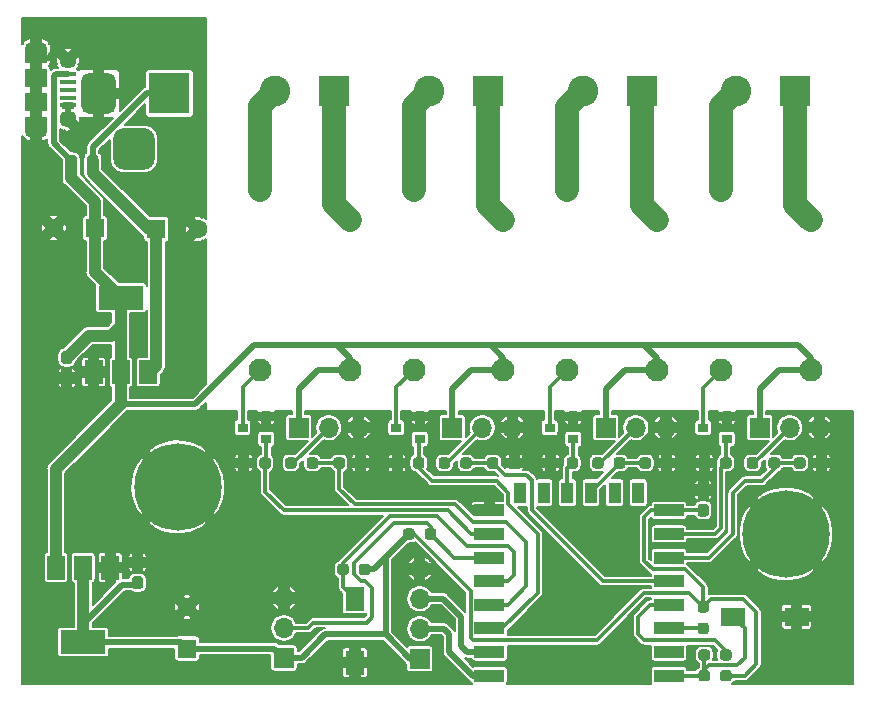
<source format=gbr>
%TF.GenerationSoftware,KiCad,Pcbnew,(5.1.9)-1*%
%TF.CreationDate,2021-07-06T13:13:09+03:00*%
%TF.ProjectId,plumber,706c756d-6265-4722-9e6b-696361645f70,rev?*%
%TF.SameCoordinates,Original*%
%TF.FileFunction,Copper,L1,Top*%
%TF.FilePolarity,Positive*%
%FSLAX46Y46*%
G04 Gerber Fmt 4.6, Leading zero omitted, Abs format (unit mm)*
G04 Created by KiCad (PCBNEW (5.1.9)-1) date 2021-07-06 13:13:09*
%MOMM*%
%LPD*%
G01*
G04 APERTURE LIST*
%TA.AperFunction,SMDPad,CuDef*%
%ADD10R,1.500000X2.000000*%
%TD*%
%TA.AperFunction,SMDPad,CuDef*%
%ADD11R,3.800000X2.000000*%
%TD*%
%TA.AperFunction,SMDPad,CuDef*%
%ADD12R,1.900000X1.200000*%
%TD*%
%TA.AperFunction,ComponentPad*%
%ADD13O,1.900000X1.200000*%
%TD*%
%TA.AperFunction,SMDPad,CuDef*%
%ADD14R,1.900000X1.500000*%
%TD*%
%TA.AperFunction,ComponentPad*%
%ADD15C,1.450000*%
%TD*%
%TA.AperFunction,SMDPad,CuDef*%
%ADD16R,1.350000X0.400000*%
%TD*%
%TA.AperFunction,ComponentPad*%
%ADD17R,3.500000X3.500000*%
%TD*%
%TA.AperFunction,ComponentPad*%
%ADD18C,1.600000*%
%TD*%
%TA.AperFunction,ComponentPad*%
%ADD19R,1.600000X1.600000*%
%TD*%
%TA.AperFunction,SMDPad,CuDef*%
%ADD20R,0.900000X0.800000*%
%TD*%
%TA.AperFunction,ComponentPad*%
%ADD21C,1.950000*%
%TD*%
%TA.AperFunction,ComponentPad*%
%ADD22C,2.600000*%
%TD*%
%TA.AperFunction,ComponentPad*%
%ADD23R,2.600000X2.600000*%
%TD*%
%TA.AperFunction,ComponentPad*%
%ADD24O,1.700000X1.700000*%
%TD*%
%TA.AperFunction,ComponentPad*%
%ADD25R,1.700000X1.700000*%
%TD*%
%TA.AperFunction,SMDPad,CuDef*%
%ADD26R,1.600000X2.000000*%
%TD*%
%TA.AperFunction,SMDPad,CuDef*%
%ADD27R,2.000000X1.600000*%
%TD*%
%TA.AperFunction,SMDPad,CuDef*%
%ADD28R,2.500000X1.000000*%
%TD*%
%TA.AperFunction,SMDPad,CuDef*%
%ADD29R,1.000000X1.800000*%
%TD*%
%TA.AperFunction,ComponentPad*%
%ADD30C,7.400000*%
%TD*%
%TA.AperFunction,ViaPad*%
%ADD31C,0.800000*%
%TD*%
%TA.AperFunction,Conductor*%
%ADD32C,1.000000*%
%TD*%
%TA.AperFunction,Conductor*%
%ADD33C,0.500000*%
%TD*%
%TA.AperFunction,Conductor*%
%ADD34C,0.300000*%
%TD*%
%TA.AperFunction,Conductor*%
%ADD35C,2.000000*%
%TD*%
%TA.AperFunction,Conductor*%
%ADD36C,0.200000*%
%TD*%
%TA.AperFunction,Conductor*%
%ADD37C,0.100000*%
%TD*%
G04 APERTURE END LIST*
D10*
%TO.P,U2,1*%
%TO.N,GND*%
X125400000Y-90300000D03*
%TO.P,U2,3*%
%TO.N,VCC*%
X130000000Y-90300000D03*
%TO.P,U2,2*%
%TO.N,+5V*%
X127700000Y-90300000D03*
D11*
X127700000Y-84000000D03*
%TD*%
%TO.P,R18,2*%
%TO.N,+5V*%
%TA.AperFunction,SMDPad,CuDef*%
G36*
G01*
X123975000Y-72162500D02*
X123975000Y-72637500D01*
G75*
G02*
X123737500Y-72875000I-237500J0D01*
G01*
X123237500Y-72875000D01*
G75*
G02*
X123000000Y-72637500I0J237500D01*
G01*
X123000000Y-72162500D01*
G75*
G02*
X123237500Y-71925000I237500J0D01*
G01*
X123737500Y-71925000D01*
G75*
G02*
X123975000Y-72162500I0J-237500D01*
G01*
G37*
%TD.AperFunction*%
%TO.P,R18,1*%
%TO.N,VCC*%
%TA.AperFunction,SMDPad,CuDef*%
G36*
G01*
X125800000Y-72162500D02*
X125800000Y-72637500D01*
G75*
G02*
X125562500Y-72875000I-237500J0D01*
G01*
X125062500Y-72875000D01*
G75*
G02*
X124825000Y-72637500I0J237500D01*
G01*
X124825000Y-72162500D01*
G75*
G02*
X125062500Y-71925000I237500J0D01*
G01*
X125562500Y-71925000D01*
G75*
G02*
X125800000Y-72162500I0J-237500D01*
G01*
G37*
%TD.AperFunction*%
%TD*%
D12*
%TO.P,J13,6*%
%TO.N,GND*%
X120500000Y-63500000D03*
X120500000Y-69300000D03*
D13*
X120500000Y-69900000D03*
X120500000Y-62900000D03*
D14*
X120500000Y-65400000D03*
D15*
X123200000Y-68900000D03*
D16*
%TO.P,J13,3*%
%TO.N,N/C*%
X123200000Y-66400000D03*
%TO.P,J13,4*%
X123200000Y-67050000D03*
%TO.P,J13,5*%
%TO.N,GND*%
X123200000Y-67700000D03*
%TO.P,J13,1*%
%TO.N,+5V*%
X123200000Y-65100000D03*
%TO.P,J13,2*%
%TO.N,N/C*%
X123200000Y-65750000D03*
D15*
%TO.P,J13,6*%
%TO.N,GND*%
X123200000Y-63900000D03*
D14*
X120500000Y-67400000D03*
%TD*%
%TO.P,J12,3*%
%TO.N,N/C*%
%TA.AperFunction,ComponentPad*%
G36*
G01*
X127050000Y-72275000D02*
X127050000Y-70525000D01*
G75*
G02*
X127925000Y-69650000I875000J0D01*
G01*
X129675000Y-69650000D01*
G75*
G02*
X130550000Y-70525000I0J-875000D01*
G01*
X130550000Y-72275000D01*
G75*
G02*
X129675000Y-73150000I-875000J0D01*
G01*
X127925000Y-73150000D01*
G75*
G02*
X127050000Y-72275000I0J875000D01*
G01*
G37*
%TD.AperFunction*%
%TO.P,J12,2*%
%TO.N,GND*%
%TA.AperFunction,ComponentPad*%
G36*
G01*
X124300000Y-67700000D02*
X124300000Y-65700000D01*
G75*
G02*
X125050000Y-64950000I750000J0D01*
G01*
X126550000Y-64950000D01*
G75*
G02*
X127300000Y-65700000I0J-750000D01*
G01*
X127300000Y-67700000D01*
G75*
G02*
X126550000Y-68450000I-750000J0D01*
G01*
X125050000Y-68450000D01*
G75*
G02*
X124300000Y-67700000I0J750000D01*
G01*
G37*
%TD.AperFunction*%
D17*
%TO.P,J12,1*%
%TO.N,VCC*%
X131800000Y-66700000D03*
%TD*%
%TO.P,C6,2*%
%TO.N,GND*%
%TA.AperFunction,SMDPad,CuDef*%
G36*
G01*
X129337500Y-106937500D02*
X128862500Y-106937500D01*
G75*
G02*
X128625000Y-106700000I0J237500D01*
G01*
X128625000Y-106100000D01*
G75*
G02*
X128862500Y-105862500I237500J0D01*
G01*
X129337500Y-105862500D01*
G75*
G02*
X129575000Y-106100000I0J-237500D01*
G01*
X129575000Y-106700000D01*
G75*
G02*
X129337500Y-106937500I-237500J0D01*
G01*
G37*
%TD.AperFunction*%
%TO.P,C6,1*%
%TO.N,+3V3*%
%TA.AperFunction,SMDPad,CuDef*%
G36*
G01*
X129337500Y-108662500D02*
X128862500Y-108662500D01*
G75*
G02*
X128625000Y-108425000I0J237500D01*
G01*
X128625000Y-107825000D01*
G75*
G02*
X128862500Y-107587500I237500J0D01*
G01*
X129337500Y-107587500D01*
G75*
G02*
X129575000Y-107825000I0J-237500D01*
G01*
X129575000Y-108425000D01*
G75*
G02*
X129337500Y-108662500I-237500J0D01*
G01*
G37*
%TD.AperFunction*%
%TD*%
%TO.P,C5,2*%
%TO.N,GND*%
%TA.AperFunction,SMDPad,CuDef*%
G36*
G01*
X122862500Y-90262500D02*
X123337500Y-90262500D01*
G75*
G02*
X123575000Y-90500000I0J-237500D01*
G01*
X123575000Y-91100000D01*
G75*
G02*
X123337500Y-91337500I-237500J0D01*
G01*
X122862500Y-91337500D01*
G75*
G02*
X122625000Y-91100000I0J237500D01*
G01*
X122625000Y-90500000D01*
G75*
G02*
X122862500Y-90262500I237500J0D01*
G01*
G37*
%TD.AperFunction*%
%TO.P,C5,1*%
%TO.N,+5V*%
%TA.AperFunction,SMDPad,CuDef*%
G36*
G01*
X122862500Y-88537500D02*
X123337500Y-88537500D01*
G75*
G02*
X123575000Y-88775000I0J-237500D01*
G01*
X123575000Y-89375000D01*
G75*
G02*
X123337500Y-89612500I-237500J0D01*
G01*
X122862500Y-89612500D01*
G75*
G02*
X122625000Y-89375000I0J237500D01*
G01*
X122625000Y-88775000D01*
G75*
G02*
X122862500Y-88537500I237500J0D01*
G01*
G37*
%TD.AperFunction*%
%TD*%
D18*
%TO.P,C4,2*%
%TO.N,GND*%
X133300000Y-110200000D03*
D19*
%TO.P,C4,1*%
%TO.N,+3V3*%
X133300000Y-113700000D03*
%TD*%
D18*
%TO.P,C3,2*%
%TO.N,GND*%
X122000000Y-78100000D03*
D19*
%TO.P,C3,1*%
%TO.N,+5V*%
X125500000Y-78100000D03*
%TD*%
D18*
%TO.P,C2,2*%
%TO.N,GND*%
X134200000Y-78200000D03*
D19*
%TO.P,C2,1*%
%TO.N,VCC*%
X130700000Y-78200000D03*
%TD*%
D10*
%TO.P,U3,1*%
%TO.N,GND*%
X126800000Y-106850000D03*
%TO.P,U3,3*%
%TO.N,+5V*%
X122200000Y-106850000D03*
%TO.P,U3,2*%
%TO.N,+3V3*%
X124500000Y-106850000D03*
D11*
X124500000Y-113150000D03*
%TD*%
%TO.P,R16,2*%
%TO.N,GPIO5*%
%TA.AperFunction,SMDPad,CuDef*%
G36*
G01*
X152425000Y-98237500D02*
X152425000Y-97762500D01*
G75*
G02*
X152662500Y-97525000I237500J0D01*
G01*
X153162500Y-97525000D01*
G75*
G02*
X153400000Y-97762500I0J-237500D01*
G01*
X153400000Y-98237500D01*
G75*
G02*
X153162500Y-98475000I-237500J0D01*
G01*
X152662500Y-98475000D01*
G75*
G02*
X152425000Y-98237500I0J237500D01*
G01*
G37*
%TD.AperFunction*%
%TO.P,R16,1*%
%TO.N,GND*%
%TA.AperFunction,SMDPad,CuDef*%
G36*
G01*
X150600000Y-98237500D02*
X150600000Y-97762500D01*
G75*
G02*
X150837500Y-97525000I237500J0D01*
G01*
X151337500Y-97525000D01*
G75*
G02*
X151575000Y-97762500I0J-237500D01*
G01*
X151575000Y-98237500D01*
G75*
G02*
X151337500Y-98475000I-237500J0D01*
G01*
X150837500Y-98475000D01*
G75*
G02*
X150600000Y-98237500I0J237500D01*
G01*
G37*
%TD.AperFunction*%
%TD*%
%TO.P,R15,2*%
%TO.N,GPIO15*%
%TA.AperFunction,SMDPad,CuDef*%
G36*
G01*
X139425000Y-98237500D02*
X139425000Y-97762500D01*
G75*
G02*
X139662500Y-97525000I237500J0D01*
G01*
X140162500Y-97525000D01*
G75*
G02*
X140400000Y-97762500I0J-237500D01*
G01*
X140400000Y-98237500D01*
G75*
G02*
X140162500Y-98475000I-237500J0D01*
G01*
X139662500Y-98475000D01*
G75*
G02*
X139425000Y-98237500I0J237500D01*
G01*
G37*
%TD.AperFunction*%
%TO.P,R15,1*%
%TO.N,GND*%
%TA.AperFunction,SMDPad,CuDef*%
G36*
G01*
X137600000Y-98237500D02*
X137600000Y-97762500D01*
G75*
G02*
X137837500Y-97525000I237500J0D01*
G01*
X138337500Y-97525000D01*
G75*
G02*
X138575000Y-97762500I0J-237500D01*
G01*
X138575000Y-98237500D01*
G75*
G02*
X138337500Y-98475000I-237500J0D01*
G01*
X137837500Y-98475000D01*
G75*
G02*
X137600000Y-98237500I0J237500D01*
G01*
G37*
%TD.AperFunction*%
%TD*%
%TO.P,R14,2*%
%TO.N,GND*%
%TA.AperFunction,SMDPad,CuDef*%
G36*
G01*
X147512500Y-98237500D02*
X147512500Y-97762500D01*
G75*
G02*
X147750000Y-97525000I237500J0D01*
G01*
X148250000Y-97525000D01*
G75*
G02*
X148487500Y-97762500I0J-237500D01*
G01*
X148487500Y-98237500D01*
G75*
G02*
X148250000Y-98475000I-237500J0D01*
G01*
X147750000Y-98475000D01*
G75*
G02*
X147512500Y-98237500I0J237500D01*
G01*
G37*
%TD.AperFunction*%
%TO.P,R14,1*%
%TO.N,GPIO4*%
%TA.AperFunction,SMDPad,CuDef*%
G36*
G01*
X145687500Y-98237500D02*
X145687500Y-97762500D01*
G75*
G02*
X145925000Y-97525000I237500J0D01*
G01*
X146425000Y-97525000D01*
G75*
G02*
X146662500Y-97762500I0J-237500D01*
G01*
X146662500Y-98237500D01*
G75*
G02*
X146425000Y-98475000I-237500J0D01*
G01*
X145925000Y-98475000D01*
G75*
G02*
X145687500Y-98237500I0J237500D01*
G01*
G37*
%TD.AperFunction*%
%TD*%
%TO.P,R13,2*%
%TO.N,GND*%
%TA.AperFunction,SMDPad,CuDef*%
G36*
G01*
X160512500Y-98237500D02*
X160512500Y-97762500D01*
G75*
G02*
X160750000Y-97525000I237500J0D01*
G01*
X161250000Y-97525000D01*
G75*
G02*
X161487500Y-97762500I0J-237500D01*
G01*
X161487500Y-98237500D01*
G75*
G02*
X161250000Y-98475000I-237500J0D01*
G01*
X160750000Y-98475000D01*
G75*
G02*
X160512500Y-98237500I0J237500D01*
G01*
G37*
%TD.AperFunction*%
%TO.P,R13,1*%
%TO.N,GPIO14*%
%TA.AperFunction,SMDPad,CuDef*%
G36*
G01*
X158687500Y-98237500D02*
X158687500Y-97762500D01*
G75*
G02*
X158925000Y-97525000I237500J0D01*
G01*
X159425000Y-97525000D01*
G75*
G02*
X159662500Y-97762500I0J-237500D01*
G01*
X159662500Y-98237500D01*
G75*
G02*
X159425000Y-98475000I-237500J0D01*
G01*
X158925000Y-98475000D01*
G75*
G02*
X158687500Y-98237500I0J237500D01*
G01*
G37*
%TD.AperFunction*%
%TD*%
%TO.P,R11,2*%
%TO.N,GPIO4*%
%TA.AperFunction,SMDPad,CuDef*%
G36*
G01*
X143425000Y-98237500D02*
X143425000Y-97762500D01*
G75*
G02*
X143662500Y-97525000I237500J0D01*
G01*
X144162500Y-97525000D01*
G75*
G02*
X144400000Y-97762500I0J-237500D01*
G01*
X144400000Y-98237500D01*
G75*
G02*
X144162500Y-98475000I-237500J0D01*
G01*
X143662500Y-98475000D01*
G75*
G02*
X143425000Y-98237500I0J237500D01*
G01*
G37*
%TD.AperFunction*%
%TO.P,R11,1*%
%TO.N,Net-(J9-Pad2)*%
%TA.AperFunction,SMDPad,CuDef*%
G36*
G01*
X141600000Y-98237500D02*
X141600000Y-97762500D01*
G75*
G02*
X141837500Y-97525000I237500J0D01*
G01*
X142337500Y-97525000D01*
G75*
G02*
X142575000Y-97762500I0J-237500D01*
G01*
X142575000Y-98237500D01*
G75*
G02*
X142337500Y-98475000I-237500J0D01*
G01*
X141837500Y-98475000D01*
G75*
G02*
X141600000Y-98237500I0J237500D01*
G01*
G37*
%TD.AperFunction*%
%TD*%
%TO.P,R10,2*%
%TO.N,GPIO14*%
%TA.AperFunction,SMDPad,CuDef*%
G36*
G01*
X156425000Y-98237500D02*
X156425000Y-97762500D01*
G75*
G02*
X156662500Y-97525000I237500J0D01*
G01*
X157162500Y-97525000D01*
G75*
G02*
X157400000Y-97762500I0J-237500D01*
G01*
X157400000Y-98237500D01*
G75*
G02*
X157162500Y-98475000I-237500J0D01*
G01*
X156662500Y-98475000D01*
G75*
G02*
X156425000Y-98237500I0J237500D01*
G01*
G37*
%TD.AperFunction*%
%TO.P,R10,1*%
%TO.N,Net-(J6-Pad2)*%
%TA.AperFunction,SMDPad,CuDef*%
G36*
G01*
X154600000Y-98237500D02*
X154600000Y-97762500D01*
G75*
G02*
X154837500Y-97525000I237500J0D01*
G01*
X155337500Y-97525000D01*
G75*
G02*
X155575000Y-97762500I0J-237500D01*
G01*
X155575000Y-98237500D01*
G75*
G02*
X155337500Y-98475000I-237500J0D01*
G01*
X154837500Y-98475000D01*
G75*
G02*
X154600000Y-98237500I0J237500D01*
G01*
G37*
%TD.AperFunction*%
%TD*%
%TO.P,R9,2*%
%TO.N,GPIO13*%
%TA.AperFunction,SMDPad,CuDef*%
G36*
G01*
X178425000Y-98237500D02*
X178425000Y-97762500D01*
G75*
G02*
X178662500Y-97525000I237500J0D01*
G01*
X179162500Y-97525000D01*
G75*
G02*
X179400000Y-97762500I0J-237500D01*
G01*
X179400000Y-98237500D01*
G75*
G02*
X179162500Y-98475000I-237500J0D01*
G01*
X178662500Y-98475000D01*
G75*
G02*
X178425000Y-98237500I0J237500D01*
G01*
G37*
%TD.AperFunction*%
%TO.P,R9,1*%
%TO.N,GND*%
%TA.AperFunction,SMDPad,CuDef*%
G36*
G01*
X176600000Y-98237500D02*
X176600000Y-97762500D01*
G75*
G02*
X176837500Y-97525000I237500J0D01*
G01*
X177337500Y-97525000D01*
G75*
G02*
X177575000Y-97762500I0J-237500D01*
G01*
X177575000Y-98237500D01*
G75*
G02*
X177337500Y-98475000I-237500J0D01*
G01*
X176837500Y-98475000D01*
G75*
G02*
X176600000Y-98237500I0J237500D01*
G01*
G37*
%TD.AperFunction*%
%TD*%
%TO.P,R8,2*%
%TO.N,GPIO10*%
%TA.AperFunction,SMDPad,CuDef*%
G36*
G01*
X165425000Y-98237500D02*
X165425000Y-97762500D01*
G75*
G02*
X165662500Y-97525000I237500J0D01*
G01*
X166162500Y-97525000D01*
G75*
G02*
X166400000Y-97762500I0J-237500D01*
G01*
X166400000Y-98237500D01*
G75*
G02*
X166162500Y-98475000I-237500J0D01*
G01*
X165662500Y-98475000D01*
G75*
G02*
X165425000Y-98237500I0J237500D01*
G01*
G37*
%TD.AperFunction*%
%TO.P,R8,1*%
%TO.N,GND*%
%TA.AperFunction,SMDPad,CuDef*%
G36*
G01*
X163600000Y-98237500D02*
X163600000Y-97762500D01*
G75*
G02*
X163837500Y-97525000I237500J0D01*
G01*
X164337500Y-97525000D01*
G75*
G02*
X164575000Y-97762500I0J-237500D01*
G01*
X164575000Y-98237500D01*
G75*
G02*
X164337500Y-98475000I-237500J0D01*
G01*
X163837500Y-98475000D01*
G75*
G02*
X163600000Y-98237500I0J237500D01*
G01*
G37*
%TD.AperFunction*%
%TD*%
%TO.P,R7,2*%
%TO.N,GND*%
%TA.AperFunction,SMDPad,CuDef*%
G36*
G01*
X186512500Y-98237500D02*
X186512500Y-97762500D01*
G75*
G02*
X186750000Y-97525000I237500J0D01*
G01*
X187250000Y-97525000D01*
G75*
G02*
X187487500Y-97762500I0J-237500D01*
G01*
X187487500Y-98237500D01*
G75*
G02*
X187250000Y-98475000I-237500J0D01*
G01*
X186750000Y-98475000D01*
G75*
G02*
X186512500Y-98237500I0J237500D01*
G01*
G37*
%TD.AperFunction*%
%TO.P,R7,1*%
%TO.N,GPIO12*%
%TA.AperFunction,SMDPad,CuDef*%
G36*
G01*
X184687500Y-98237500D02*
X184687500Y-97762500D01*
G75*
G02*
X184925000Y-97525000I237500J0D01*
G01*
X185425000Y-97525000D01*
G75*
G02*
X185662500Y-97762500I0J-237500D01*
G01*
X185662500Y-98237500D01*
G75*
G02*
X185425000Y-98475000I-237500J0D01*
G01*
X184925000Y-98475000D01*
G75*
G02*
X184687500Y-98237500I0J237500D01*
G01*
G37*
%TD.AperFunction*%
%TD*%
%TO.P,R4,2*%
%TO.N,GND*%
%TA.AperFunction,SMDPad,CuDef*%
G36*
G01*
X173425000Y-98237500D02*
X173425000Y-97762500D01*
G75*
G02*
X173662500Y-97525000I237500J0D01*
G01*
X174162500Y-97525000D01*
G75*
G02*
X174400000Y-97762500I0J-237500D01*
G01*
X174400000Y-98237500D01*
G75*
G02*
X174162500Y-98475000I-237500J0D01*
G01*
X173662500Y-98475000D01*
G75*
G02*
X173425000Y-98237500I0J237500D01*
G01*
G37*
%TD.AperFunction*%
%TO.P,R4,1*%
%TO.N,GPIO9*%
%TA.AperFunction,SMDPad,CuDef*%
G36*
G01*
X171600000Y-98237500D02*
X171600000Y-97762500D01*
G75*
G02*
X171837500Y-97525000I237500J0D01*
G01*
X172337500Y-97525000D01*
G75*
G02*
X172575000Y-97762500I0J-237500D01*
G01*
X172575000Y-98237500D01*
G75*
G02*
X172337500Y-98475000I-237500J0D01*
G01*
X171837500Y-98475000D01*
G75*
G02*
X171600000Y-98237500I0J237500D01*
G01*
G37*
%TD.AperFunction*%
%TD*%
%TO.P,R3,2*%
%TO.N,GPIO12*%
%TA.AperFunction,SMDPad,CuDef*%
G36*
G01*
X182512500Y-98237500D02*
X182512500Y-97762500D01*
G75*
G02*
X182750000Y-97525000I237500J0D01*
G01*
X183250000Y-97525000D01*
G75*
G02*
X183487500Y-97762500I0J-237500D01*
G01*
X183487500Y-98237500D01*
G75*
G02*
X183250000Y-98475000I-237500J0D01*
G01*
X182750000Y-98475000D01*
G75*
G02*
X182512500Y-98237500I0J237500D01*
G01*
G37*
%TD.AperFunction*%
%TO.P,R3,1*%
%TO.N,Net-(J4-Pad2)*%
%TA.AperFunction,SMDPad,CuDef*%
G36*
G01*
X180687500Y-98237500D02*
X180687500Y-97762500D01*
G75*
G02*
X180925000Y-97525000I237500J0D01*
G01*
X181425000Y-97525000D01*
G75*
G02*
X181662500Y-97762500I0J-237500D01*
G01*
X181662500Y-98237500D01*
G75*
G02*
X181425000Y-98475000I-237500J0D01*
G01*
X180925000Y-98475000D01*
G75*
G02*
X180687500Y-98237500I0J237500D01*
G01*
G37*
%TD.AperFunction*%
%TD*%
%TO.P,R2,2*%
%TO.N,GPIO2*%
%TA.AperFunction,SMDPad,CuDef*%
G36*
G01*
X153425000Y-104237500D02*
X153425000Y-103762500D01*
G75*
G02*
X153662500Y-103525000I237500J0D01*
G01*
X154162500Y-103525000D01*
G75*
G02*
X154400000Y-103762500I0J-237500D01*
G01*
X154400000Y-104237500D01*
G75*
G02*
X154162500Y-104475000I-237500J0D01*
G01*
X153662500Y-104475000D01*
G75*
G02*
X153425000Y-104237500I0J237500D01*
G01*
G37*
%TD.AperFunction*%
%TO.P,R2,1*%
%TO.N,+3V3*%
%TA.AperFunction,SMDPad,CuDef*%
G36*
G01*
X151600000Y-104237500D02*
X151600000Y-103762500D01*
G75*
G02*
X151837500Y-103525000I237500J0D01*
G01*
X152337500Y-103525000D01*
G75*
G02*
X152575000Y-103762500I0J-237500D01*
G01*
X152575000Y-104237500D01*
G75*
G02*
X152337500Y-104475000I-237500J0D01*
G01*
X151837500Y-104475000D01*
G75*
G02*
X151600000Y-104237500I0J237500D01*
G01*
G37*
%TD.AperFunction*%
%TD*%
%TO.P,R1,2*%
%TO.N,GPIO9*%
%TA.AperFunction,SMDPad,CuDef*%
G36*
G01*
X169425000Y-98237500D02*
X169425000Y-97762500D01*
G75*
G02*
X169662500Y-97525000I237500J0D01*
G01*
X170162500Y-97525000D01*
G75*
G02*
X170400000Y-97762500I0J-237500D01*
G01*
X170400000Y-98237500D01*
G75*
G02*
X170162500Y-98475000I-237500J0D01*
G01*
X169662500Y-98475000D01*
G75*
G02*
X169425000Y-98237500I0J237500D01*
G01*
G37*
%TD.AperFunction*%
%TO.P,R1,1*%
%TO.N,Net-(J2-Pad2)*%
%TA.AperFunction,SMDPad,CuDef*%
G36*
G01*
X167600000Y-98237500D02*
X167600000Y-97762500D01*
G75*
G02*
X167837500Y-97525000I237500J0D01*
G01*
X168337500Y-97525000D01*
G75*
G02*
X168575000Y-97762500I0J-237500D01*
G01*
X168575000Y-98237500D01*
G75*
G02*
X168337500Y-98475000I-237500J0D01*
G01*
X167837500Y-98475000D01*
G75*
G02*
X167600000Y-98237500I0J237500D01*
G01*
G37*
%TD.AperFunction*%
%TD*%
D20*
%TO.P,Q4,3*%
%TO.N,Net-(K4-Pad3)*%
X151000000Y-95000000D03*
%TO.P,Q4,2*%
%TO.N,GND*%
X153000000Y-94050000D03*
%TO.P,Q4,1*%
%TO.N,GPIO5*%
X153000000Y-95950000D03*
%TD*%
%TO.P,Q3,3*%
%TO.N,Net-(K3-Pad3)*%
X138000000Y-95000000D03*
%TO.P,Q3,2*%
%TO.N,GND*%
X140000000Y-94050000D03*
%TO.P,Q3,1*%
%TO.N,GPIO15*%
X140000000Y-95950000D03*
%TD*%
%TO.P,Q2,3*%
%TO.N,Net-(K2-Pad3)*%
X177000000Y-95000000D03*
%TO.P,Q2,2*%
%TO.N,GND*%
X179000000Y-94050000D03*
%TO.P,Q2,1*%
%TO.N,GPIO13*%
X179000000Y-95950000D03*
%TD*%
%TO.P,Q1,3*%
%TO.N,Net-(K1-Pad3)*%
X164000000Y-95000000D03*
%TO.P,Q1,2*%
%TO.N,GND*%
X166000000Y-94050000D03*
%TO.P,Q1,1*%
%TO.N,GPIO10*%
X166000000Y-95950000D03*
%TD*%
D21*
%TO.P,K4,4*%
%TO.N,Net-(J5-Pad2)*%
X152475000Y-74885000D03*
%TO.P,K4,3*%
%TO.N,Net-(K4-Pad3)*%
X152475000Y-90125000D03*
%TO.P,K4,2*%
%TO.N,Net-(J5-Pad1)*%
X160075000Y-77425000D03*
%TO.P,K4,1*%
%TO.N,+5V*%
X160075000Y-90125000D03*
%TD*%
%TO.P,K3,4*%
%TO.N,Net-(J10-Pad2)*%
X139475000Y-74860000D03*
%TO.P,K3,3*%
%TO.N,Net-(K3-Pad3)*%
X139475000Y-90100000D03*
%TO.P,K3,2*%
%TO.N,Net-(J10-Pad1)*%
X147075000Y-77400000D03*
%TO.P,K3,1*%
%TO.N,+5V*%
X147075000Y-90100000D03*
%TD*%
%TO.P,K2,4*%
%TO.N,Net-(J11-Pad2)*%
X178500000Y-74885000D03*
%TO.P,K2,3*%
%TO.N,Net-(K2-Pad3)*%
X178500000Y-90125000D03*
%TO.P,K2,2*%
%TO.N,Net-(J11-Pad1)*%
X186100000Y-77425000D03*
%TO.P,K2,1*%
%TO.N,+5V*%
X186100000Y-90125000D03*
%TD*%
%TO.P,K1,4*%
%TO.N,Net-(J1-Pad2)*%
X165475000Y-74885000D03*
%TO.P,K1,3*%
%TO.N,Net-(K1-Pad3)*%
X165475000Y-90125000D03*
%TO.P,K1,2*%
%TO.N,Net-(J1-Pad1)*%
X173075000Y-77425000D03*
%TO.P,K1,1*%
%TO.N,+5V*%
X173075000Y-90125000D03*
%TD*%
D22*
%TO.P,J11,2*%
%TO.N,Net-(J11-Pad2)*%
X179800000Y-66500000D03*
D23*
%TO.P,J11,1*%
%TO.N,Net-(J11-Pad1)*%
X184800000Y-66500000D03*
%TD*%
D22*
%TO.P,J10,2*%
%TO.N,Net-(J10-Pad2)*%
X140775000Y-66500000D03*
D23*
%TO.P,J10,1*%
%TO.N,Net-(J10-Pad1)*%
X145775000Y-66500000D03*
%TD*%
D24*
%TO.P,J9,3*%
%TO.N,GND*%
X147830000Y-95000000D03*
%TO.P,J9,2*%
%TO.N,Net-(J9-Pad2)*%
X145290000Y-95000000D03*
D25*
%TO.P,J9,1*%
%TO.N,+5V*%
X142750000Y-95000000D03*
%TD*%
D24*
%TO.P,J4,3*%
%TO.N,GND*%
X186855000Y-95000000D03*
%TO.P,J4,2*%
%TO.N,Net-(J4-Pad2)*%
X184315000Y-95000000D03*
D25*
%TO.P,J4,1*%
%TO.N,+5V*%
X181775000Y-95000000D03*
%TD*%
D24*
%TO.P,J2,3*%
%TO.N,GND*%
X173830000Y-95000000D03*
%TO.P,J2,2*%
%TO.N,Net-(J2-Pad2)*%
X171290000Y-95000000D03*
D25*
%TO.P,J2,1*%
%TO.N,+5V*%
X168750000Y-95000000D03*
%TD*%
D24*
%TO.P,J8,3*%
%TO.N,GND*%
X141500000Y-109420000D03*
%TO.P,J8,2*%
%TO.N,GPIO2*%
X141500000Y-111960000D03*
D25*
%TO.P,J8,1*%
%TO.N,+3V3*%
X141500000Y-114500000D03*
%TD*%
D24*
%TO.P,J6,3*%
%TO.N,GND*%
X160830000Y-95000000D03*
%TO.P,J6,2*%
%TO.N,Net-(J6-Pad2)*%
X158290000Y-95000000D03*
D25*
%TO.P,J6,1*%
%TO.N,+5V*%
X155750000Y-95000000D03*
%TD*%
D22*
%TO.P,J5,2*%
%TO.N,Net-(J5-Pad2)*%
X153783333Y-66500000D03*
D23*
%TO.P,J5,1*%
%TO.N,Net-(J5-Pad1)*%
X158783333Y-66500000D03*
%TD*%
D26*
%TO.P,FLASH1,1*%
%TO.N,GPIO0*%
X147500000Y-109500000D03*
%TO.P,FLASH1,2*%
%TO.N,GND*%
X147500000Y-114900000D03*
%TD*%
%TO.P,R17,2*%
%TO.N,Net-(R17-Pad2)*%
%TA.AperFunction,SMDPad,CuDef*%
G36*
G01*
X178425000Y-114487500D02*
X178425000Y-114012500D01*
G75*
G02*
X178662500Y-113775000I237500J0D01*
G01*
X179162500Y-113775000D01*
G75*
G02*
X179400000Y-114012500I0J-237500D01*
G01*
X179400000Y-114487500D01*
G75*
G02*
X179162500Y-114725000I-237500J0D01*
G01*
X178662500Y-114725000D01*
G75*
G02*
X178425000Y-114487500I0J237500D01*
G01*
G37*
%TD.AperFunction*%
%TO.P,R17,1*%
%TO.N,RESET*%
%TA.AperFunction,SMDPad,CuDef*%
G36*
G01*
X176600000Y-114487500D02*
X176600000Y-114012500D01*
G75*
G02*
X176837500Y-113775000I237500J0D01*
G01*
X177337500Y-113775000D01*
G75*
G02*
X177575000Y-114012500I0J-237500D01*
G01*
X177575000Y-114487500D01*
G75*
G02*
X177337500Y-114725000I-237500J0D01*
G01*
X176837500Y-114725000D01*
G75*
G02*
X176600000Y-114487500I0J237500D01*
G01*
G37*
%TD.AperFunction*%
%TD*%
%TO.P,R12,2*%
%TO.N,Net-(R12-Pad2)*%
%TA.AperFunction,SMDPad,CuDef*%
G36*
G01*
X176762500Y-111512500D02*
X177237500Y-111512500D01*
G75*
G02*
X177475000Y-111750000I0J-237500D01*
G01*
X177475000Y-112250000D01*
G75*
G02*
X177237500Y-112487500I-237500J0D01*
G01*
X176762500Y-112487500D01*
G75*
G02*
X176525000Y-112250000I0J237500D01*
G01*
X176525000Y-111750000D01*
G75*
G02*
X176762500Y-111512500I237500J0D01*
G01*
G37*
%TD.AperFunction*%
%TO.P,R12,1*%
%TO.N,+3V3*%
%TA.AperFunction,SMDPad,CuDef*%
G36*
G01*
X176762500Y-109687500D02*
X177237500Y-109687500D01*
G75*
G02*
X177475000Y-109925000I0J-237500D01*
G01*
X177475000Y-110425000D01*
G75*
G02*
X177237500Y-110662500I-237500J0D01*
G01*
X176762500Y-110662500D01*
G75*
G02*
X176525000Y-110425000I0J237500D01*
G01*
X176525000Y-109925000D01*
G75*
G02*
X176762500Y-109687500I237500J0D01*
G01*
G37*
%TD.AperFunction*%
%TD*%
%TO.P,R6,2*%
%TO.N,GPIO0*%
%TA.AperFunction,SMDPad,CuDef*%
G36*
G01*
X146987500Y-106762500D02*
X146987500Y-107237500D01*
G75*
G02*
X146750000Y-107475000I-237500J0D01*
G01*
X146250000Y-107475000D01*
G75*
G02*
X146012500Y-107237500I0J237500D01*
G01*
X146012500Y-106762500D01*
G75*
G02*
X146250000Y-106525000I237500J0D01*
G01*
X146750000Y-106525000D01*
G75*
G02*
X146987500Y-106762500I0J-237500D01*
G01*
G37*
%TD.AperFunction*%
%TO.P,R6,1*%
%TO.N,+3V3*%
%TA.AperFunction,SMDPad,CuDef*%
G36*
G01*
X148812500Y-106762500D02*
X148812500Y-107237500D01*
G75*
G02*
X148575000Y-107475000I-237500J0D01*
G01*
X148075000Y-107475000D01*
G75*
G02*
X147837500Y-107237500I0J237500D01*
G01*
X147837500Y-106762500D01*
G75*
G02*
X148075000Y-106525000I237500J0D01*
G01*
X148575000Y-106525000D01*
G75*
G02*
X148812500Y-106762500I0J-237500D01*
G01*
G37*
%TD.AperFunction*%
%TD*%
%TO.P,R5,2*%
%TO.N,RESET*%
%TA.AperFunction,SMDPad,CuDef*%
G36*
G01*
X177575000Y-115762500D02*
X177575000Y-116237500D01*
G75*
G02*
X177337500Y-116475000I-237500J0D01*
G01*
X176837500Y-116475000D01*
G75*
G02*
X176600000Y-116237500I0J237500D01*
G01*
X176600000Y-115762500D01*
G75*
G02*
X176837500Y-115525000I237500J0D01*
G01*
X177337500Y-115525000D01*
G75*
G02*
X177575000Y-115762500I0J-237500D01*
G01*
G37*
%TD.AperFunction*%
%TO.P,R5,1*%
%TO.N,+3V3*%
%TA.AperFunction,SMDPad,CuDef*%
G36*
G01*
X179400000Y-115762500D02*
X179400000Y-116237500D01*
G75*
G02*
X179162500Y-116475000I-237500J0D01*
G01*
X178662500Y-116475000D01*
G75*
G02*
X178425000Y-116237500I0J237500D01*
G01*
X178425000Y-115762500D01*
G75*
G02*
X178662500Y-115525000I237500J0D01*
G01*
X179162500Y-115525000D01*
G75*
G02*
X179400000Y-115762500I0J-237500D01*
G01*
G37*
%TD.AperFunction*%
%TD*%
%TO.P,C1,2*%
%TO.N,GND*%
%TA.AperFunction,SMDPad,CuDef*%
G36*
G01*
X177237500Y-100812500D02*
X176762500Y-100812500D01*
G75*
G02*
X176525000Y-100575000I0J237500D01*
G01*
X176525000Y-99975000D01*
G75*
G02*
X176762500Y-99737500I237500J0D01*
G01*
X177237500Y-99737500D01*
G75*
G02*
X177475000Y-99975000I0J-237500D01*
G01*
X177475000Y-100575000D01*
G75*
G02*
X177237500Y-100812500I-237500J0D01*
G01*
G37*
%TD.AperFunction*%
%TO.P,C1,1*%
%TO.N,+3V3*%
%TA.AperFunction,SMDPad,CuDef*%
G36*
G01*
X177237500Y-102537500D02*
X176762500Y-102537500D01*
G75*
G02*
X176525000Y-102300000I0J237500D01*
G01*
X176525000Y-101700000D01*
G75*
G02*
X176762500Y-101462500I237500J0D01*
G01*
X177237500Y-101462500D01*
G75*
G02*
X177475000Y-101700000I0J-237500D01*
G01*
X177475000Y-102300000D01*
G75*
G02*
X177237500Y-102537500I-237500J0D01*
G01*
G37*
%TD.AperFunction*%
%TD*%
D27*
%TO.P,RESET1,1*%
%TO.N,RESET*%
X179500000Y-111000000D03*
%TO.P,RESET1,2*%
%TO.N,GND*%
X184900000Y-111000000D03*
%TD*%
D24*
%TO.P,J7,4*%
%TO.N,GND*%
X153000000Y-106960000D03*
%TO.P,J7,3*%
%TO.N,RX*%
X153000000Y-109500000D03*
%TO.P,J7,2*%
%TO.N,TX*%
X153000000Y-112040000D03*
D25*
%TO.P,J7,1*%
%TO.N,+3V3*%
X153000000Y-114580000D03*
%TD*%
D28*
%TO.P,U1,1*%
%TO.N,RESET*%
X174100000Y-116000000D03*
%TO.P,U1,2*%
%TO.N,N/C*%
X174100000Y-114000000D03*
%TO.P,U1,3*%
%TO.N,Net-(R12-Pad2)*%
X174100000Y-112000000D03*
%TO.P,U1,4*%
%TO.N,Net-(R17-Pad2)*%
X174100000Y-110000000D03*
%TO.P,U1,5*%
%TO.N,GPIO14*%
X174100000Y-108000000D03*
%TO.P,U1,6*%
%TO.N,GPIO12*%
X174100000Y-106000000D03*
%TO.P,U1,7*%
%TO.N,GPIO13*%
X174100000Y-104000000D03*
%TO.P,U1,8*%
%TO.N,+3V3*%
X174100000Y-102000000D03*
D29*
%TO.P,U1,9*%
%TO.N,N/C*%
X171500000Y-100500000D03*
%TO.P,U1,10*%
X169500000Y-100500000D03*
%TO.P,U1,11*%
%TO.N,GPIO9*%
X167500000Y-100500000D03*
%TO.P,U1,12*%
%TO.N,GPIO10*%
X165500000Y-100500000D03*
%TO.P,U1,13*%
%TO.N,N/C*%
X163500000Y-100500000D03*
%TO.P,U1,14*%
X161500000Y-100500000D03*
D28*
%TO.P,U1,15*%
%TO.N,GND*%
X158900000Y-102000000D03*
%TO.P,U1,16*%
%TO.N,GPIO15*%
X158900000Y-104000000D03*
%TO.P,U1,17*%
%TO.N,GPIO2*%
X158900000Y-106000000D03*
%TO.P,U1,18*%
%TO.N,GPIO0*%
X158900000Y-108000000D03*
%TO.P,U1,19*%
%TO.N,GPIO4*%
X158900000Y-110000000D03*
%TO.P,U1,20*%
%TO.N,GPIO5*%
X158900000Y-112000000D03*
%TO.P,U1,21*%
%TO.N,RX*%
X158900000Y-114000000D03*
%TO.P,U1,22*%
%TO.N,TX*%
X158900000Y-116000000D03*
%TD*%
D22*
%TO.P,J1,2*%
%TO.N,Net-(J1-Pad2)*%
X166791666Y-66500000D03*
D23*
%TO.P,J1,1*%
%TO.N,Net-(J1-Pad1)*%
X171791666Y-66500000D03*
%TD*%
D30*
%TO.P,H2,1*%
%TO.N,GND*%
X184000000Y-104000000D03*
%TD*%
%TO.P,H1,1*%
%TO.N,GND*%
X132500000Y-100000000D03*
%TD*%
D31*
%TO.N,GND*%
X120000000Y-110000000D03*
X122500000Y-110000000D03*
X127500000Y-110000000D03*
X137500000Y-110000000D03*
X140000000Y-105000000D03*
X142500000Y-105000000D03*
X140000000Y-102500000D03*
X142500000Y-100000000D03*
X145000000Y-100000000D03*
X150000000Y-100000000D03*
X152500000Y-100000000D03*
X167500000Y-102500000D03*
X167500000Y-105000000D03*
X170000000Y-105000000D03*
X170000000Y-102500000D03*
X165000000Y-110000000D03*
X167500000Y-110000000D03*
X162500000Y-115000000D03*
X165000000Y-115000000D03*
X167500000Y-115000000D03*
X170000000Y-115000000D03*
X185000000Y-115000000D03*
X187500000Y-115000000D03*
X178400000Y-107500000D03*
X180000000Y-107500000D03*
X175000000Y-100000000D03*
X147500000Y-100000000D03*
%TD*%
D32*
%TO.N,+5V*%
X122200000Y-106850000D02*
X122200000Y-106075000D01*
D33*
%TO.N,GND*%
X123200000Y-67700000D02*
X123200000Y-68900000D01*
%TO.N,+3V3*%
X141500000Y-114500000D02*
X143000000Y-114500000D01*
X143000000Y-114500000D02*
X145000000Y-112500000D01*
X145000000Y-112500000D02*
X149500000Y-112500000D01*
D34*
X177000000Y-110175000D02*
X177675000Y-109500000D01*
X180358002Y-109500000D02*
X181500000Y-110641998D01*
X177675000Y-109500000D02*
X180358002Y-109500000D01*
X181500000Y-110641998D02*
X181500000Y-115000000D01*
X180500000Y-116000000D02*
X178912500Y-116000000D01*
X181500000Y-115000000D02*
X180500000Y-116000000D01*
X177137500Y-110037500D02*
X177000000Y-110175000D01*
X177000000Y-108519998D02*
X175480002Y-107000000D01*
X177000000Y-110175000D02*
X177000000Y-108519998D01*
X172719998Y-107000000D02*
X172000000Y-106280002D01*
X175480002Y-107000000D02*
X172719998Y-107000000D01*
X172550000Y-102000000D02*
X174100000Y-102000000D01*
X172000000Y-102550000D02*
X172550000Y-102000000D01*
X172000000Y-106280002D02*
X172000000Y-102550000D01*
X174100000Y-102000000D02*
X177000000Y-102000000D01*
X175825000Y-109000000D02*
X177000000Y-110175000D01*
X172000000Y-109000000D02*
X175825000Y-109000000D01*
X168000000Y-113000000D02*
X172000000Y-109000000D01*
X157519998Y-113000000D02*
X168000000Y-113000000D01*
X157299999Y-112780001D02*
X157519998Y-113000000D01*
X157299999Y-108799999D02*
X157299999Y-112780001D01*
X152500000Y-104000000D02*
X157299999Y-108799999D01*
X152087500Y-104000000D02*
X152500000Y-104000000D01*
D33*
X152180000Y-114580000D02*
X153000000Y-114580000D01*
X150100000Y-112500000D02*
X152180000Y-114580000D01*
X149500000Y-112500000D02*
X150100000Y-112500000D01*
X150100000Y-105987500D02*
X152087500Y-104000000D01*
X150100000Y-112500000D02*
X150100000Y-105987500D01*
X149087500Y-107000000D02*
X150100000Y-105987500D01*
X148325000Y-107000000D02*
X149087500Y-107000000D01*
D32*
X124500000Y-106850000D02*
X124500000Y-113150000D01*
D33*
X124500000Y-111600000D02*
X124500000Y-113150000D01*
X127799999Y-108300001D02*
X124500000Y-111600000D01*
X128924999Y-108300001D02*
X127799999Y-108300001D01*
X129100000Y-108125000D02*
X128924999Y-108300001D01*
X132750000Y-113150000D02*
X133300000Y-113700000D01*
X124500000Y-113150000D02*
X132750000Y-113150000D01*
X140700000Y-113700000D02*
X141500000Y-114500000D01*
X133300000Y-113700000D02*
X140700000Y-113700000D01*
D34*
%TO.N,GPIO0*%
X146500000Y-108500000D02*
X147500000Y-109500000D01*
X146500000Y-107000000D02*
X146500000Y-108500000D01*
X161000000Y-107450000D02*
X160450000Y-108000000D01*
X161000000Y-105500000D02*
X161000000Y-107450000D01*
X160500000Y-105000000D02*
X161000000Y-105500000D01*
X157000000Y-105000000D02*
X160500000Y-105000000D01*
X154500000Y-102500000D02*
X157000000Y-105000000D01*
X150500000Y-102500000D02*
X154500000Y-102500000D01*
X146500000Y-106500000D02*
X150500000Y-102500000D01*
X160450000Y-108000000D02*
X158900000Y-108000000D01*
X146500000Y-107000000D02*
X146500000Y-106500000D01*
%TO.N,GPIO15*%
X140000000Y-97912500D02*
X139912500Y-98000000D01*
X140000000Y-95950000D02*
X140000000Y-97912500D01*
X139912500Y-100412500D02*
X139912500Y-98000000D01*
X141500000Y-102000000D02*
X139912500Y-100412500D01*
X155350000Y-102000000D02*
X141500000Y-102000000D01*
X157350000Y-104000000D02*
X155350000Y-102000000D01*
X158900000Y-104000000D02*
X157350000Y-104000000D01*
D33*
%TO.N,TX*%
X158900000Y-116000000D02*
X157500000Y-116000000D01*
X157500000Y-116000000D02*
X155500000Y-114000000D01*
X155500000Y-114000000D02*
X155500000Y-112500000D01*
X155040000Y-112040000D02*
X153000000Y-112040000D01*
X155500000Y-112500000D02*
X155040000Y-112040000D01*
%TO.N,RX*%
X153000000Y-109500000D02*
X155000000Y-109500000D01*
X155000000Y-109500000D02*
X156500000Y-111000000D01*
X156500000Y-111000000D02*
X156500000Y-113500000D01*
X157000000Y-114000000D02*
X158900000Y-114000000D01*
X156500000Y-113500000D02*
X157000000Y-114000000D01*
D34*
%TO.N,Net-(J6-Pad2)*%
X155290000Y-98000000D02*
X158290000Y-95000000D01*
X155087500Y-98000000D02*
X155290000Y-98000000D01*
%TO.N,Net-(J9-Pad2)*%
X142290000Y-98000000D02*
X142087500Y-98000000D01*
X145290000Y-95000000D02*
X142290000Y-98000000D01*
%TO.N,GPIO12*%
X183000000Y-98500000D02*
X183000000Y-98000000D01*
X182000000Y-99500000D02*
X183000000Y-98500000D01*
X180500000Y-99500000D02*
X182000000Y-99500000D01*
X179500000Y-100500000D02*
X180500000Y-99500000D01*
X179500000Y-104000000D02*
X179500000Y-100500000D01*
X177500000Y-106000000D02*
X179500000Y-104000000D01*
X174100000Y-106000000D02*
X177500000Y-106000000D01*
X183000000Y-98000000D02*
X185175000Y-98000000D01*
%TO.N,GPIO5*%
X160500001Y-100500000D02*
X159500001Y-99500000D01*
X160500001Y-101500001D02*
X160500001Y-100500000D01*
X163000000Y-104000000D02*
X160500001Y-101500001D01*
X163000000Y-109000000D02*
X163000000Y-104000000D01*
X160000000Y-112000000D02*
X163000000Y-109000000D01*
X152912500Y-98412500D02*
X152912500Y-98000000D01*
X154000000Y-99500000D02*
X152912500Y-98412500D01*
X159500001Y-99500000D02*
X154000000Y-99500000D01*
X158900000Y-112000000D02*
X160000000Y-112000000D01*
X152912500Y-96037500D02*
X153000000Y-95950000D01*
X152912500Y-98000000D02*
X152912500Y-96037500D01*
%TO.N,GPIO13*%
X178912500Y-96037500D02*
X179000000Y-95950000D01*
X178912500Y-98000000D02*
X178912500Y-96037500D01*
X178500000Y-98412500D02*
X178912500Y-98000000D01*
X178500000Y-103500000D02*
X178500000Y-98412500D01*
X178000000Y-104000000D02*
X178500000Y-103500000D01*
X174100000Y-104000000D02*
X178000000Y-104000000D01*
%TO.N,GPIO14*%
X156912500Y-98000000D02*
X159175000Y-98000000D01*
X174100000Y-108000000D02*
X168500000Y-108000000D01*
X168500000Y-108000000D02*
X162500000Y-102000000D01*
X162500000Y-99469998D02*
X162030002Y-99000000D01*
X162500000Y-102000000D02*
X162500000Y-99469998D01*
X160175000Y-99000000D02*
X159175000Y-98000000D01*
X162030002Y-99000000D02*
X160175000Y-99000000D01*
%TO.N,GPIO2*%
X155912500Y-106000000D02*
X153912500Y-104000000D01*
X158900000Y-106000000D02*
X155912500Y-106000000D01*
X141500000Y-111960000D02*
X143540000Y-111960000D01*
X143540000Y-111960000D02*
X144000000Y-111500000D01*
X148500000Y-111500000D02*
X148939990Y-111060010D01*
X144000000Y-111500000D02*
X148500000Y-111500000D01*
X148939990Y-108581988D02*
X148358002Y-108000000D01*
X148939990Y-111060010D02*
X148939990Y-108581988D01*
X148358002Y-108000000D02*
X148000000Y-108000000D01*
X148000000Y-108000000D02*
X147400000Y-107400000D01*
X147400000Y-107400000D02*
X147400000Y-106500000D01*
X147400000Y-106500000D02*
X150800000Y-103100000D01*
X150800000Y-103100000D02*
X153600000Y-103100000D01*
X153912500Y-103412500D02*
X153912500Y-104000000D01*
X153600000Y-103100000D02*
X153912500Y-103412500D01*
%TO.N,GPIO9*%
X169912500Y-98000000D02*
X172087500Y-98000000D01*
X167500000Y-100412500D02*
X169912500Y-98000000D01*
X167500000Y-100500000D02*
X167500000Y-100412500D01*
%TO.N,GPIO4*%
X143912500Y-98000000D02*
X146175000Y-98000000D01*
X147500000Y-101500000D02*
X146175000Y-100175000D01*
X156019998Y-101500000D02*
X147500000Y-101500000D01*
X157519998Y-103000000D02*
X156019998Y-101500000D01*
X162000000Y-104719998D02*
X160280002Y-103000000D01*
X162000000Y-108450000D02*
X162000000Y-104719998D01*
X146175000Y-100175000D02*
X146175000Y-98000000D01*
X160280002Y-103000000D02*
X157519998Y-103000000D01*
X160450000Y-110000000D02*
X162000000Y-108450000D01*
X158900000Y-110000000D02*
X160450000Y-110000000D01*
%TO.N,GPIO10*%
X165500000Y-98412500D02*
X165912500Y-98000000D01*
X165500000Y-100500000D02*
X165500000Y-98412500D01*
X166000000Y-97912500D02*
X165912500Y-98000000D01*
X166000000Y-95950000D02*
X166000000Y-97912500D01*
%TO.N,RESET*%
X177087500Y-114250000D02*
X177087500Y-116000000D01*
X177087500Y-116000000D02*
X174100000Y-116000000D01*
X180500000Y-112000000D02*
X179500000Y-111000000D01*
X180500000Y-114500000D02*
X180500000Y-112000000D01*
X179900000Y-115100000D02*
X180500000Y-114500000D01*
X177512500Y-115100000D02*
X179900000Y-115100000D01*
X177087500Y-115525000D02*
X177512500Y-115100000D01*
X177087500Y-116000000D02*
X177087500Y-115525000D01*
%TO.N,Net-(J2-Pad2)*%
X168290000Y-98000000D02*
X171290000Y-95000000D01*
X168087500Y-98000000D02*
X168290000Y-98000000D01*
%TO.N,Net-(J4-Pad2)*%
X181315000Y-98000000D02*
X181175000Y-98000000D01*
X184315000Y-95000000D02*
X181315000Y-98000000D01*
%TO.N,Net-(R12-Pad2)*%
X177000000Y-112000000D02*
X174100000Y-112000000D01*
%TO.N,Net-(R17-Pad2)*%
X171500000Y-112500000D02*
X172000000Y-113000000D01*
X178912500Y-113912500D02*
X178912500Y-114250000D01*
X171500000Y-111000000D02*
X171500000Y-112500000D01*
X172500000Y-110000000D02*
X171500000Y-111000000D01*
X178000000Y-113000000D02*
X178912500Y-113912500D01*
X172000000Y-113000000D02*
X178000000Y-113000000D01*
X174100000Y-110000000D02*
X172500000Y-110000000D01*
D35*
%TO.N,Net-(J1-Pad1)*%
X171791666Y-76141666D02*
X173075000Y-77425000D01*
X171791666Y-66500000D02*
X171791666Y-76141666D01*
%TO.N,Net-(J5-Pad1)*%
X158783333Y-76133333D02*
X160075000Y-77425000D01*
X158783333Y-66500000D02*
X158783333Y-76133333D01*
D33*
%TO.N,+5V*%
X147075000Y-89075000D02*
X147075000Y-90100000D01*
X146000000Y-88000000D02*
X147075000Y-89075000D01*
X142750000Y-95000000D02*
X142750000Y-91750000D01*
X144400000Y-90100000D02*
X147075000Y-90100000D01*
X142750000Y-91750000D02*
X144400000Y-90100000D01*
X155750000Y-95000000D02*
X155750000Y-91750000D01*
X157375000Y-90125000D02*
X160075000Y-90125000D01*
X155750000Y-91750000D02*
X157375000Y-90125000D01*
X168750000Y-95000000D02*
X168750000Y-91750000D01*
X170375000Y-90125000D02*
X173075000Y-90125000D01*
X168750000Y-91750000D02*
X170375000Y-90125000D01*
X181775000Y-95000000D02*
X181775000Y-91725000D01*
X183375000Y-90125000D02*
X186100000Y-90125000D01*
X181775000Y-91725000D02*
X183375000Y-90125000D01*
X160075000Y-89075000D02*
X160075000Y-90125000D01*
X146000000Y-88000000D02*
X159000000Y-88000000D01*
X159000000Y-88000000D02*
X160075000Y-89075000D01*
X172000000Y-88000000D02*
X173075000Y-89075000D01*
X173075000Y-89075000D02*
X173075000Y-90125000D01*
X159000000Y-88000000D02*
X172000000Y-88000000D01*
X186100000Y-89100000D02*
X186100000Y-90125000D01*
X185000000Y-88000000D02*
X186100000Y-89100000D01*
X172000000Y-88000000D02*
X185000000Y-88000000D01*
D32*
X127700000Y-93000000D02*
X127700000Y-90300000D01*
X122200000Y-98500000D02*
X127700000Y-93000000D01*
X122200000Y-106850000D02*
X122200000Y-98500000D01*
X123100000Y-89075000D02*
X124975000Y-87200000D01*
X124975000Y-87200000D02*
X126900000Y-87200000D01*
X127700000Y-86400000D02*
X127700000Y-84000000D01*
X126900000Y-87200000D02*
X127700000Y-86400000D01*
X127700000Y-90300000D02*
X127700000Y-86400000D01*
X125500000Y-81800000D02*
X127700000Y-84000000D01*
X125500000Y-78100000D02*
X125500000Y-81800000D01*
X125500000Y-78100000D02*
X125500000Y-75900000D01*
X123487500Y-73887500D02*
X123487500Y-72400000D01*
X125500000Y-75900000D02*
X123487500Y-73887500D01*
D33*
X122024999Y-70937499D02*
X123487500Y-72400000D01*
X122024999Y-65239999D02*
X122024999Y-70937499D01*
X122164999Y-65099999D02*
X122024999Y-65239999D01*
X123200000Y-65100000D02*
X122164999Y-65099999D01*
X134000000Y-93000000D02*
X127700000Y-93000000D01*
X139000000Y-88000000D02*
X134000000Y-93000000D01*
X146000000Y-88000000D02*
X139000000Y-88000000D01*
D35*
%TO.N,Net-(J10-Pad1)*%
X145775000Y-76100000D02*
X147075000Y-77400000D01*
X145775000Y-66500000D02*
X145775000Y-76100000D01*
%TO.N,Net-(J11-Pad1)*%
X184800000Y-76125000D02*
X186100000Y-77425000D01*
X184800000Y-66500000D02*
X184800000Y-76125000D01*
D34*
%TO.N,Net-(K1-Pad3)*%
X164000000Y-91600000D02*
X164000000Y-95000000D01*
X165475000Y-90125000D02*
X164000000Y-91600000D01*
%TO.N,Net-(K2-Pad3)*%
X177000000Y-91625000D02*
X178500000Y-90125000D01*
X177000000Y-95000000D02*
X177000000Y-91625000D01*
%TO.N,Net-(K3-Pad3)*%
X138000000Y-91575000D02*
X139475000Y-90100000D01*
X138000000Y-95000000D02*
X138000000Y-91575000D01*
%TO.N,Net-(K4-Pad3)*%
X151000000Y-91600000D02*
X152475000Y-90125000D01*
X151000000Y-95000000D02*
X151000000Y-91600000D01*
D32*
%TO.N,VCC*%
X125312500Y-72400000D02*
X125312500Y-73412500D01*
X130100000Y-78200000D02*
X130700000Y-78200000D01*
X125312500Y-73412500D02*
X130100000Y-78200000D01*
D33*
X125312500Y-71263652D02*
X129876152Y-66700000D01*
X129876152Y-66700000D02*
X131800000Y-66700000D01*
X125312500Y-72400000D02*
X125312500Y-71263652D01*
D32*
X130000000Y-90300000D02*
X130200000Y-90300000D01*
X130700000Y-89800000D02*
X130700000Y-78200000D01*
X130200000Y-90300000D02*
X130700000Y-89800000D01*
D35*
%TO.N,Net-(J1-Pad2)*%
X165475000Y-67816666D02*
X166791666Y-66500000D01*
X165475000Y-74885000D02*
X165475000Y-67816666D01*
%TO.N,Net-(J5-Pad2)*%
X152475000Y-67808333D02*
X153783333Y-66500000D01*
X152475000Y-74885000D02*
X152475000Y-67808333D01*
%TO.N,Net-(J10-Pad2)*%
X139475000Y-67800000D02*
X140775000Y-66500000D01*
X139475000Y-74860000D02*
X139475000Y-67800000D01*
%TO.N,Net-(J11-Pad2)*%
X178500000Y-67800000D02*
X179800000Y-66500000D01*
X178500000Y-74885000D02*
X178500000Y-67800000D01*
%TD*%
D36*
%TO.N,GND*%
X189675000Y-116675000D02*
X179474867Y-116675000D01*
X179543596Y-116618596D01*
X179610621Y-116536925D01*
X179657084Y-116450000D01*
X180477906Y-116450000D01*
X180500000Y-116452176D01*
X180522094Y-116450000D01*
X180522105Y-116450000D01*
X180588215Y-116443489D01*
X180673041Y-116417757D01*
X180751216Y-116375971D01*
X180819737Y-116319737D01*
X180833829Y-116302566D01*
X181802572Y-115333824D01*
X181819737Y-115319737D01*
X181833824Y-115302572D01*
X181833828Y-115302568D01*
X181875971Y-115251217D01*
X181917757Y-115173041D01*
X181925041Y-115149029D01*
X181943489Y-115088215D01*
X181950000Y-115022105D01*
X181950000Y-115022094D01*
X181952176Y-115000000D01*
X181950000Y-114977906D01*
X181950000Y-111800000D01*
X183598548Y-111800000D01*
X183604340Y-111858810D01*
X183621495Y-111915361D01*
X183649352Y-111967478D01*
X183686841Y-112013159D01*
X183732522Y-112050648D01*
X183784639Y-112078505D01*
X183841190Y-112095660D01*
X183900000Y-112101452D01*
X184425000Y-112100000D01*
X184500000Y-112025000D01*
X184500000Y-111400000D01*
X185300000Y-111400000D01*
X185300000Y-112025000D01*
X185375000Y-112100000D01*
X185900000Y-112101452D01*
X185958810Y-112095660D01*
X186015361Y-112078505D01*
X186067478Y-112050648D01*
X186113159Y-112013159D01*
X186150648Y-111967478D01*
X186178505Y-111915361D01*
X186195660Y-111858810D01*
X186201452Y-111800000D01*
X186200000Y-111475000D01*
X186125000Y-111400000D01*
X185300000Y-111400000D01*
X184500000Y-111400000D01*
X183675000Y-111400000D01*
X183600000Y-111475000D01*
X183598548Y-111800000D01*
X181950000Y-111800000D01*
X181950000Y-110664092D01*
X181952176Y-110641997D01*
X181950000Y-110619903D01*
X181950000Y-110619893D01*
X181943489Y-110553783D01*
X181917757Y-110468957D01*
X181904144Y-110443489D01*
X181875971Y-110390781D01*
X181833828Y-110339430D01*
X181833824Y-110339426D01*
X181819737Y-110322261D01*
X181802573Y-110308175D01*
X181694398Y-110200000D01*
X183598548Y-110200000D01*
X183600000Y-110525000D01*
X183675000Y-110600000D01*
X184500000Y-110600000D01*
X184500000Y-109975000D01*
X185300000Y-109975000D01*
X185300000Y-110600000D01*
X186125000Y-110600000D01*
X186200000Y-110525000D01*
X186201452Y-110200000D01*
X186195660Y-110141190D01*
X186178505Y-110084639D01*
X186150648Y-110032522D01*
X186113159Y-109986841D01*
X186067478Y-109949352D01*
X186015361Y-109921495D01*
X185958810Y-109904340D01*
X185900000Y-109898548D01*
X185375000Y-109900000D01*
X185300000Y-109975000D01*
X184500000Y-109975000D01*
X184425000Y-109900000D01*
X183900000Y-109898548D01*
X183841190Y-109904340D01*
X183784639Y-109921495D01*
X183732522Y-109949352D01*
X183686841Y-109986841D01*
X183649352Y-110032522D01*
X183621495Y-110084639D01*
X183604340Y-110141190D01*
X183598548Y-110200000D01*
X181694398Y-110200000D01*
X180691829Y-109197432D01*
X180677739Y-109180263D01*
X180609218Y-109124029D01*
X180531043Y-109082243D01*
X180446217Y-109056511D01*
X180380107Y-109050000D01*
X180380096Y-109050000D01*
X180358002Y-109047824D01*
X180335908Y-109050000D01*
X177697093Y-109050000D01*
X177674999Y-109047824D01*
X177652905Y-109050000D01*
X177652895Y-109050000D01*
X177586785Y-109056511D01*
X177501959Y-109082243D01*
X177450000Y-109110016D01*
X177450000Y-108542092D01*
X177452176Y-108519998D01*
X177450000Y-108497904D01*
X177450000Y-108497893D01*
X177443489Y-108431783D01*
X177417757Y-108346957D01*
X177407068Y-108326960D01*
X177375971Y-108268781D01*
X177333828Y-108217430D01*
X177333824Y-108217426D01*
X177319737Y-108200261D01*
X177302572Y-108186174D01*
X176173941Y-107057543D01*
X181508142Y-107057543D01*
X181972817Y-107470697D01*
X182688868Y-107799493D01*
X183455306Y-107982275D01*
X184242676Y-108012021D01*
X185020719Y-107887588D01*
X185759537Y-107613756D01*
X186027183Y-107470697D01*
X186491858Y-107057543D01*
X184000000Y-104565685D01*
X181508142Y-107057543D01*
X176173941Y-107057543D01*
X175813829Y-106697432D01*
X175799739Y-106680263D01*
X175731218Y-106624029D01*
X175653043Y-106582243D01*
X175639772Y-106578217D01*
X175645659Y-106558810D01*
X175651451Y-106500000D01*
X175651451Y-106450000D01*
X177477906Y-106450000D01*
X177500000Y-106452176D01*
X177522094Y-106450000D01*
X177522105Y-106450000D01*
X177588215Y-106443489D01*
X177673041Y-106417757D01*
X177751216Y-106375971D01*
X177819737Y-106319737D01*
X177833829Y-106302566D01*
X179802573Y-104333823D01*
X179819737Y-104319737D01*
X179833824Y-104302572D01*
X179833828Y-104302568D01*
X179875971Y-104251217D01*
X179880536Y-104242676D01*
X179987979Y-104242676D01*
X180112412Y-105020719D01*
X180386244Y-105759537D01*
X180529303Y-106027183D01*
X180942457Y-106491858D01*
X183434315Y-104000000D01*
X184565685Y-104000000D01*
X187057543Y-106491858D01*
X187470697Y-106027183D01*
X187799493Y-105311132D01*
X187982275Y-104544694D01*
X188012021Y-103757324D01*
X187887588Y-102979281D01*
X187613756Y-102240463D01*
X187470697Y-101972817D01*
X187057543Y-101508142D01*
X184565685Y-104000000D01*
X183434315Y-104000000D01*
X180942457Y-101508142D01*
X180529303Y-101972817D01*
X180200507Y-102688868D01*
X180017725Y-103455306D01*
X179987979Y-104242676D01*
X179880536Y-104242676D01*
X179917757Y-104173041D01*
X179917758Y-104173039D01*
X179943489Y-104088215D01*
X179950000Y-104022105D01*
X179950000Y-104022095D01*
X179952176Y-104000001D01*
X179950000Y-103977906D01*
X179950000Y-100942457D01*
X181508142Y-100942457D01*
X184000000Y-103434315D01*
X186491858Y-100942457D01*
X186027183Y-100529303D01*
X185311132Y-100200507D01*
X184544694Y-100017725D01*
X183757324Y-99987979D01*
X182979281Y-100112412D01*
X182240463Y-100386244D01*
X181972817Y-100529303D01*
X181508142Y-100942457D01*
X179950000Y-100942457D01*
X179950000Y-100686395D01*
X180686396Y-99950000D01*
X181977906Y-99950000D01*
X182000000Y-99952176D01*
X182022094Y-99950000D01*
X182022105Y-99950000D01*
X182088215Y-99943489D01*
X182173041Y-99917757D01*
X182251216Y-99875971D01*
X182319737Y-99819737D01*
X182333829Y-99802566D01*
X183302573Y-98833823D01*
X183319737Y-98819737D01*
X183333824Y-98802572D01*
X183333828Y-98802568D01*
X183366617Y-98762615D01*
X183456248Y-98735426D01*
X183549425Y-98685621D01*
X183631096Y-98618596D01*
X183698121Y-98536925D01*
X183744584Y-98450000D01*
X184430416Y-98450000D01*
X184476879Y-98536925D01*
X184543904Y-98618596D01*
X184625575Y-98685621D01*
X184718752Y-98735426D01*
X184819856Y-98766095D01*
X184925000Y-98776451D01*
X185425000Y-98776451D01*
X185530144Y-98766095D01*
X185631248Y-98735426D01*
X185724425Y-98685621D01*
X185806096Y-98618596D01*
X185873121Y-98536925D01*
X185906221Y-98475000D01*
X186211048Y-98475000D01*
X186216840Y-98533810D01*
X186233995Y-98590361D01*
X186261852Y-98642478D01*
X186299341Y-98688159D01*
X186345022Y-98725648D01*
X186397139Y-98753505D01*
X186453690Y-98770660D01*
X186512500Y-98776452D01*
X186537500Y-98775000D01*
X186612500Y-98700000D01*
X186612500Y-98375000D01*
X187387500Y-98375000D01*
X187387500Y-98700000D01*
X187462500Y-98775000D01*
X187487500Y-98776452D01*
X187546310Y-98770660D01*
X187602861Y-98753505D01*
X187654978Y-98725648D01*
X187700659Y-98688159D01*
X187738148Y-98642478D01*
X187766005Y-98590361D01*
X187783160Y-98533810D01*
X187788952Y-98475000D01*
X187787500Y-98450000D01*
X187712500Y-98375000D01*
X187387500Y-98375000D01*
X186612500Y-98375000D01*
X186287500Y-98375000D01*
X186212500Y-98450000D01*
X186211048Y-98475000D01*
X185906221Y-98475000D01*
X185922926Y-98443748D01*
X185953595Y-98342644D01*
X185963951Y-98237500D01*
X185963951Y-97762500D01*
X185953595Y-97657356D01*
X185922926Y-97556252D01*
X185906222Y-97525000D01*
X186211048Y-97525000D01*
X186212500Y-97550000D01*
X186287500Y-97625000D01*
X186612500Y-97625000D01*
X186612500Y-97300000D01*
X187387500Y-97300000D01*
X187387500Y-97625000D01*
X187712500Y-97625000D01*
X187787500Y-97550000D01*
X187788952Y-97525000D01*
X187783160Y-97466190D01*
X187766005Y-97409639D01*
X187738148Y-97357522D01*
X187700659Y-97311841D01*
X187654978Y-97274352D01*
X187602861Y-97246495D01*
X187546310Y-97229340D01*
X187487500Y-97223548D01*
X187462500Y-97225000D01*
X187387500Y-97300000D01*
X186612500Y-97300000D01*
X186537500Y-97225000D01*
X186512500Y-97223548D01*
X186453690Y-97229340D01*
X186397139Y-97246495D01*
X186345022Y-97274352D01*
X186299341Y-97311841D01*
X186261852Y-97357522D01*
X186233995Y-97409639D01*
X186216840Y-97466190D01*
X186211048Y-97525000D01*
X185906222Y-97525000D01*
X185873121Y-97463075D01*
X185806096Y-97381404D01*
X185724425Y-97314379D01*
X185631248Y-97264574D01*
X185530144Y-97233905D01*
X185425000Y-97223549D01*
X184925000Y-97223549D01*
X184819856Y-97233905D01*
X184718752Y-97264574D01*
X184625575Y-97314379D01*
X184543904Y-97381404D01*
X184476879Y-97463075D01*
X184430416Y-97550000D01*
X183744584Y-97550000D01*
X183698121Y-97463075D01*
X183631096Y-97381404D01*
X183549425Y-97314379D01*
X183456248Y-97264574D01*
X183355144Y-97233905D01*
X183250000Y-97223549D01*
X182750000Y-97223549D01*
X182725426Y-97225969D01*
X183884828Y-96066568D01*
X183979557Y-96105806D01*
X184201735Y-96150000D01*
X184428265Y-96150000D01*
X184650443Y-96105806D01*
X184859729Y-96019116D01*
X185048082Y-95893263D01*
X185208263Y-95733082D01*
X185334116Y-95544729D01*
X185394065Y-95400000D01*
X185851786Y-95400000D01*
X185852634Y-95563745D01*
X185981875Y-95748465D01*
X186144670Y-95904422D01*
X186291258Y-96002345D01*
X186455000Y-95997810D01*
X186455000Y-95400000D01*
X187255000Y-95400000D01*
X187255000Y-95997810D01*
X187418742Y-96002345D01*
X187565330Y-95904422D01*
X187728125Y-95748465D01*
X187857366Y-95563745D01*
X187858214Y-95400000D01*
X187255000Y-95400000D01*
X186455000Y-95400000D01*
X185851786Y-95400000D01*
X185394065Y-95400000D01*
X185420806Y-95335443D01*
X185465000Y-95113265D01*
X185465000Y-94886735D01*
X185420806Y-94664557D01*
X185394066Y-94600000D01*
X185851786Y-94600000D01*
X186455000Y-94600000D01*
X186455000Y-94002190D01*
X187255000Y-94002190D01*
X187255000Y-94600000D01*
X187858214Y-94600000D01*
X187857366Y-94436255D01*
X187728125Y-94251535D01*
X187565330Y-94095578D01*
X187418742Y-93997655D01*
X187255000Y-94002190D01*
X186455000Y-94002190D01*
X186291258Y-93997655D01*
X186144670Y-94095578D01*
X185981875Y-94251535D01*
X185852634Y-94436255D01*
X185851786Y-94600000D01*
X185394066Y-94600000D01*
X185334116Y-94455271D01*
X185208263Y-94266918D01*
X185048082Y-94106737D01*
X184859729Y-93980884D01*
X184650443Y-93894194D01*
X184428265Y-93850000D01*
X184201735Y-93850000D01*
X183979557Y-93894194D01*
X183770271Y-93980884D01*
X183581918Y-94106737D01*
X183421737Y-94266918D01*
X183295884Y-94455271D01*
X183209194Y-94664557D01*
X183165000Y-94886735D01*
X183165000Y-95113265D01*
X183209194Y-95335443D01*
X183248432Y-95430172D01*
X182926451Y-95752153D01*
X182926451Y-94150000D01*
X182920659Y-94091190D01*
X182903504Y-94034640D01*
X182875647Y-93982523D01*
X182838158Y-93936842D01*
X182792477Y-93899353D01*
X182740360Y-93871496D01*
X182683810Y-93854341D01*
X182625000Y-93848549D01*
X182325000Y-93848549D01*
X182325000Y-93600000D01*
X189675000Y-93600000D01*
X189675000Y-116675000D01*
%TA.AperFunction,Conductor*%
D37*
G36*
X189675000Y-116675000D02*
G01*
X179474867Y-116675000D01*
X179543596Y-116618596D01*
X179610621Y-116536925D01*
X179657084Y-116450000D01*
X180477906Y-116450000D01*
X180500000Y-116452176D01*
X180522094Y-116450000D01*
X180522105Y-116450000D01*
X180588215Y-116443489D01*
X180673041Y-116417757D01*
X180751216Y-116375971D01*
X180819737Y-116319737D01*
X180833829Y-116302566D01*
X181802572Y-115333824D01*
X181819737Y-115319737D01*
X181833824Y-115302572D01*
X181833828Y-115302568D01*
X181875971Y-115251217D01*
X181917757Y-115173041D01*
X181925041Y-115149029D01*
X181943489Y-115088215D01*
X181950000Y-115022105D01*
X181950000Y-115022094D01*
X181952176Y-115000000D01*
X181950000Y-114977906D01*
X181950000Y-111800000D01*
X183598548Y-111800000D01*
X183604340Y-111858810D01*
X183621495Y-111915361D01*
X183649352Y-111967478D01*
X183686841Y-112013159D01*
X183732522Y-112050648D01*
X183784639Y-112078505D01*
X183841190Y-112095660D01*
X183900000Y-112101452D01*
X184425000Y-112100000D01*
X184500000Y-112025000D01*
X184500000Y-111400000D01*
X185300000Y-111400000D01*
X185300000Y-112025000D01*
X185375000Y-112100000D01*
X185900000Y-112101452D01*
X185958810Y-112095660D01*
X186015361Y-112078505D01*
X186067478Y-112050648D01*
X186113159Y-112013159D01*
X186150648Y-111967478D01*
X186178505Y-111915361D01*
X186195660Y-111858810D01*
X186201452Y-111800000D01*
X186200000Y-111475000D01*
X186125000Y-111400000D01*
X185300000Y-111400000D01*
X184500000Y-111400000D01*
X183675000Y-111400000D01*
X183600000Y-111475000D01*
X183598548Y-111800000D01*
X181950000Y-111800000D01*
X181950000Y-110664092D01*
X181952176Y-110641997D01*
X181950000Y-110619903D01*
X181950000Y-110619893D01*
X181943489Y-110553783D01*
X181917757Y-110468957D01*
X181904144Y-110443489D01*
X181875971Y-110390781D01*
X181833828Y-110339430D01*
X181833824Y-110339426D01*
X181819737Y-110322261D01*
X181802573Y-110308175D01*
X181694398Y-110200000D01*
X183598548Y-110200000D01*
X183600000Y-110525000D01*
X183675000Y-110600000D01*
X184500000Y-110600000D01*
X184500000Y-109975000D01*
X185300000Y-109975000D01*
X185300000Y-110600000D01*
X186125000Y-110600000D01*
X186200000Y-110525000D01*
X186201452Y-110200000D01*
X186195660Y-110141190D01*
X186178505Y-110084639D01*
X186150648Y-110032522D01*
X186113159Y-109986841D01*
X186067478Y-109949352D01*
X186015361Y-109921495D01*
X185958810Y-109904340D01*
X185900000Y-109898548D01*
X185375000Y-109900000D01*
X185300000Y-109975000D01*
X184500000Y-109975000D01*
X184425000Y-109900000D01*
X183900000Y-109898548D01*
X183841190Y-109904340D01*
X183784639Y-109921495D01*
X183732522Y-109949352D01*
X183686841Y-109986841D01*
X183649352Y-110032522D01*
X183621495Y-110084639D01*
X183604340Y-110141190D01*
X183598548Y-110200000D01*
X181694398Y-110200000D01*
X180691829Y-109197432D01*
X180677739Y-109180263D01*
X180609218Y-109124029D01*
X180531043Y-109082243D01*
X180446217Y-109056511D01*
X180380107Y-109050000D01*
X180380096Y-109050000D01*
X180358002Y-109047824D01*
X180335908Y-109050000D01*
X177697093Y-109050000D01*
X177674999Y-109047824D01*
X177652905Y-109050000D01*
X177652895Y-109050000D01*
X177586785Y-109056511D01*
X177501959Y-109082243D01*
X177450000Y-109110016D01*
X177450000Y-108542092D01*
X177452176Y-108519998D01*
X177450000Y-108497904D01*
X177450000Y-108497893D01*
X177443489Y-108431783D01*
X177417757Y-108346957D01*
X177407068Y-108326960D01*
X177375971Y-108268781D01*
X177333828Y-108217430D01*
X177333824Y-108217426D01*
X177319737Y-108200261D01*
X177302572Y-108186174D01*
X176173941Y-107057543D01*
X181508142Y-107057543D01*
X181972817Y-107470697D01*
X182688868Y-107799493D01*
X183455306Y-107982275D01*
X184242676Y-108012021D01*
X185020719Y-107887588D01*
X185759537Y-107613756D01*
X186027183Y-107470697D01*
X186491858Y-107057543D01*
X184000000Y-104565685D01*
X181508142Y-107057543D01*
X176173941Y-107057543D01*
X175813829Y-106697432D01*
X175799739Y-106680263D01*
X175731218Y-106624029D01*
X175653043Y-106582243D01*
X175639772Y-106578217D01*
X175645659Y-106558810D01*
X175651451Y-106500000D01*
X175651451Y-106450000D01*
X177477906Y-106450000D01*
X177500000Y-106452176D01*
X177522094Y-106450000D01*
X177522105Y-106450000D01*
X177588215Y-106443489D01*
X177673041Y-106417757D01*
X177751216Y-106375971D01*
X177819737Y-106319737D01*
X177833829Y-106302566D01*
X179802573Y-104333823D01*
X179819737Y-104319737D01*
X179833824Y-104302572D01*
X179833828Y-104302568D01*
X179875971Y-104251217D01*
X179880536Y-104242676D01*
X179987979Y-104242676D01*
X180112412Y-105020719D01*
X180386244Y-105759537D01*
X180529303Y-106027183D01*
X180942457Y-106491858D01*
X183434315Y-104000000D01*
X184565685Y-104000000D01*
X187057543Y-106491858D01*
X187470697Y-106027183D01*
X187799493Y-105311132D01*
X187982275Y-104544694D01*
X188012021Y-103757324D01*
X187887588Y-102979281D01*
X187613756Y-102240463D01*
X187470697Y-101972817D01*
X187057543Y-101508142D01*
X184565685Y-104000000D01*
X183434315Y-104000000D01*
X180942457Y-101508142D01*
X180529303Y-101972817D01*
X180200507Y-102688868D01*
X180017725Y-103455306D01*
X179987979Y-104242676D01*
X179880536Y-104242676D01*
X179917757Y-104173041D01*
X179917758Y-104173039D01*
X179943489Y-104088215D01*
X179950000Y-104022105D01*
X179950000Y-104022095D01*
X179952176Y-104000001D01*
X179950000Y-103977906D01*
X179950000Y-100942457D01*
X181508142Y-100942457D01*
X184000000Y-103434315D01*
X186491858Y-100942457D01*
X186027183Y-100529303D01*
X185311132Y-100200507D01*
X184544694Y-100017725D01*
X183757324Y-99987979D01*
X182979281Y-100112412D01*
X182240463Y-100386244D01*
X181972817Y-100529303D01*
X181508142Y-100942457D01*
X179950000Y-100942457D01*
X179950000Y-100686395D01*
X180686396Y-99950000D01*
X181977906Y-99950000D01*
X182000000Y-99952176D01*
X182022094Y-99950000D01*
X182022105Y-99950000D01*
X182088215Y-99943489D01*
X182173041Y-99917757D01*
X182251216Y-99875971D01*
X182319737Y-99819737D01*
X182333829Y-99802566D01*
X183302573Y-98833823D01*
X183319737Y-98819737D01*
X183333824Y-98802572D01*
X183333828Y-98802568D01*
X183366617Y-98762615D01*
X183456248Y-98735426D01*
X183549425Y-98685621D01*
X183631096Y-98618596D01*
X183698121Y-98536925D01*
X183744584Y-98450000D01*
X184430416Y-98450000D01*
X184476879Y-98536925D01*
X184543904Y-98618596D01*
X184625575Y-98685621D01*
X184718752Y-98735426D01*
X184819856Y-98766095D01*
X184925000Y-98776451D01*
X185425000Y-98776451D01*
X185530144Y-98766095D01*
X185631248Y-98735426D01*
X185724425Y-98685621D01*
X185806096Y-98618596D01*
X185873121Y-98536925D01*
X185906221Y-98475000D01*
X186211048Y-98475000D01*
X186216840Y-98533810D01*
X186233995Y-98590361D01*
X186261852Y-98642478D01*
X186299341Y-98688159D01*
X186345022Y-98725648D01*
X186397139Y-98753505D01*
X186453690Y-98770660D01*
X186512500Y-98776452D01*
X186537500Y-98775000D01*
X186612500Y-98700000D01*
X186612500Y-98375000D01*
X187387500Y-98375000D01*
X187387500Y-98700000D01*
X187462500Y-98775000D01*
X187487500Y-98776452D01*
X187546310Y-98770660D01*
X187602861Y-98753505D01*
X187654978Y-98725648D01*
X187700659Y-98688159D01*
X187738148Y-98642478D01*
X187766005Y-98590361D01*
X187783160Y-98533810D01*
X187788952Y-98475000D01*
X187787500Y-98450000D01*
X187712500Y-98375000D01*
X187387500Y-98375000D01*
X186612500Y-98375000D01*
X186287500Y-98375000D01*
X186212500Y-98450000D01*
X186211048Y-98475000D01*
X185906221Y-98475000D01*
X185922926Y-98443748D01*
X185953595Y-98342644D01*
X185963951Y-98237500D01*
X185963951Y-97762500D01*
X185953595Y-97657356D01*
X185922926Y-97556252D01*
X185906222Y-97525000D01*
X186211048Y-97525000D01*
X186212500Y-97550000D01*
X186287500Y-97625000D01*
X186612500Y-97625000D01*
X186612500Y-97300000D01*
X187387500Y-97300000D01*
X187387500Y-97625000D01*
X187712500Y-97625000D01*
X187787500Y-97550000D01*
X187788952Y-97525000D01*
X187783160Y-97466190D01*
X187766005Y-97409639D01*
X187738148Y-97357522D01*
X187700659Y-97311841D01*
X187654978Y-97274352D01*
X187602861Y-97246495D01*
X187546310Y-97229340D01*
X187487500Y-97223548D01*
X187462500Y-97225000D01*
X187387500Y-97300000D01*
X186612500Y-97300000D01*
X186537500Y-97225000D01*
X186512500Y-97223548D01*
X186453690Y-97229340D01*
X186397139Y-97246495D01*
X186345022Y-97274352D01*
X186299341Y-97311841D01*
X186261852Y-97357522D01*
X186233995Y-97409639D01*
X186216840Y-97466190D01*
X186211048Y-97525000D01*
X185906222Y-97525000D01*
X185873121Y-97463075D01*
X185806096Y-97381404D01*
X185724425Y-97314379D01*
X185631248Y-97264574D01*
X185530144Y-97233905D01*
X185425000Y-97223549D01*
X184925000Y-97223549D01*
X184819856Y-97233905D01*
X184718752Y-97264574D01*
X184625575Y-97314379D01*
X184543904Y-97381404D01*
X184476879Y-97463075D01*
X184430416Y-97550000D01*
X183744584Y-97550000D01*
X183698121Y-97463075D01*
X183631096Y-97381404D01*
X183549425Y-97314379D01*
X183456248Y-97264574D01*
X183355144Y-97233905D01*
X183250000Y-97223549D01*
X182750000Y-97223549D01*
X182725426Y-97225969D01*
X183884828Y-96066568D01*
X183979557Y-96105806D01*
X184201735Y-96150000D01*
X184428265Y-96150000D01*
X184650443Y-96105806D01*
X184859729Y-96019116D01*
X185048082Y-95893263D01*
X185208263Y-95733082D01*
X185334116Y-95544729D01*
X185394065Y-95400000D01*
X185851786Y-95400000D01*
X185852634Y-95563745D01*
X185981875Y-95748465D01*
X186144670Y-95904422D01*
X186291258Y-96002345D01*
X186455000Y-95997810D01*
X186455000Y-95400000D01*
X187255000Y-95400000D01*
X187255000Y-95997810D01*
X187418742Y-96002345D01*
X187565330Y-95904422D01*
X187728125Y-95748465D01*
X187857366Y-95563745D01*
X187858214Y-95400000D01*
X187255000Y-95400000D01*
X186455000Y-95400000D01*
X185851786Y-95400000D01*
X185394065Y-95400000D01*
X185420806Y-95335443D01*
X185465000Y-95113265D01*
X185465000Y-94886735D01*
X185420806Y-94664557D01*
X185394066Y-94600000D01*
X185851786Y-94600000D01*
X186455000Y-94600000D01*
X186455000Y-94002190D01*
X187255000Y-94002190D01*
X187255000Y-94600000D01*
X187858214Y-94600000D01*
X187857366Y-94436255D01*
X187728125Y-94251535D01*
X187565330Y-94095578D01*
X187418742Y-93997655D01*
X187255000Y-94002190D01*
X186455000Y-94002190D01*
X186291258Y-93997655D01*
X186144670Y-94095578D01*
X185981875Y-94251535D01*
X185852634Y-94436255D01*
X185851786Y-94600000D01*
X185394066Y-94600000D01*
X185334116Y-94455271D01*
X185208263Y-94266918D01*
X185048082Y-94106737D01*
X184859729Y-93980884D01*
X184650443Y-93894194D01*
X184428265Y-93850000D01*
X184201735Y-93850000D01*
X183979557Y-93894194D01*
X183770271Y-93980884D01*
X183581918Y-94106737D01*
X183421737Y-94266918D01*
X183295884Y-94455271D01*
X183209194Y-94664557D01*
X183165000Y-94886735D01*
X183165000Y-95113265D01*
X183209194Y-95335443D01*
X183248432Y-95430172D01*
X182926451Y-95752153D01*
X182926451Y-94150000D01*
X182920659Y-94091190D01*
X182903504Y-94034640D01*
X182875647Y-93982523D01*
X182838158Y-93936842D01*
X182792477Y-93899353D01*
X182740360Y-93871496D01*
X182683810Y-93854341D01*
X182625000Y-93848549D01*
X182325000Y-93848549D01*
X182325000Y-93600000D01*
X189675000Y-93600000D01*
X189675000Y-116675000D01*
G37*
%TD.AperFunction*%
D36*
X134900000Y-77337522D02*
X134698395Y-77135917D01*
X134588559Y-77245753D01*
X134482051Y-77131270D01*
X134268133Y-77096780D01*
X134051596Y-77104687D01*
X133917949Y-77131270D01*
X133811440Y-77245754D01*
X134200000Y-77634315D01*
X134214142Y-77620172D01*
X134779828Y-78185858D01*
X134765685Y-78200000D01*
X134779828Y-78214143D01*
X134214142Y-78779828D01*
X134200000Y-78765685D01*
X133811440Y-79154246D01*
X133917949Y-79268730D01*
X134131867Y-79303220D01*
X134348404Y-79295313D01*
X134482051Y-79268730D01*
X134588559Y-79154247D01*
X134698395Y-79264083D01*
X134900000Y-79062478D01*
X134900000Y-91322183D01*
X133772183Y-92450000D01*
X128500000Y-92450000D01*
X128500000Y-91596527D01*
X128508810Y-91595659D01*
X128565360Y-91578504D01*
X128617477Y-91550647D01*
X128663158Y-91513158D01*
X128700647Y-91467477D01*
X128728504Y-91415360D01*
X128745659Y-91358810D01*
X128751451Y-91300000D01*
X128751451Y-89300000D01*
X128745659Y-89241190D01*
X128728504Y-89184640D01*
X128700647Y-89132523D01*
X128663158Y-89086842D01*
X128617477Y-89049353D01*
X128565360Y-89021496D01*
X128508810Y-89004341D01*
X128500000Y-89003473D01*
X128500000Y-86439291D01*
X128503870Y-86400000D01*
X128500000Y-86360707D01*
X128500000Y-85301451D01*
X129600000Y-85301451D01*
X129658810Y-85295659D01*
X129715360Y-85278504D01*
X129767477Y-85250647D01*
X129813158Y-85213158D01*
X129850647Y-85167477D01*
X129878504Y-85115360D01*
X129895659Y-85058810D01*
X129900000Y-85014729D01*
X129900000Y-88998549D01*
X129250000Y-88998549D01*
X129191190Y-89004341D01*
X129134640Y-89021496D01*
X129082523Y-89049353D01*
X129036842Y-89086842D01*
X128999353Y-89132523D01*
X128971496Y-89184640D01*
X128954341Y-89241190D01*
X128948549Y-89300000D01*
X128948549Y-91300000D01*
X128954341Y-91358810D01*
X128971496Y-91415360D01*
X128999353Y-91467477D01*
X129036842Y-91513158D01*
X129082523Y-91550647D01*
X129134640Y-91578504D01*
X129191190Y-91595659D01*
X129250000Y-91601451D01*
X130750000Y-91601451D01*
X130808810Y-91595659D01*
X130865360Y-91578504D01*
X130917477Y-91550647D01*
X130963158Y-91513158D01*
X131000647Y-91467477D01*
X131028504Y-91415360D01*
X131045659Y-91358810D01*
X131051451Y-91300000D01*
X131051451Y-90579918D01*
X131237893Y-90393476D01*
X131268422Y-90368422D01*
X131346699Y-90273041D01*
X131368393Y-90246607D01*
X131442679Y-90107628D01*
X131463952Y-90037500D01*
X131488424Y-89956827D01*
X131500000Y-89839293D01*
X131500000Y-89839291D01*
X131503870Y-89800000D01*
X131500000Y-89760709D01*
X131500000Y-79301451D01*
X131558810Y-79295659D01*
X131615360Y-79278504D01*
X131667477Y-79250647D01*
X131713158Y-79213158D01*
X131750647Y-79167477D01*
X131778504Y-79115360D01*
X131795659Y-79058810D01*
X131801451Y-79000000D01*
X131801451Y-78131867D01*
X133096780Y-78131867D01*
X133104687Y-78348404D01*
X133131270Y-78482051D01*
X133245754Y-78588560D01*
X133634315Y-78200000D01*
X133245754Y-77811440D01*
X133131270Y-77917949D01*
X133096780Y-78131867D01*
X131801451Y-78131867D01*
X131801451Y-77400000D01*
X131795659Y-77341190D01*
X131778504Y-77284640D01*
X131750647Y-77232523D01*
X131713158Y-77186842D01*
X131667477Y-77149353D01*
X131615360Y-77121496D01*
X131558810Y-77104341D01*
X131500000Y-77098549D01*
X130129920Y-77098549D01*
X126112500Y-73081130D01*
X126112500Y-72360707D01*
X126101451Y-72248524D01*
X126101451Y-72162500D01*
X126091095Y-72057356D01*
X126060426Y-71956252D01*
X126010621Y-71863075D01*
X125943596Y-71781404D01*
X125862500Y-71714851D01*
X125862500Y-71491469D01*
X126748549Y-70605420D01*
X126748549Y-72275000D01*
X126771154Y-72504514D01*
X126838101Y-72725208D01*
X126946817Y-72928601D01*
X127093124Y-73106876D01*
X127271399Y-73253183D01*
X127474792Y-73361899D01*
X127695486Y-73428846D01*
X127925000Y-73451451D01*
X129675000Y-73451451D01*
X129904514Y-73428846D01*
X130125208Y-73361899D01*
X130328601Y-73253183D01*
X130506876Y-73106876D01*
X130653183Y-72928601D01*
X130761899Y-72725208D01*
X130828846Y-72504514D01*
X130851451Y-72275000D01*
X130851451Y-70525000D01*
X130828846Y-70295486D01*
X130761899Y-70074792D01*
X130653183Y-69871399D01*
X130506876Y-69693124D01*
X130328601Y-69546817D01*
X130125208Y-69438101D01*
X129904514Y-69371154D01*
X129675000Y-69348549D01*
X128005420Y-69348549D01*
X129748549Y-67605420D01*
X129748549Y-68450000D01*
X129754341Y-68508810D01*
X129771496Y-68565360D01*
X129799353Y-68617477D01*
X129836842Y-68663158D01*
X129882523Y-68700647D01*
X129934640Y-68728504D01*
X129991190Y-68745659D01*
X130050000Y-68751451D01*
X133550000Y-68751451D01*
X133608810Y-68745659D01*
X133665360Y-68728504D01*
X133717477Y-68700647D01*
X133763158Y-68663158D01*
X133800647Y-68617477D01*
X133828504Y-68565360D01*
X133845659Y-68508810D01*
X133851451Y-68450000D01*
X133851451Y-64950000D01*
X133845659Y-64891190D01*
X133828504Y-64834640D01*
X133800647Y-64782523D01*
X133763158Y-64736842D01*
X133717477Y-64699353D01*
X133665360Y-64671496D01*
X133608810Y-64654341D01*
X133550000Y-64648549D01*
X130050000Y-64648549D01*
X129991190Y-64654341D01*
X129934640Y-64671496D01*
X129882523Y-64699353D01*
X129836842Y-64736842D01*
X129799353Y-64782523D01*
X129771496Y-64834640D01*
X129754341Y-64891190D01*
X129748549Y-64950000D01*
X129748549Y-66163960D01*
X129664658Y-66189408D01*
X129569110Y-66240479D01*
X129485362Y-66309210D01*
X129468139Y-66330196D01*
X127601164Y-68197171D01*
X127600000Y-67175000D01*
X127525000Y-67100000D01*
X126200000Y-67100000D01*
X126200000Y-68675000D01*
X126275000Y-68750000D01*
X127047241Y-68751094D01*
X124942691Y-70855644D01*
X124921711Y-70872862D01*
X124904493Y-70893842D01*
X124904487Y-70893848D01*
X124852979Y-70956610D01*
X124801909Y-71052158D01*
X124770459Y-71155834D01*
X124759840Y-71263652D01*
X124762501Y-71290669D01*
X124762501Y-71714850D01*
X124681404Y-71781404D01*
X124614379Y-71863075D01*
X124564574Y-71956252D01*
X124533905Y-72057356D01*
X124523549Y-72162500D01*
X124523549Y-72248525D01*
X124512500Y-72360708D01*
X124512501Y-73373200D01*
X124508630Y-73412500D01*
X124524077Y-73569327D01*
X124569821Y-73720127D01*
X124644107Y-73859106D01*
X124719031Y-73950401D01*
X124744079Y-73980922D01*
X124774598Y-74005968D01*
X129506531Y-78737902D01*
X129531578Y-78768422D01*
X129562098Y-78793469D01*
X129598549Y-78823384D01*
X129598549Y-79000000D01*
X129604341Y-79058810D01*
X129621496Y-79115360D01*
X129649353Y-79167477D01*
X129686842Y-79213158D01*
X129732523Y-79250647D01*
X129784640Y-79278504D01*
X129841190Y-79295659D01*
X129900000Y-79301451D01*
X129900001Y-79301451D01*
X129900001Y-82985273D01*
X129895659Y-82941190D01*
X129878504Y-82884640D01*
X129850647Y-82832523D01*
X129813158Y-82786842D01*
X129767477Y-82749353D01*
X129715360Y-82721496D01*
X129658810Y-82704341D01*
X129600000Y-82698549D01*
X127529919Y-82698549D01*
X126300000Y-81468630D01*
X126300000Y-79201451D01*
X126358810Y-79195659D01*
X126415360Y-79178504D01*
X126467477Y-79150647D01*
X126513158Y-79113158D01*
X126550647Y-79067477D01*
X126578504Y-79015360D01*
X126595659Y-78958810D01*
X126601451Y-78900000D01*
X126601451Y-77300000D01*
X126595659Y-77241190D01*
X126578504Y-77184640D01*
X126550647Y-77132523D01*
X126513158Y-77086842D01*
X126467477Y-77049353D01*
X126415360Y-77021496D01*
X126358810Y-77004341D01*
X126300000Y-76998549D01*
X126300000Y-75939291D01*
X126303870Y-75900000D01*
X126300000Y-75860707D01*
X126288424Y-75743173D01*
X126242679Y-75592372D01*
X126239131Y-75585735D01*
X126168393Y-75453393D01*
X126123971Y-75399265D01*
X126068422Y-75331578D01*
X126037897Y-75306527D01*
X124287500Y-73556130D01*
X124287500Y-72360707D01*
X124276451Y-72248524D01*
X124276451Y-72162500D01*
X124266095Y-72057356D01*
X124235426Y-71956252D01*
X124185621Y-71863075D01*
X124118596Y-71781404D01*
X124036925Y-71714379D01*
X123943748Y-71664574D01*
X123842644Y-71633905D01*
X123737500Y-71623549D01*
X123683797Y-71623549D01*
X123644327Y-71611576D01*
X123487500Y-71596130D01*
X123463783Y-71598466D01*
X122574999Y-70709682D01*
X122574999Y-69730898D01*
X122754895Y-69910794D01*
X122869677Y-69796012D01*
X122965731Y-69902963D01*
X123165901Y-69929395D01*
X123367381Y-69916269D01*
X123434269Y-69902963D01*
X123530325Y-69796010D01*
X123200000Y-69465685D01*
X123185858Y-69479828D01*
X122620173Y-68914143D01*
X122634315Y-68900000D01*
X122620173Y-68885858D01*
X123185858Y-68320173D01*
X123200000Y-68334315D01*
X123214143Y-68320173D01*
X123779828Y-68885858D01*
X123765685Y-68900000D01*
X124096010Y-69230325D01*
X124202963Y-69134269D01*
X124229395Y-68934099D01*
X124216633Y-68738211D01*
X124241190Y-68745660D01*
X124300000Y-68751452D01*
X125325000Y-68750000D01*
X125400000Y-68675000D01*
X125400000Y-67100000D01*
X125380000Y-67100000D01*
X125380000Y-66300000D01*
X125400000Y-66300000D01*
X125400000Y-64725000D01*
X126200000Y-64725000D01*
X126200000Y-66300000D01*
X127525000Y-66300000D01*
X127600000Y-66225000D01*
X127601452Y-64950000D01*
X127595660Y-64891190D01*
X127578505Y-64834639D01*
X127550648Y-64782522D01*
X127513159Y-64736841D01*
X127467478Y-64699352D01*
X127415361Y-64671495D01*
X127358810Y-64654340D01*
X127300000Y-64648548D01*
X126275000Y-64650000D01*
X126200000Y-64725000D01*
X125400000Y-64725000D01*
X125325000Y-64650000D01*
X124300000Y-64648548D01*
X124241190Y-64654340D01*
X124184639Y-64671495D01*
X124132522Y-64699352D01*
X124112147Y-64716073D01*
X124088158Y-64686842D01*
X124042477Y-64649353D01*
X123990360Y-64621496D01*
X123947427Y-64608472D01*
X124210794Y-64345105D01*
X124096012Y-64230323D01*
X124202963Y-64134269D01*
X124229395Y-63934099D01*
X124216269Y-63732619D01*
X124202963Y-63665731D01*
X124096010Y-63569675D01*
X123765685Y-63900000D01*
X123779828Y-63914143D01*
X123214143Y-64479828D01*
X123200000Y-64465685D01*
X123185858Y-64479828D01*
X122620173Y-63914143D01*
X122634315Y-63900000D01*
X122303990Y-63569675D01*
X122197037Y-63665731D01*
X122170605Y-63865901D01*
X122183731Y-64067381D01*
X122197037Y-64134269D01*
X122303988Y-64230323D01*
X122189206Y-64345105D01*
X122394100Y-64549999D01*
X122192008Y-64549999D01*
X122164999Y-64547339D01*
X122137991Y-64549999D01*
X122137982Y-64549999D01*
X122057181Y-64557957D01*
X121953506Y-64589407D01*
X121893471Y-64621496D01*
X121857958Y-64640478D01*
X121795195Y-64691986D01*
X121795190Y-64691991D01*
X121774210Y-64709209D01*
X121756992Y-64730189D01*
X121750997Y-64736184D01*
X121751452Y-64650000D01*
X121745660Y-64591190D01*
X121728505Y-64534639D01*
X121700648Y-64482522D01*
X121663159Y-64436841D01*
X121617478Y-64399352D01*
X121571918Y-64375000D01*
X121617478Y-64350648D01*
X121663159Y-64313159D01*
X121700648Y-64267478D01*
X121728505Y-64215361D01*
X121745660Y-64158810D01*
X121751452Y-64100000D01*
X121750000Y-63975000D01*
X121675000Y-63900000D01*
X120900000Y-63900000D01*
X120900000Y-64325000D01*
X120950000Y-64375000D01*
X120900000Y-64425000D01*
X120900000Y-65000000D01*
X120920000Y-65000000D01*
X120920000Y-65800000D01*
X120900000Y-65800000D01*
X120900000Y-66375000D01*
X120925000Y-66400000D01*
X120900000Y-66425000D01*
X120900000Y-67000000D01*
X120920000Y-67000000D01*
X120920000Y-67800000D01*
X120900000Y-67800000D01*
X120900000Y-68375000D01*
X120950000Y-68425000D01*
X120900000Y-68475000D01*
X120900000Y-68900000D01*
X120920000Y-68900000D01*
X120920000Y-69078052D01*
X120900000Y-69086177D01*
X120900000Y-69500000D01*
X120920000Y-69500000D01*
X120920000Y-69700000D01*
X120900000Y-69700000D01*
X120900000Y-70125000D01*
X120920000Y-70145000D01*
X120920000Y-70300000D01*
X120900000Y-70300000D01*
X120900000Y-70713823D01*
X121038427Y-70770058D01*
X121204546Y-70716580D01*
X121357040Y-70631721D01*
X121475000Y-70531526D01*
X121475000Y-70910481D01*
X121472339Y-70937499D01*
X121482958Y-71045317D01*
X121514408Y-71148993D01*
X121565478Y-71244541D01*
X121616986Y-71307303D01*
X121616992Y-71307309D01*
X121634210Y-71328289D01*
X121655190Y-71345507D01*
X122687501Y-72377818D01*
X122687500Y-73848209D01*
X122683630Y-73887500D01*
X122687500Y-73926791D01*
X122687500Y-73926792D01*
X122699076Y-74044326D01*
X122732703Y-74155179D01*
X122744821Y-74195127D01*
X122819107Y-74334106D01*
X122864651Y-74389601D01*
X122919078Y-74455922D01*
X122949603Y-74480973D01*
X124700001Y-76231371D01*
X124700001Y-76998549D01*
X124700000Y-76998549D01*
X124641190Y-77004341D01*
X124584640Y-77021496D01*
X124532523Y-77049353D01*
X124486842Y-77086842D01*
X124449353Y-77132523D01*
X124421496Y-77184640D01*
X124404341Y-77241190D01*
X124398549Y-77300000D01*
X124398549Y-78900000D01*
X124404341Y-78958810D01*
X124421496Y-79015360D01*
X124449353Y-79067477D01*
X124486842Y-79113158D01*
X124532523Y-79150647D01*
X124584640Y-79178504D01*
X124641190Y-79195659D01*
X124700000Y-79201451D01*
X124700001Y-81760700D01*
X124696130Y-81800000D01*
X124711577Y-81956827D01*
X124757321Y-82107627D01*
X124831607Y-82246606D01*
X124906531Y-82337901D01*
X124931579Y-82368422D01*
X124962099Y-82393469D01*
X125505616Y-82936986D01*
X125504341Y-82941190D01*
X125498549Y-83000000D01*
X125498549Y-85000000D01*
X125504341Y-85058810D01*
X125521496Y-85115360D01*
X125549353Y-85167477D01*
X125586842Y-85213158D01*
X125632523Y-85250647D01*
X125684640Y-85278504D01*
X125741190Y-85295659D01*
X125800000Y-85301451D01*
X126900000Y-85301451D01*
X126900000Y-86068630D01*
X126568630Y-86400000D01*
X125014282Y-86400000D01*
X124974999Y-86396131D01*
X124935716Y-86400000D01*
X124935707Y-86400000D01*
X124818173Y-86411576D01*
X124667372Y-86457321D01*
X124576803Y-86505731D01*
X124528393Y-86531607D01*
X124437098Y-86606531D01*
X124406578Y-86631578D01*
X124381531Y-86662098D01*
X122801581Y-88242049D01*
X122757356Y-88246405D01*
X122656252Y-88277074D01*
X122563075Y-88326879D01*
X122481404Y-88393904D01*
X122414379Y-88475575D01*
X122364574Y-88568752D01*
X122333905Y-88669856D01*
X122323549Y-88775000D01*
X122323549Y-88878706D01*
X122311577Y-88918173D01*
X122296130Y-89075000D01*
X122311577Y-89231827D01*
X122323549Y-89271294D01*
X122323549Y-89375000D01*
X122333905Y-89480144D01*
X122364574Y-89581248D01*
X122414379Y-89674425D01*
X122481404Y-89756096D01*
X122563075Y-89823121D01*
X122656252Y-89872926D01*
X122757356Y-89903595D01*
X122862500Y-89913951D01*
X123337500Y-89913951D01*
X123442644Y-89903595D01*
X123543748Y-89872926D01*
X123636925Y-89823121D01*
X123718596Y-89756096D01*
X123785621Y-89674425D01*
X123835426Y-89581248D01*
X123866095Y-89480144D01*
X123870451Y-89435919D01*
X124006370Y-89300000D01*
X124348548Y-89300000D01*
X124350000Y-89825000D01*
X124425000Y-89900000D01*
X125000000Y-89900000D01*
X125000000Y-89075000D01*
X125800000Y-89075000D01*
X125800000Y-89900000D01*
X126375000Y-89900000D01*
X126450000Y-89825000D01*
X126451452Y-89300000D01*
X126445660Y-89241190D01*
X126428505Y-89184639D01*
X126400648Y-89132522D01*
X126363159Y-89086841D01*
X126317478Y-89049352D01*
X126265361Y-89021495D01*
X126208810Y-89004340D01*
X126150000Y-88998548D01*
X125875000Y-89000000D01*
X125800000Y-89075000D01*
X125000000Y-89075000D01*
X124925000Y-89000000D01*
X124650000Y-88998548D01*
X124591190Y-89004340D01*
X124534639Y-89021495D01*
X124482522Y-89049352D01*
X124436841Y-89086841D01*
X124399352Y-89132522D01*
X124371495Y-89184639D01*
X124354340Y-89241190D01*
X124348548Y-89300000D01*
X124006370Y-89300000D01*
X125306371Y-88000000D01*
X126860709Y-88000000D01*
X126900000Y-88003870D01*
X126900001Y-88003870D01*
X126900000Y-89003473D01*
X126891190Y-89004341D01*
X126834640Y-89021496D01*
X126782523Y-89049353D01*
X126736842Y-89086842D01*
X126699353Y-89132523D01*
X126671496Y-89184640D01*
X126654341Y-89241190D01*
X126648549Y-89300000D01*
X126648549Y-91300000D01*
X126654341Y-91358810D01*
X126671496Y-91415360D01*
X126699353Y-91467477D01*
X126736842Y-91513158D01*
X126782523Y-91550647D01*
X126834640Y-91578504D01*
X126891190Y-91595659D01*
X126900001Y-91596527D01*
X126900000Y-92668629D01*
X121662098Y-97906532D01*
X121631579Y-97931578D01*
X121606532Y-97962098D01*
X121606531Y-97962099D01*
X121531607Y-98053394D01*
X121457321Y-98192373D01*
X121411577Y-98343173D01*
X121396130Y-98500000D01*
X121400001Y-98539301D01*
X121400000Y-105553473D01*
X121391190Y-105554341D01*
X121334640Y-105571496D01*
X121282523Y-105599353D01*
X121236842Y-105636842D01*
X121199353Y-105682523D01*
X121171496Y-105734640D01*
X121154341Y-105791190D01*
X121148549Y-105850000D01*
X121148549Y-107850000D01*
X121154341Y-107908810D01*
X121171496Y-107965360D01*
X121199353Y-108017477D01*
X121236842Y-108063158D01*
X121282523Y-108100647D01*
X121334640Y-108128504D01*
X121391190Y-108145659D01*
X121450000Y-108151451D01*
X122950000Y-108151451D01*
X123008810Y-108145659D01*
X123065360Y-108128504D01*
X123117477Y-108100647D01*
X123163158Y-108063158D01*
X123200647Y-108017477D01*
X123228504Y-107965360D01*
X123245659Y-107908810D01*
X123251451Y-107850000D01*
X123251451Y-105850000D01*
X123245659Y-105791190D01*
X123228504Y-105734640D01*
X123200647Y-105682523D01*
X123163158Y-105636842D01*
X123117477Y-105599353D01*
X123065360Y-105571496D01*
X123008810Y-105554341D01*
X123000000Y-105553473D01*
X123000000Y-103057543D01*
X130008142Y-103057543D01*
X130472817Y-103470697D01*
X131188868Y-103799493D01*
X131955306Y-103982275D01*
X132742676Y-104012021D01*
X133520719Y-103887588D01*
X134259537Y-103613756D01*
X134527183Y-103470697D01*
X134991858Y-103057543D01*
X132500000Y-100565685D01*
X130008142Y-103057543D01*
X123000000Y-103057543D01*
X123000000Y-100242676D01*
X128487979Y-100242676D01*
X128612412Y-101020719D01*
X128886244Y-101759537D01*
X129029303Y-102027183D01*
X129442457Y-102491858D01*
X131934315Y-100000000D01*
X133065685Y-100000000D01*
X135557543Y-102491858D01*
X135970697Y-102027183D01*
X136299493Y-101311132D01*
X136482275Y-100544694D01*
X136512021Y-99757324D01*
X136387588Y-98979281D01*
X136200684Y-98475000D01*
X137298548Y-98475000D01*
X137304340Y-98533810D01*
X137321495Y-98590361D01*
X137349352Y-98642478D01*
X137386841Y-98688159D01*
X137432522Y-98725648D01*
X137484639Y-98753505D01*
X137541190Y-98770660D01*
X137600000Y-98776452D01*
X137625000Y-98775000D01*
X137700000Y-98700000D01*
X137700000Y-98375000D01*
X138475000Y-98375000D01*
X138475000Y-98700000D01*
X138550000Y-98775000D01*
X138575000Y-98776452D01*
X138633810Y-98770660D01*
X138690361Y-98753505D01*
X138742478Y-98725648D01*
X138788159Y-98688159D01*
X138825648Y-98642478D01*
X138853505Y-98590361D01*
X138870660Y-98533810D01*
X138876452Y-98475000D01*
X138875000Y-98450000D01*
X138800000Y-98375000D01*
X138475000Y-98375000D01*
X137700000Y-98375000D01*
X137375000Y-98375000D01*
X137300000Y-98450000D01*
X137298548Y-98475000D01*
X136200684Y-98475000D01*
X136113756Y-98240463D01*
X135970697Y-97972817D01*
X135572532Y-97525000D01*
X137298548Y-97525000D01*
X137300000Y-97550000D01*
X137375000Y-97625000D01*
X137700000Y-97625000D01*
X137700000Y-97300000D01*
X138475000Y-97300000D01*
X138475000Y-97625000D01*
X138800000Y-97625000D01*
X138875000Y-97550000D01*
X138876452Y-97525000D01*
X138870660Y-97466190D01*
X138853505Y-97409639D01*
X138825648Y-97357522D01*
X138788159Y-97311841D01*
X138742478Y-97274352D01*
X138690361Y-97246495D01*
X138633810Y-97229340D01*
X138575000Y-97223548D01*
X138550000Y-97225000D01*
X138475000Y-97300000D01*
X137700000Y-97300000D01*
X137625000Y-97225000D01*
X137600000Y-97223548D01*
X137541190Y-97229340D01*
X137484639Y-97246495D01*
X137432522Y-97274352D01*
X137386841Y-97311841D01*
X137349352Y-97357522D01*
X137321495Y-97409639D01*
X137304340Y-97466190D01*
X137298548Y-97525000D01*
X135572532Y-97525000D01*
X135557543Y-97508142D01*
X133065685Y-100000000D01*
X131934315Y-100000000D01*
X129442457Y-97508142D01*
X129029303Y-97972817D01*
X128700507Y-98688868D01*
X128517725Y-99455306D01*
X128487979Y-100242676D01*
X123000000Y-100242676D01*
X123000000Y-98831370D01*
X124888913Y-96942457D01*
X130008142Y-96942457D01*
X132500000Y-99434315D01*
X134991858Y-96942457D01*
X134527183Y-96529303D01*
X133811132Y-96200507D01*
X133044694Y-96017725D01*
X132257324Y-95987979D01*
X131479281Y-96112412D01*
X130740463Y-96386244D01*
X130472817Y-96529303D01*
X130008142Y-96942457D01*
X124888913Y-96942457D01*
X128237904Y-93593467D01*
X128268422Y-93568422D01*
X128283540Y-93550000D01*
X133972992Y-93550000D01*
X134000000Y-93552660D01*
X134027008Y-93550000D01*
X134027018Y-93550000D01*
X134107819Y-93542042D01*
X134211494Y-93510592D01*
X134307042Y-93459521D01*
X134334677Y-93436841D01*
X134369804Y-93408013D01*
X134390790Y-93390790D01*
X134408013Y-93369804D01*
X134900000Y-92877817D01*
X134900000Y-93500000D01*
X134901921Y-93519509D01*
X134907612Y-93538268D01*
X134916853Y-93555557D01*
X134929289Y-93570711D01*
X134944443Y-93583147D01*
X134961732Y-93592388D01*
X134980491Y-93598079D01*
X135000000Y-93600000D01*
X137550000Y-93600000D01*
X137550000Y-94298549D01*
X137491190Y-94304341D01*
X137434640Y-94321496D01*
X137382523Y-94349353D01*
X137336842Y-94386842D01*
X137299353Y-94432523D01*
X137271496Y-94484640D01*
X137254341Y-94541190D01*
X137248549Y-94600000D01*
X137248549Y-95400000D01*
X137254341Y-95458810D01*
X137271496Y-95515360D01*
X137299353Y-95567477D01*
X137336842Y-95613158D01*
X137382523Y-95650647D01*
X137434640Y-95678504D01*
X137491190Y-95695659D01*
X137550000Y-95701451D01*
X138450000Y-95701451D01*
X138508810Y-95695659D01*
X138565360Y-95678504D01*
X138617477Y-95650647D01*
X138663158Y-95613158D01*
X138700647Y-95567477D01*
X138728504Y-95515360D01*
X138745659Y-95458810D01*
X138751451Y-95400000D01*
X138751451Y-94600000D01*
X138745659Y-94541190D01*
X138728504Y-94484640D01*
X138709989Y-94450000D01*
X139248548Y-94450000D01*
X139254340Y-94508810D01*
X139271495Y-94565361D01*
X139299352Y-94617478D01*
X139336841Y-94663159D01*
X139382522Y-94700648D01*
X139434639Y-94728505D01*
X139491190Y-94745660D01*
X139550000Y-94751452D01*
X139575000Y-94750000D01*
X139650000Y-94675000D01*
X139650000Y-94350000D01*
X140350000Y-94350000D01*
X140350000Y-94675000D01*
X140425000Y-94750000D01*
X140450000Y-94751452D01*
X140508810Y-94745660D01*
X140565361Y-94728505D01*
X140617478Y-94700648D01*
X140663159Y-94663159D01*
X140700648Y-94617478D01*
X140728505Y-94565361D01*
X140745660Y-94508810D01*
X140751452Y-94450000D01*
X140750000Y-94425000D01*
X140675000Y-94350000D01*
X140350000Y-94350000D01*
X139650000Y-94350000D01*
X139325000Y-94350000D01*
X139250000Y-94425000D01*
X139248548Y-94450000D01*
X138709989Y-94450000D01*
X138700647Y-94432523D01*
X138663158Y-94386842D01*
X138617477Y-94349353D01*
X138565360Y-94321496D01*
X138508810Y-94304341D01*
X138450000Y-94298549D01*
X138450000Y-93600000D01*
X139253472Y-93600000D01*
X139248548Y-93650000D01*
X139250000Y-93675000D01*
X139325000Y-93750000D01*
X139650000Y-93750000D01*
X139650000Y-93650000D01*
X140350000Y-93650000D01*
X140350000Y-93750000D01*
X140675000Y-93750000D01*
X140750000Y-93675000D01*
X140751452Y-93650000D01*
X140746528Y-93600000D01*
X142200000Y-93600000D01*
X142200000Y-93848549D01*
X141900000Y-93848549D01*
X141841190Y-93854341D01*
X141784640Y-93871496D01*
X141732523Y-93899353D01*
X141686842Y-93936842D01*
X141649353Y-93982523D01*
X141621496Y-94034640D01*
X141604341Y-94091190D01*
X141598549Y-94150000D01*
X141598549Y-95850000D01*
X141604341Y-95908810D01*
X141621496Y-95965360D01*
X141649353Y-96017477D01*
X141686842Y-96063158D01*
X141732523Y-96100647D01*
X141784640Y-96128504D01*
X141841190Y-96145659D01*
X141900000Y-96151451D01*
X143502153Y-96151451D01*
X142421757Y-97231848D01*
X142337500Y-97223549D01*
X141837500Y-97223549D01*
X141732356Y-97233905D01*
X141631252Y-97264574D01*
X141538075Y-97314379D01*
X141456404Y-97381404D01*
X141389379Y-97463075D01*
X141339574Y-97556252D01*
X141308905Y-97657356D01*
X141298549Y-97762500D01*
X141298549Y-98237500D01*
X141308905Y-98342644D01*
X141339574Y-98443748D01*
X141389379Y-98536925D01*
X141456404Y-98618596D01*
X141538075Y-98685621D01*
X141631252Y-98735426D01*
X141732356Y-98766095D01*
X141837500Y-98776451D01*
X142337500Y-98776451D01*
X142442644Y-98766095D01*
X142543748Y-98735426D01*
X142636925Y-98685621D01*
X142718596Y-98618596D01*
X142785621Y-98536925D01*
X142835426Y-98443748D01*
X142866095Y-98342644D01*
X142876451Y-98237500D01*
X142876451Y-98049944D01*
X143123549Y-97802846D01*
X143123549Y-98237500D01*
X143133905Y-98342644D01*
X143164574Y-98443748D01*
X143214379Y-98536925D01*
X143281404Y-98618596D01*
X143363075Y-98685621D01*
X143456252Y-98735426D01*
X143557356Y-98766095D01*
X143662500Y-98776451D01*
X144162500Y-98776451D01*
X144267644Y-98766095D01*
X144368748Y-98735426D01*
X144461925Y-98685621D01*
X144543596Y-98618596D01*
X144610621Y-98536925D01*
X144657084Y-98450000D01*
X145430416Y-98450000D01*
X145476879Y-98536925D01*
X145543904Y-98618596D01*
X145625575Y-98685621D01*
X145718752Y-98735426D01*
X145725001Y-98737321D01*
X145725000Y-100152905D01*
X145722824Y-100175000D01*
X145725000Y-100197094D01*
X145725000Y-100197104D01*
X145731511Y-100263214D01*
X145757243Y-100348040D01*
X145799029Y-100426216D01*
X145805914Y-100434605D01*
X145855263Y-100494737D01*
X145872434Y-100508829D01*
X146913604Y-101550000D01*
X141686396Y-101550000D01*
X140362500Y-100226105D01*
X140362500Y-98737321D01*
X140368748Y-98735426D01*
X140461925Y-98685621D01*
X140543596Y-98618596D01*
X140610621Y-98536925D01*
X140660426Y-98443748D01*
X140691095Y-98342644D01*
X140701451Y-98237500D01*
X140701451Y-97762500D01*
X140691095Y-97657356D01*
X140660426Y-97556252D01*
X140610621Y-97463075D01*
X140543596Y-97381404D01*
X140461925Y-97314379D01*
X140450000Y-97308005D01*
X140450000Y-96651451D01*
X140508810Y-96645659D01*
X140565360Y-96628504D01*
X140617477Y-96600647D01*
X140663158Y-96563158D01*
X140700647Y-96517477D01*
X140728504Y-96465360D01*
X140745659Y-96408810D01*
X140751451Y-96350000D01*
X140751451Y-95550000D01*
X140745659Y-95491190D01*
X140728504Y-95434640D01*
X140700647Y-95382523D01*
X140663158Y-95336842D01*
X140617477Y-95299353D01*
X140565360Y-95271496D01*
X140508810Y-95254341D01*
X140450000Y-95248549D01*
X139550000Y-95248549D01*
X139491190Y-95254341D01*
X139434640Y-95271496D01*
X139382523Y-95299353D01*
X139336842Y-95336842D01*
X139299353Y-95382523D01*
X139271496Y-95434640D01*
X139254341Y-95491190D01*
X139248549Y-95550000D01*
X139248549Y-96350000D01*
X139254341Y-96408810D01*
X139271496Y-96465360D01*
X139299353Y-96517477D01*
X139336842Y-96563158D01*
X139382523Y-96600647D01*
X139434640Y-96628504D01*
X139491190Y-96645659D01*
X139550000Y-96651451D01*
X139550001Y-97236136D01*
X139456252Y-97264574D01*
X139363075Y-97314379D01*
X139281404Y-97381404D01*
X139214379Y-97463075D01*
X139164574Y-97556252D01*
X139133905Y-97657356D01*
X139123549Y-97762500D01*
X139123549Y-98237500D01*
X139133905Y-98342644D01*
X139164574Y-98443748D01*
X139214379Y-98536925D01*
X139281404Y-98618596D01*
X139363075Y-98685621D01*
X139456252Y-98735426D01*
X139462501Y-98737321D01*
X139462500Y-100390405D01*
X139460324Y-100412500D01*
X139462500Y-100434594D01*
X139462500Y-100434604D01*
X139469011Y-100500714D01*
X139488720Y-100565685D01*
X139494743Y-100585540D01*
X139536529Y-100663716D01*
X139545790Y-100675000D01*
X139592763Y-100732237D01*
X139609933Y-100746328D01*
X141166176Y-102302572D01*
X141180263Y-102319737D01*
X141197428Y-102333824D01*
X141197432Y-102333828D01*
X141248783Y-102375971D01*
X141293738Y-102400000D01*
X141326959Y-102417757D01*
X141411785Y-102443489D01*
X141477895Y-102450000D01*
X141477905Y-102450000D01*
X141499999Y-102452176D01*
X141522094Y-102450000D01*
X149913604Y-102450000D01*
X146197429Y-106166176D01*
X146180264Y-106180263D01*
X146166177Y-106197428D01*
X146166172Y-106197433D01*
X146133384Y-106237385D01*
X146043752Y-106264574D01*
X145950575Y-106314379D01*
X145868904Y-106381404D01*
X145801879Y-106463075D01*
X145752074Y-106556252D01*
X145721405Y-106657356D01*
X145711049Y-106762500D01*
X145711049Y-107237500D01*
X145721405Y-107342644D01*
X145752074Y-107443748D01*
X145801879Y-107536925D01*
X145868904Y-107618596D01*
X145950575Y-107685621D01*
X146043752Y-107735426D01*
X146050000Y-107737321D01*
X146050001Y-108477896D01*
X146047824Y-108500000D01*
X146056512Y-108588215D01*
X146082243Y-108673040D01*
X146124029Y-108751216D01*
X146166172Y-108802567D01*
X146166177Y-108802572D01*
X146180264Y-108819737D01*
X146197429Y-108833824D01*
X146398549Y-109034944D01*
X146398549Y-110500000D01*
X146404341Y-110558810D01*
X146421496Y-110615360D01*
X146449353Y-110667477D01*
X146486842Y-110713158D01*
X146532523Y-110750647D01*
X146584640Y-110778504D01*
X146641190Y-110795659D01*
X146700000Y-110801451D01*
X148300000Y-110801451D01*
X148358810Y-110795659D01*
X148415360Y-110778504D01*
X148467477Y-110750647D01*
X148489990Y-110732171D01*
X148489990Y-110873614D01*
X148313605Y-111050000D01*
X144022093Y-111050000D01*
X143999999Y-111047824D01*
X143977905Y-111050000D01*
X143977895Y-111050000D01*
X143911785Y-111056511D01*
X143827384Y-111082114D01*
X143826959Y-111082243D01*
X143748783Y-111124029D01*
X143697432Y-111166172D01*
X143697428Y-111166176D01*
X143680263Y-111180263D01*
X143666176Y-111197428D01*
X143353605Y-111510000D01*
X142558354Y-111510000D01*
X142519116Y-111415271D01*
X142393263Y-111226918D01*
X142233082Y-111066737D01*
X142044729Y-110940884D01*
X141835443Y-110854194D01*
X141613265Y-110810000D01*
X141386735Y-110810000D01*
X141164557Y-110854194D01*
X140955271Y-110940884D01*
X140766918Y-111066737D01*
X140606737Y-111226918D01*
X140480884Y-111415271D01*
X140394194Y-111624557D01*
X140350000Y-111846735D01*
X140350000Y-112073265D01*
X140394194Y-112295443D01*
X140480884Y-112504729D01*
X140606737Y-112693082D01*
X140766918Y-112853263D01*
X140955271Y-112979116D01*
X141164557Y-113065806D01*
X141386735Y-113110000D01*
X141613265Y-113110000D01*
X141835443Y-113065806D01*
X142044729Y-112979116D01*
X142233082Y-112853263D01*
X142393263Y-112693082D01*
X142519116Y-112504729D01*
X142558354Y-112410000D01*
X143517906Y-112410000D01*
X143540000Y-112412176D01*
X143562094Y-112410000D01*
X143562105Y-112410000D01*
X143628215Y-112403489D01*
X143713041Y-112377757D01*
X143791216Y-112335971D01*
X143859737Y-112279737D01*
X143873828Y-112262567D01*
X144186396Y-111950000D01*
X144972982Y-111950000D01*
X144892181Y-111957958D01*
X144788506Y-111989408D01*
X144768690Y-112000000D01*
X144692957Y-112040479D01*
X144630195Y-112091987D01*
X144630190Y-112091992D01*
X144609210Y-112109210D01*
X144591992Y-112130190D01*
X142772183Y-113950000D01*
X142651451Y-113950000D01*
X142651451Y-113650000D01*
X142645659Y-113591190D01*
X142628504Y-113534640D01*
X142600647Y-113482523D01*
X142563158Y-113436842D01*
X142517477Y-113399353D01*
X142465360Y-113371496D01*
X142408810Y-113354341D01*
X142350000Y-113348549D01*
X141126366Y-113348549D01*
X141108012Y-113330195D01*
X141090790Y-113309210D01*
X141007042Y-113240479D01*
X140911494Y-113189408D01*
X140807819Y-113157958D01*
X140727018Y-113150000D01*
X140727008Y-113150000D01*
X140700000Y-113147340D01*
X140672992Y-113150000D01*
X134401451Y-113150000D01*
X134401451Y-112900000D01*
X134395659Y-112841190D01*
X134378504Y-112784640D01*
X134350647Y-112732523D01*
X134313158Y-112686842D01*
X134267477Y-112649353D01*
X134215360Y-112621496D01*
X134158810Y-112604341D01*
X134100000Y-112598549D01*
X132762275Y-112598549D01*
X132750000Y-112597340D01*
X132737725Y-112598549D01*
X132500000Y-112598549D01*
X132485267Y-112600000D01*
X126701451Y-112600000D01*
X126701451Y-112150000D01*
X126695659Y-112091190D01*
X126678504Y-112034640D01*
X126650647Y-111982523D01*
X126613158Y-111936842D01*
X126567477Y-111899353D01*
X126515360Y-111871496D01*
X126458810Y-111854341D01*
X126400000Y-111848549D01*
X125300000Y-111848549D01*
X125300000Y-111577817D01*
X125723571Y-111154246D01*
X132911440Y-111154246D01*
X133017949Y-111268730D01*
X133231867Y-111303220D01*
X133448404Y-111295313D01*
X133582051Y-111268730D01*
X133688560Y-111154246D01*
X133300000Y-110765685D01*
X132911440Y-111154246D01*
X125723571Y-111154246D01*
X126745950Y-110131867D01*
X132196780Y-110131867D01*
X132204687Y-110348404D01*
X132231270Y-110482051D01*
X132345754Y-110588560D01*
X132734315Y-110200000D01*
X133865685Y-110200000D01*
X134254246Y-110588560D01*
X134368730Y-110482051D01*
X134403220Y-110268133D01*
X134395313Y-110051596D01*
X134381817Y-109983742D01*
X140497655Y-109983742D01*
X140595578Y-110130330D01*
X140751535Y-110293125D01*
X140936255Y-110422366D01*
X141100000Y-110423214D01*
X141100000Y-109820000D01*
X141900000Y-109820000D01*
X141900000Y-110423214D01*
X142063745Y-110422366D01*
X142248465Y-110293125D01*
X142404422Y-110130330D01*
X142502345Y-109983742D01*
X142497810Y-109820000D01*
X141900000Y-109820000D01*
X141100000Y-109820000D01*
X140502190Y-109820000D01*
X140497655Y-109983742D01*
X134381817Y-109983742D01*
X134368730Y-109917949D01*
X134254246Y-109811440D01*
X133865685Y-110200000D01*
X132734315Y-110200000D01*
X132345754Y-109811440D01*
X132231270Y-109917949D01*
X132196780Y-110131867D01*
X126745950Y-110131867D01*
X127632063Y-109245754D01*
X132911440Y-109245754D01*
X133300000Y-109634315D01*
X133688560Y-109245754D01*
X133582051Y-109131270D01*
X133368133Y-109096780D01*
X133151596Y-109104687D01*
X133017949Y-109131270D01*
X132911440Y-109245754D01*
X127632063Y-109245754D01*
X128027817Y-108850001D01*
X128534903Y-108850001D01*
X128563075Y-108873121D01*
X128656252Y-108922926D01*
X128757356Y-108953595D01*
X128862500Y-108963951D01*
X129337500Y-108963951D01*
X129442644Y-108953595D01*
X129543748Y-108922926D01*
X129636925Y-108873121D01*
X129657472Y-108856258D01*
X140497655Y-108856258D01*
X140502190Y-109020000D01*
X141100000Y-109020000D01*
X141900000Y-109020000D01*
X142497810Y-109020000D01*
X142502345Y-108856258D01*
X142404422Y-108709670D01*
X142248465Y-108546875D01*
X142063745Y-108417634D01*
X141900000Y-108416786D01*
X141900000Y-109020000D01*
X141100000Y-109020000D01*
X141100000Y-108416786D01*
X140936255Y-108417634D01*
X140751535Y-108546875D01*
X140595578Y-108709670D01*
X140497655Y-108856258D01*
X129657472Y-108856258D01*
X129718596Y-108806096D01*
X129785621Y-108724425D01*
X129835426Y-108631248D01*
X129866095Y-108530144D01*
X129876451Y-108425000D01*
X129876451Y-107825000D01*
X129866095Y-107719856D01*
X129835426Y-107618752D01*
X129785621Y-107525575D01*
X129718596Y-107443904D01*
X129636925Y-107376879D01*
X129543748Y-107327074D01*
X129442644Y-107296405D01*
X129337500Y-107286049D01*
X128862500Y-107286049D01*
X128757356Y-107296405D01*
X128656252Y-107327074D01*
X128563075Y-107376879D01*
X128481404Y-107443904D01*
X128414379Y-107525575D01*
X128364574Y-107618752D01*
X128333905Y-107719856D01*
X128330936Y-107750001D01*
X127851175Y-107750001D01*
X127850000Y-107325000D01*
X127775000Y-107250000D01*
X127200000Y-107250000D01*
X127200000Y-108075000D01*
X127223591Y-108098591D01*
X125300000Y-110022183D01*
X125300000Y-108146527D01*
X125308810Y-108145659D01*
X125365360Y-108128504D01*
X125417477Y-108100647D01*
X125463158Y-108063158D01*
X125500647Y-108017477D01*
X125528504Y-107965360D01*
X125545659Y-107908810D01*
X125551451Y-107850000D01*
X125748548Y-107850000D01*
X125754340Y-107908810D01*
X125771495Y-107965361D01*
X125799352Y-108017478D01*
X125836841Y-108063159D01*
X125882522Y-108100648D01*
X125934639Y-108128505D01*
X125991190Y-108145660D01*
X126050000Y-108151452D01*
X126325000Y-108150000D01*
X126400000Y-108075000D01*
X126400000Y-107250000D01*
X125825000Y-107250000D01*
X125750000Y-107325000D01*
X125748548Y-107850000D01*
X125551451Y-107850000D01*
X125551451Y-106937500D01*
X128323548Y-106937500D01*
X128329340Y-106996310D01*
X128346495Y-107052861D01*
X128374352Y-107104978D01*
X128411841Y-107150659D01*
X128457522Y-107188148D01*
X128509639Y-107216005D01*
X128566190Y-107233160D01*
X128625000Y-107238952D01*
X128650000Y-107237500D01*
X128725000Y-107162500D01*
X128725000Y-106800000D01*
X129475000Y-106800000D01*
X129475000Y-107162500D01*
X129550000Y-107237500D01*
X129575000Y-107238952D01*
X129633810Y-107233160D01*
X129690361Y-107216005D01*
X129742478Y-107188148D01*
X129788159Y-107150659D01*
X129825648Y-107104978D01*
X129853505Y-107052861D01*
X129870660Y-106996310D01*
X129876452Y-106937500D01*
X129875000Y-106875000D01*
X129800000Y-106800000D01*
X129475000Y-106800000D01*
X128725000Y-106800000D01*
X128400000Y-106800000D01*
X128325000Y-106875000D01*
X128323548Y-106937500D01*
X125551451Y-106937500D01*
X125551451Y-105850000D01*
X125748548Y-105850000D01*
X125750000Y-106375000D01*
X125825000Y-106450000D01*
X126400000Y-106450000D01*
X126400000Y-105625000D01*
X127200000Y-105625000D01*
X127200000Y-106450000D01*
X127775000Y-106450000D01*
X127850000Y-106375000D01*
X127851417Y-105862500D01*
X128323548Y-105862500D01*
X128325000Y-105925000D01*
X128400000Y-106000000D01*
X128725000Y-106000000D01*
X128725000Y-105637500D01*
X129475000Y-105637500D01*
X129475000Y-106000000D01*
X129800000Y-106000000D01*
X129875000Y-105925000D01*
X129876452Y-105862500D01*
X129870660Y-105803690D01*
X129853505Y-105747139D01*
X129825648Y-105695022D01*
X129788159Y-105649341D01*
X129742478Y-105611852D01*
X129690361Y-105583995D01*
X129633810Y-105566840D01*
X129575000Y-105561048D01*
X129550000Y-105562500D01*
X129475000Y-105637500D01*
X128725000Y-105637500D01*
X128650000Y-105562500D01*
X128625000Y-105561048D01*
X128566190Y-105566840D01*
X128509639Y-105583995D01*
X128457522Y-105611852D01*
X128411841Y-105649341D01*
X128374352Y-105695022D01*
X128346495Y-105747139D01*
X128329340Y-105803690D01*
X128323548Y-105862500D01*
X127851417Y-105862500D01*
X127851452Y-105850000D01*
X127845660Y-105791190D01*
X127828505Y-105734639D01*
X127800648Y-105682522D01*
X127763159Y-105636841D01*
X127717478Y-105599352D01*
X127665361Y-105571495D01*
X127608810Y-105554340D01*
X127550000Y-105548548D01*
X127275000Y-105550000D01*
X127200000Y-105625000D01*
X126400000Y-105625000D01*
X126325000Y-105550000D01*
X126050000Y-105548548D01*
X125991190Y-105554340D01*
X125934639Y-105571495D01*
X125882522Y-105599352D01*
X125836841Y-105636841D01*
X125799352Y-105682522D01*
X125771495Y-105734639D01*
X125754340Y-105791190D01*
X125748548Y-105850000D01*
X125551451Y-105850000D01*
X125545659Y-105791190D01*
X125528504Y-105734640D01*
X125500647Y-105682523D01*
X125463158Y-105636842D01*
X125417477Y-105599353D01*
X125365360Y-105571496D01*
X125308810Y-105554341D01*
X125250000Y-105548549D01*
X123750000Y-105548549D01*
X123691190Y-105554341D01*
X123634640Y-105571496D01*
X123582523Y-105599353D01*
X123536842Y-105636842D01*
X123499353Y-105682523D01*
X123471496Y-105734640D01*
X123454341Y-105791190D01*
X123448549Y-105850000D01*
X123448549Y-107850000D01*
X123454341Y-107908810D01*
X123471496Y-107965360D01*
X123499353Y-108017477D01*
X123536842Y-108063158D01*
X123582523Y-108100647D01*
X123634640Y-108128504D01*
X123691190Y-108145659D01*
X123700000Y-108146527D01*
X123700001Y-111848549D01*
X122600000Y-111848549D01*
X122541190Y-111854341D01*
X122484640Y-111871496D01*
X122432523Y-111899353D01*
X122386842Y-111936842D01*
X122349353Y-111982523D01*
X122321496Y-112034640D01*
X122304341Y-112091190D01*
X122298549Y-112150000D01*
X122298549Y-114150000D01*
X122304341Y-114208810D01*
X122321496Y-114265360D01*
X122349353Y-114317477D01*
X122386842Y-114363158D01*
X122432523Y-114400647D01*
X122484640Y-114428504D01*
X122541190Y-114445659D01*
X122600000Y-114451451D01*
X126400000Y-114451451D01*
X126458810Y-114445659D01*
X126515360Y-114428504D01*
X126567477Y-114400647D01*
X126613158Y-114363158D01*
X126650647Y-114317477D01*
X126678504Y-114265360D01*
X126695659Y-114208810D01*
X126701451Y-114150000D01*
X126701451Y-113700000D01*
X132198549Y-113700000D01*
X132198549Y-114500000D01*
X132204341Y-114558810D01*
X132221496Y-114615360D01*
X132249353Y-114667477D01*
X132286842Y-114713158D01*
X132332523Y-114750647D01*
X132384640Y-114778504D01*
X132441190Y-114795659D01*
X132500000Y-114801451D01*
X134100000Y-114801451D01*
X134158810Y-114795659D01*
X134215360Y-114778504D01*
X134267477Y-114750647D01*
X134313158Y-114713158D01*
X134350647Y-114667477D01*
X134378504Y-114615360D01*
X134395659Y-114558810D01*
X134401451Y-114500000D01*
X134401451Y-114250000D01*
X140348549Y-114250000D01*
X140348549Y-115350000D01*
X140354341Y-115408810D01*
X140371496Y-115465360D01*
X140399353Y-115517477D01*
X140436842Y-115563158D01*
X140482523Y-115600647D01*
X140534640Y-115628504D01*
X140591190Y-115645659D01*
X140650000Y-115651451D01*
X142350000Y-115651451D01*
X142408810Y-115645659D01*
X142465360Y-115628504D01*
X142517477Y-115600647D01*
X142563158Y-115563158D01*
X142600647Y-115517477D01*
X142628504Y-115465360D01*
X142645659Y-115408810D01*
X142651451Y-115350000D01*
X142651451Y-115050000D01*
X142972992Y-115050000D01*
X143000000Y-115052660D01*
X143027008Y-115050000D01*
X143027018Y-115050000D01*
X143107819Y-115042042D01*
X143211494Y-115010592D01*
X143307042Y-114959521D01*
X143390790Y-114890790D01*
X143408013Y-114869804D01*
X144377817Y-113900000D01*
X146398548Y-113900000D01*
X146400000Y-114425000D01*
X146475000Y-114500000D01*
X147100000Y-114500000D01*
X147100000Y-113675000D01*
X147900000Y-113675000D01*
X147900000Y-114500000D01*
X148525000Y-114500000D01*
X148600000Y-114425000D01*
X148601452Y-113900000D01*
X148595660Y-113841190D01*
X148578505Y-113784639D01*
X148550648Y-113732522D01*
X148513159Y-113686841D01*
X148467478Y-113649352D01*
X148415361Y-113621495D01*
X148358810Y-113604340D01*
X148300000Y-113598548D01*
X147975000Y-113600000D01*
X147900000Y-113675000D01*
X147100000Y-113675000D01*
X147025000Y-113600000D01*
X146700000Y-113598548D01*
X146641190Y-113604340D01*
X146584639Y-113621495D01*
X146532522Y-113649352D01*
X146486841Y-113686841D01*
X146449352Y-113732522D01*
X146421495Y-113784639D01*
X146404340Y-113841190D01*
X146398548Y-113900000D01*
X144377817Y-113900000D01*
X145227818Y-113050000D01*
X149872183Y-113050000D01*
X151771992Y-114949810D01*
X151789210Y-114970790D01*
X151810190Y-114988008D01*
X151810195Y-114988013D01*
X151848549Y-115019489D01*
X151848549Y-115430000D01*
X151854341Y-115488810D01*
X151871496Y-115545360D01*
X151899353Y-115597477D01*
X151936842Y-115643158D01*
X151982523Y-115680647D01*
X152034640Y-115708504D01*
X152091190Y-115725659D01*
X152150000Y-115731451D01*
X153850000Y-115731451D01*
X153908810Y-115725659D01*
X153965360Y-115708504D01*
X154017477Y-115680647D01*
X154063158Y-115643158D01*
X154100647Y-115597477D01*
X154128504Y-115545360D01*
X154145659Y-115488810D01*
X154151451Y-115430000D01*
X154151451Y-113730000D01*
X154145659Y-113671190D01*
X154128504Y-113614640D01*
X154100647Y-113562523D01*
X154063158Y-113516842D01*
X154017477Y-113479353D01*
X153965360Y-113451496D01*
X153908810Y-113434341D01*
X153850000Y-113428549D01*
X152150000Y-113428549D01*
X152091190Y-113434341D01*
X152034640Y-113451496D01*
X151982523Y-113479353D01*
X151936842Y-113516842D01*
X151917828Y-113540011D01*
X150650000Y-112272183D01*
X150650000Y-107523742D01*
X151997655Y-107523742D01*
X152095578Y-107670330D01*
X152251535Y-107833125D01*
X152436255Y-107962366D01*
X152600000Y-107963214D01*
X152600000Y-107360000D01*
X153400000Y-107360000D01*
X153400000Y-107963214D01*
X153563745Y-107962366D01*
X153748465Y-107833125D01*
X153904422Y-107670330D01*
X154002345Y-107523742D01*
X153997810Y-107360000D01*
X153400000Y-107360000D01*
X152600000Y-107360000D01*
X152002190Y-107360000D01*
X151997655Y-107523742D01*
X150650000Y-107523742D01*
X150650000Y-106396258D01*
X151997655Y-106396258D01*
X152002190Y-106560000D01*
X152600000Y-106560000D01*
X153400000Y-106560000D01*
X153997810Y-106560000D01*
X154002345Y-106396258D01*
X153904422Y-106249670D01*
X153748465Y-106086875D01*
X153563745Y-105957634D01*
X153400000Y-105956786D01*
X153400000Y-106560000D01*
X152600000Y-106560000D01*
X152600000Y-105956786D01*
X152436255Y-105957634D01*
X152251535Y-106086875D01*
X152095578Y-106249670D01*
X151997655Y-106396258D01*
X150650000Y-106396258D01*
X150650000Y-106215317D01*
X152088867Y-104776451D01*
X152337500Y-104776451D01*
X152442644Y-104766095D01*
X152543748Y-104735426D01*
X152579774Y-104716169D01*
X156849999Y-108986395D01*
X156849999Y-110572181D01*
X155408013Y-109130196D01*
X155390790Y-109109210D01*
X155307042Y-109040479D01*
X155211494Y-108989408D01*
X155107819Y-108957958D01*
X155027018Y-108950000D01*
X155027008Y-108950000D01*
X155000000Y-108947340D01*
X154972992Y-108950000D01*
X154015594Y-108950000D01*
X153893263Y-108766918D01*
X153733082Y-108606737D01*
X153544729Y-108480884D01*
X153335443Y-108394194D01*
X153113265Y-108350000D01*
X152886735Y-108350000D01*
X152664557Y-108394194D01*
X152455271Y-108480884D01*
X152266918Y-108606737D01*
X152106737Y-108766918D01*
X151980884Y-108955271D01*
X151894194Y-109164557D01*
X151850000Y-109386735D01*
X151850000Y-109613265D01*
X151894194Y-109835443D01*
X151980884Y-110044729D01*
X152106737Y-110233082D01*
X152266918Y-110393263D01*
X152455271Y-110519116D01*
X152664557Y-110605806D01*
X152886735Y-110650000D01*
X153113265Y-110650000D01*
X153335443Y-110605806D01*
X153544729Y-110519116D01*
X153733082Y-110393263D01*
X153893263Y-110233082D01*
X154015594Y-110050000D01*
X154772183Y-110050000D01*
X155950000Y-111227818D01*
X155950000Y-112181357D01*
X155949102Y-112180263D01*
X155908013Y-112130195D01*
X155908008Y-112130190D01*
X155890790Y-112109210D01*
X155869809Y-112091991D01*
X155448012Y-111670195D01*
X155430790Y-111649210D01*
X155347042Y-111580479D01*
X155251494Y-111529408D01*
X155147819Y-111497958D01*
X155067018Y-111490000D01*
X155067008Y-111490000D01*
X155040000Y-111487340D01*
X155012992Y-111490000D01*
X154015594Y-111490000D01*
X153893263Y-111306918D01*
X153733082Y-111146737D01*
X153544729Y-111020884D01*
X153335443Y-110934194D01*
X153113265Y-110890000D01*
X152886735Y-110890000D01*
X152664557Y-110934194D01*
X152455271Y-111020884D01*
X152266918Y-111146737D01*
X152106737Y-111306918D01*
X151980884Y-111495271D01*
X151894194Y-111704557D01*
X151850000Y-111926735D01*
X151850000Y-112153265D01*
X151894194Y-112375443D01*
X151980884Y-112584729D01*
X152106737Y-112773082D01*
X152266918Y-112933263D01*
X152455271Y-113059116D01*
X152664557Y-113145806D01*
X152886735Y-113190000D01*
X153113265Y-113190000D01*
X153335443Y-113145806D01*
X153544729Y-113059116D01*
X153733082Y-112933263D01*
X153893263Y-112773082D01*
X154015594Y-112590000D01*
X154812183Y-112590000D01*
X154950001Y-112727818D01*
X154950000Y-113972992D01*
X154947340Y-114000000D01*
X154950000Y-114027008D01*
X154950000Y-114027017D01*
X154957958Y-114107818D01*
X154989408Y-114211493D01*
X155040479Y-114307042D01*
X155109210Y-114390790D01*
X155130196Y-114408013D01*
X157091992Y-116369810D01*
X157109210Y-116390790D01*
X157130190Y-116408008D01*
X157130195Y-116408013D01*
X157192957Y-116459521D01*
X157244028Y-116486818D01*
X157288506Y-116510592D01*
X157351473Y-116529693D01*
X157354341Y-116558810D01*
X157371496Y-116615360D01*
X157399353Y-116667477D01*
X157405527Y-116675000D01*
X119325000Y-116675000D01*
X119325000Y-115900000D01*
X146398548Y-115900000D01*
X146404340Y-115958810D01*
X146421495Y-116015361D01*
X146449352Y-116067478D01*
X146486841Y-116113159D01*
X146532522Y-116150648D01*
X146584639Y-116178505D01*
X146641190Y-116195660D01*
X146700000Y-116201452D01*
X147025000Y-116200000D01*
X147100000Y-116125000D01*
X147100000Y-115300000D01*
X147900000Y-115300000D01*
X147900000Y-116125000D01*
X147975000Y-116200000D01*
X148300000Y-116201452D01*
X148358810Y-116195660D01*
X148415361Y-116178505D01*
X148467478Y-116150648D01*
X148513159Y-116113159D01*
X148550648Y-116067478D01*
X148578505Y-116015361D01*
X148595660Y-115958810D01*
X148601452Y-115900000D01*
X148600000Y-115375000D01*
X148525000Y-115300000D01*
X147900000Y-115300000D01*
X147100000Y-115300000D01*
X146475000Y-115300000D01*
X146400000Y-115375000D01*
X146398548Y-115900000D01*
X119325000Y-115900000D01*
X119325000Y-91337500D01*
X122323548Y-91337500D01*
X122329340Y-91396310D01*
X122346495Y-91452861D01*
X122374352Y-91504978D01*
X122411841Y-91550659D01*
X122457522Y-91588148D01*
X122509639Y-91616005D01*
X122566190Y-91633160D01*
X122625000Y-91638952D01*
X122650000Y-91637500D01*
X122725000Y-91562500D01*
X122725000Y-91200000D01*
X123475000Y-91200000D01*
X123475000Y-91562500D01*
X123550000Y-91637500D01*
X123575000Y-91638952D01*
X123633810Y-91633160D01*
X123690361Y-91616005D01*
X123742478Y-91588148D01*
X123788159Y-91550659D01*
X123825648Y-91504978D01*
X123853505Y-91452861D01*
X123870660Y-91396310D01*
X123876452Y-91337500D01*
X123875581Y-91300000D01*
X124348548Y-91300000D01*
X124354340Y-91358810D01*
X124371495Y-91415361D01*
X124399352Y-91467478D01*
X124436841Y-91513159D01*
X124482522Y-91550648D01*
X124534639Y-91578505D01*
X124591190Y-91595660D01*
X124650000Y-91601452D01*
X124925000Y-91600000D01*
X125000000Y-91525000D01*
X125000000Y-90700000D01*
X125800000Y-90700000D01*
X125800000Y-91525000D01*
X125875000Y-91600000D01*
X126150000Y-91601452D01*
X126208810Y-91595660D01*
X126265361Y-91578505D01*
X126317478Y-91550648D01*
X126363159Y-91513159D01*
X126400648Y-91467478D01*
X126428505Y-91415361D01*
X126445660Y-91358810D01*
X126451452Y-91300000D01*
X126450000Y-90775000D01*
X126375000Y-90700000D01*
X125800000Y-90700000D01*
X125000000Y-90700000D01*
X124425000Y-90700000D01*
X124350000Y-90775000D01*
X124348548Y-91300000D01*
X123875581Y-91300000D01*
X123875000Y-91275000D01*
X123800000Y-91200000D01*
X123475000Y-91200000D01*
X122725000Y-91200000D01*
X122400000Y-91200000D01*
X122325000Y-91275000D01*
X122323548Y-91337500D01*
X119325000Y-91337500D01*
X119325000Y-90262500D01*
X122323548Y-90262500D01*
X122325000Y-90325000D01*
X122400000Y-90400000D01*
X122725000Y-90400000D01*
X122725000Y-90037500D01*
X123475000Y-90037500D01*
X123475000Y-90400000D01*
X123800000Y-90400000D01*
X123875000Y-90325000D01*
X123876452Y-90262500D01*
X123870660Y-90203690D01*
X123853505Y-90147139D01*
X123825648Y-90095022D01*
X123788159Y-90049341D01*
X123742478Y-90011852D01*
X123690361Y-89983995D01*
X123633810Y-89966840D01*
X123575000Y-89961048D01*
X123550000Y-89962500D01*
X123475000Y-90037500D01*
X122725000Y-90037500D01*
X122650000Y-89962500D01*
X122625000Y-89961048D01*
X122566190Y-89966840D01*
X122509639Y-89983995D01*
X122457522Y-90011852D01*
X122411841Y-90049341D01*
X122374352Y-90095022D01*
X122346495Y-90147139D01*
X122329340Y-90203690D01*
X122323548Y-90262500D01*
X119325000Y-90262500D01*
X119325000Y-79054246D01*
X121611440Y-79054246D01*
X121717949Y-79168730D01*
X121931867Y-79203220D01*
X122148404Y-79195313D01*
X122282051Y-79168730D01*
X122388560Y-79054246D01*
X122000000Y-78665685D01*
X121611440Y-79054246D01*
X119325000Y-79054246D01*
X119325000Y-78031867D01*
X120896780Y-78031867D01*
X120904687Y-78248404D01*
X120931270Y-78382051D01*
X121045754Y-78488560D01*
X121434315Y-78100000D01*
X122565685Y-78100000D01*
X122954246Y-78488560D01*
X123068730Y-78382051D01*
X123103220Y-78168133D01*
X123095313Y-77951596D01*
X123068730Y-77817949D01*
X122954246Y-77711440D01*
X122565685Y-78100000D01*
X121434315Y-78100000D01*
X121045754Y-77711440D01*
X120931270Y-77817949D01*
X120896780Y-78031867D01*
X119325000Y-78031867D01*
X119325000Y-77145754D01*
X121611440Y-77145754D01*
X122000000Y-77534315D01*
X122388560Y-77145754D01*
X122282051Y-77031270D01*
X122068133Y-76996780D01*
X121851596Y-77004687D01*
X121717949Y-77031270D01*
X121611440Y-77145754D01*
X119325000Y-77145754D01*
X119325000Y-70300002D01*
X119428457Y-70300002D01*
X119416274Y-70421197D01*
X119509951Y-70518743D01*
X119642960Y-70631721D01*
X119795454Y-70716580D01*
X119961573Y-70770058D01*
X120100000Y-70713823D01*
X120100000Y-70300000D01*
X120080000Y-70300000D01*
X120080000Y-70145000D01*
X120100000Y-70125000D01*
X120100000Y-69700000D01*
X120080000Y-69700000D01*
X120080000Y-69500000D01*
X120100000Y-69500000D01*
X120100000Y-69086177D01*
X120080000Y-69078052D01*
X120080000Y-68900000D01*
X120100000Y-68900000D01*
X120100000Y-68475000D01*
X120050000Y-68425000D01*
X120100000Y-68375000D01*
X120100000Y-67800000D01*
X120080000Y-67800000D01*
X120080000Y-67000000D01*
X120100000Y-67000000D01*
X120100000Y-66425000D01*
X120075000Y-66400000D01*
X120100000Y-66375000D01*
X120100000Y-65800000D01*
X120080000Y-65800000D01*
X120080000Y-65000000D01*
X120100000Y-65000000D01*
X120100000Y-64425000D01*
X120050000Y-64375000D01*
X120100000Y-64325000D01*
X120100000Y-63900000D01*
X120080000Y-63900000D01*
X120080000Y-63721948D01*
X120100000Y-63713823D01*
X120100000Y-63300000D01*
X120080000Y-63300000D01*
X120080000Y-63100000D01*
X120100000Y-63100000D01*
X120100000Y-62675000D01*
X120080000Y-62655000D01*
X120080000Y-62500000D01*
X120100000Y-62500000D01*
X120100000Y-62086177D01*
X120900000Y-62086177D01*
X120900000Y-62500000D01*
X120920000Y-62500000D01*
X120920000Y-62655000D01*
X120900000Y-62675000D01*
X120900000Y-63100000D01*
X120920000Y-63100000D01*
X120920000Y-63300000D01*
X120900000Y-63300000D01*
X120900000Y-63713823D01*
X121038427Y-63770058D01*
X121204546Y-63716580D01*
X121357040Y-63631721D01*
X121490049Y-63518743D01*
X121583726Y-63421197D01*
X121571543Y-63300002D01*
X121750000Y-63300002D01*
X121750000Y-63025000D01*
X121750244Y-63003990D01*
X122869675Y-63003990D01*
X123200000Y-63334315D01*
X123530325Y-63003990D01*
X123434269Y-62897037D01*
X123234099Y-62870605D01*
X123032619Y-62883731D01*
X122965731Y-62897037D01*
X122869675Y-63003990D01*
X121750244Y-63003990D01*
X121751452Y-62900000D01*
X121750000Y-62885257D01*
X121750000Y-62499998D01*
X121571543Y-62499998D01*
X121583726Y-62378803D01*
X121490049Y-62281257D01*
X121357040Y-62168279D01*
X121204546Y-62083420D01*
X121038427Y-62029942D01*
X120900000Y-62086177D01*
X120100000Y-62086177D01*
X119961573Y-62029942D01*
X119795454Y-62083420D01*
X119642960Y-62168279D01*
X119509951Y-62281257D01*
X119416274Y-62378803D01*
X119428457Y-62499998D01*
X119325000Y-62499998D01*
X119325000Y-60325000D01*
X134900000Y-60325000D01*
X134900000Y-77337522D01*
%TA.AperFunction,Conductor*%
D37*
G36*
X134900000Y-77337522D02*
G01*
X134698395Y-77135917D01*
X134588559Y-77245753D01*
X134482051Y-77131270D01*
X134268133Y-77096780D01*
X134051596Y-77104687D01*
X133917949Y-77131270D01*
X133811440Y-77245754D01*
X134200000Y-77634315D01*
X134214142Y-77620172D01*
X134779828Y-78185858D01*
X134765685Y-78200000D01*
X134779828Y-78214143D01*
X134214142Y-78779828D01*
X134200000Y-78765685D01*
X133811440Y-79154246D01*
X133917949Y-79268730D01*
X134131867Y-79303220D01*
X134348404Y-79295313D01*
X134482051Y-79268730D01*
X134588559Y-79154247D01*
X134698395Y-79264083D01*
X134900000Y-79062478D01*
X134900000Y-91322183D01*
X133772183Y-92450000D01*
X128500000Y-92450000D01*
X128500000Y-91596527D01*
X128508810Y-91595659D01*
X128565360Y-91578504D01*
X128617477Y-91550647D01*
X128663158Y-91513158D01*
X128700647Y-91467477D01*
X128728504Y-91415360D01*
X128745659Y-91358810D01*
X128751451Y-91300000D01*
X128751451Y-89300000D01*
X128745659Y-89241190D01*
X128728504Y-89184640D01*
X128700647Y-89132523D01*
X128663158Y-89086842D01*
X128617477Y-89049353D01*
X128565360Y-89021496D01*
X128508810Y-89004341D01*
X128500000Y-89003473D01*
X128500000Y-86439291D01*
X128503870Y-86400000D01*
X128500000Y-86360707D01*
X128500000Y-85301451D01*
X129600000Y-85301451D01*
X129658810Y-85295659D01*
X129715360Y-85278504D01*
X129767477Y-85250647D01*
X129813158Y-85213158D01*
X129850647Y-85167477D01*
X129878504Y-85115360D01*
X129895659Y-85058810D01*
X129900000Y-85014729D01*
X129900000Y-88998549D01*
X129250000Y-88998549D01*
X129191190Y-89004341D01*
X129134640Y-89021496D01*
X129082523Y-89049353D01*
X129036842Y-89086842D01*
X128999353Y-89132523D01*
X128971496Y-89184640D01*
X128954341Y-89241190D01*
X128948549Y-89300000D01*
X128948549Y-91300000D01*
X128954341Y-91358810D01*
X128971496Y-91415360D01*
X128999353Y-91467477D01*
X129036842Y-91513158D01*
X129082523Y-91550647D01*
X129134640Y-91578504D01*
X129191190Y-91595659D01*
X129250000Y-91601451D01*
X130750000Y-91601451D01*
X130808810Y-91595659D01*
X130865360Y-91578504D01*
X130917477Y-91550647D01*
X130963158Y-91513158D01*
X131000647Y-91467477D01*
X131028504Y-91415360D01*
X131045659Y-91358810D01*
X131051451Y-91300000D01*
X131051451Y-90579918D01*
X131237893Y-90393476D01*
X131268422Y-90368422D01*
X131346699Y-90273041D01*
X131368393Y-90246607D01*
X131442679Y-90107628D01*
X131463952Y-90037500D01*
X131488424Y-89956827D01*
X131500000Y-89839293D01*
X131500000Y-89839291D01*
X131503870Y-89800000D01*
X131500000Y-89760709D01*
X131500000Y-79301451D01*
X131558810Y-79295659D01*
X131615360Y-79278504D01*
X131667477Y-79250647D01*
X131713158Y-79213158D01*
X131750647Y-79167477D01*
X131778504Y-79115360D01*
X131795659Y-79058810D01*
X131801451Y-79000000D01*
X131801451Y-78131867D01*
X133096780Y-78131867D01*
X133104687Y-78348404D01*
X133131270Y-78482051D01*
X133245754Y-78588560D01*
X133634315Y-78200000D01*
X133245754Y-77811440D01*
X133131270Y-77917949D01*
X133096780Y-78131867D01*
X131801451Y-78131867D01*
X131801451Y-77400000D01*
X131795659Y-77341190D01*
X131778504Y-77284640D01*
X131750647Y-77232523D01*
X131713158Y-77186842D01*
X131667477Y-77149353D01*
X131615360Y-77121496D01*
X131558810Y-77104341D01*
X131500000Y-77098549D01*
X130129920Y-77098549D01*
X126112500Y-73081130D01*
X126112500Y-72360707D01*
X126101451Y-72248524D01*
X126101451Y-72162500D01*
X126091095Y-72057356D01*
X126060426Y-71956252D01*
X126010621Y-71863075D01*
X125943596Y-71781404D01*
X125862500Y-71714851D01*
X125862500Y-71491469D01*
X126748549Y-70605420D01*
X126748549Y-72275000D01*
X126771154Y-72504514D01*
X126838101Y-72725208D01*
X126946817Y-72928601D01*
X127093124Y-73106876D01*
X127271399Y-73253183D01*
X127474792Y-73361899D01*
X127695486Y-73428846D01*
X127925000Y-73451451D01*
X129675000Y-73451451D01*
X129904514Y-73428846D01*
X130125208Y-73361899D01*
X130328601Y-73253183D01*
X130506876Y-73106876D01*
X130653183Y-72928601D01*
X130761899Y-72725208D01*
X130828846Y-72504514D01*
X130851451Y-72275000D01*
X130851451Y-70525000D01*
X130828846Y-70295486D01*
X130761899Y-70074792D01*
X130653183Y-69871399D01*
X130506876Y-69693124D01*
X130328601Y-69546817D01*
X130125208Y-69438101D01*
X129904514Y-69371154D01*
X129675000Y-69348549D01*
X128005420Y-69348549D01*
X129748549Y-67605420D01*
X129748549Y-68450000D01*
X129754341Y-68508810D01*
X129771496Y-68565360D01*
X129799353Y-68617477D01*
X129836842Y-68663158D01*
X129882523Y-68700647D01*
X129934640Y-68728504D01*
X129991190Y-68745659D01*
X130050000Y-68751451D01*
X133550000Y-68751451D01*
X133608810Y-68745659D01*
X133665360Y-68728504D01*
X133717477Y-68700647D01*
X133763158Y-68663158D01*
X133800647Y-68617477D01*
X133828504Y-68565360D01*
X133845659Y-68508810D01*
X133851451Y-68450000D01*
X133851451Y-64950000D01*
X133845659Y-64891190D01*
X133828504Y-64834640D01*
X133800647Y-64782523D01*
X133763158Y-64736842D01*
X133717477Y-64699353D01*
X133665360Y-64671496D01*
X133608810Y-64654341D01*
X133550000Y-64648549D01*
X130050000Y-64648549D01*
X129991190Y-64654341D01*
X129934640Y-64671496D01*
X129882523Y-64699353D01*
X129836842Y-64736842D01*
X129799353Y-64782523D01*
X129771496Y-64834640D01*
X129754341Y-64891190D01*
X129748549Y-64950000D01*
X129748549Y-66163960D01*
X129664658Y-66189408D01*
X129569110Y-66240479D01*
X129485362Y-66309210D01*
X129468139Y-66330196D01*
X127601164Y-68197171D01*
X127600000Y-67175000D01*
X127525000Y-67100000D01*
X126200000Y-67100000D01*
X126200000Y-68675000D01*
X126275000Y-68750000D01*
X127047241Y-68751094D01*
X124942691Y-70855644D01*
X124921711Y-70872862D01*
X124904493Y-70893842D01*
X124904487Y-70893848D01*
X124852979Y-70956610D01*
X124801909Y-71052158D01*
X124770459Y-71155834D01*
X124759840Y-71263652D01*
X124762501Y-71290669D01*
X124762501Y-71714850D01*
X124681404Y-71781404D01*
X124614379Y-71863075D01*
X124564574Y-71956252D01*
X124533905Y-72057356D01*
X124523549Y-72162500D01*
X124523549Y-72248525D01*
X124512500Y-72360708D01*
X124512501Y-73373200D01*
X124508630Y-73412500D01*
X124524077Y-73569327D01*
X124569821Y-73720127D01*
X124644107Y-73859106D01*
X124719031Y-73950401D01*
X124744079Y-73980922D01*
X124774598Y-74005968D01*
X129506531Y-78737902D01*
X129531578Y-78768422D01*
X129562098Y-78793469D01*
X129598549Y-78823384D01*
X129598549Y-79000000D01*
X129604341Y-79058810D01*
X129621496Y-79115360D01*
X129649353Y-79167477D01*
X129686842Y-79213158D01*
X129732523Y-79250647D01*
X129784640Y-79278504D01*
X129841190Y-79295659D01*
X129900000Y-79301451D01*
X129900001Y-79301451D01*
X129900001Y-82985273D01*
X129895659Y-82941190D01*
X129878504Y-82884640D01*
X129850647Y-82832523D01*
X129813158Y-82786842D01*
X129767477Y-82749353D01*
X129715360Y-82721496D01*
X129658810Y-82704341D01*
X129600000Y-82698549D01*
X127529919Y-82698549D01*
X126300000Y-81468630D01*
X126300000Y-79201451D01*
X126358810Y-79195659D01*
X126415360Y-79178504D01*
X126467477Y-79150647D01*
X126513158Y-79113158D01*
X126550647Y-79067477D01*
X126578504Y-79015360D01*
X126595659Y-78958810D01*
X126601451Y-78900000D01*
X126601451Y-77300000D01*
X126595659Y-77241190D01*
X126578504Y-77184640D01*
X126550647Y-77132523D01*
X126513158Y-77086842D01*
X126467477Y-77049353D01*
X126415360Y-77021496D01*
X126358810Y-77004341D01*
X126300000Y-76998549D01*
X126300000Y-75939291D01*
X126303870Y-75900000D01*
X126300000Y-75860707D01*
X126288424Y-75743173D01*
X126242679Y-75592372D01*
X126239131Y-75585735D01*
X126168393Y-75453393D01*
X126123971Y-75399265D01*
X126068422Y-75331578D01*
X126037897Y-75306527D01*
X124287500Y-73556130D01*
X124287500Y-72360707D01*
X124276451Y-72248524D01*
X124276451Y-72162500D01*
X124266095Y-72057356D01*
X124235426Y-71956252D01*
X124185621Y-71863075D01*
X124118596Y-71781404D01*
X124036925Y-71714379D01*
X123943748Y-71664574D01*
X123842644Y-71633905D01*
X123737500Y-71623549D01*
X123683797Y-71623549D01*
X123644327Y-71611576D01*
X123487500Y-71596130D01*
X123463783Y-71598466D01*
X122574999Y-70709682D01*
X122574999Y-69730898D01*
X122754895Y-69910794D01*
X122869677Y-69796012D01*
X122965731Y-69902963D01*
X123165901Y-69929395D01*
X123367381Y-69916269D01*
X123434269Y-69902963D01*
X123530325Y-69796010D01*
X123200000Y-69465685D01*
X123185858Y-69479828D01*
X122620173Y-68914143D01*
X122634315Y-68900000D01*
X122620173Y-68885858D01*
X123185858Y-68320173D01*
X123200000Y-68334315D01*
X123214143Y-68320173D01*
X123779828Y-68885858D01*
X123765685Y-68900000D01*
X124096010Y-69230325D01*
X124202963Y-69134269D01*
X124229395Y-68934099D01*
X124216633Y-68738211D01*
X124241190Y-68745660D01*
X124300000Y-68751452D01*
X125325000Y-68750000D01*
X125400000Y-68675000D01*
X125400000Y-67100000D01*
X125380000Y-67100000D01*
X125380000Y-66300000D01*
X125400000Y-66300000D01*
X125400000Y-64725000D01*
X126200000Y-64725000D01*
X126200000Y-66300000D01*
X127525000Y-66300000D01*
X127600000Y-66225000D01*
X127601452Y-64950000D01*
X127595660Y-64891190D01*
X127578505Y-64834639D01*
X127550648Y-64782522D01*
X127513159Y-64736841D01*
X127467478Y-64699352D01*
X127415361Y-64671495D01*
X127358810Y-64654340D01*
X127300000Y-64648548D01*
X126275000Y-64650000D01*
X126200000Y-64725000D01*
X125400000Y-64725000D01*
X125325000Y-64650000D01*
X124300000Y-64648548D01*
X124241190Y-64654340D01*
X124184639Y-64671495D01*
X124132522Y-64699352D01*
X124112147Y-64716073D01*
X124088158Y-64686842D01*
X124042477Y-64649353D01*
X123990360Y-64621496D01*
X123947427Y-64608472D01*
X124210794Y-64345105D01*
X124096012Y-64230323D01*
X124202963Y-64134269D01*
X124229395Y-63934099D01*
X124216269Y-63732619D01*
X124202963Y-63665731D01*
X124096010Y-63569675D01*
X123765685Y-63900000D01*
X123779828Y-63914143D01*
X123214143Y-64479828D01*
X123200000Y-64465685D01*
X123185858Y-64479828D01*
X122620173Y-63914143D01*
X122634315Y-63900000D01*
X122303990Y-63569675D01*
X122197037Y-63665731D01*
X122170605Y-63865901D01*
X122183731Y-64067381D01*
X122197037Y-64134269D01*
X122303988Y-64230323D01*
X122189206Y-64345105D01*
X122394100Y-64549999D01*
X122192008Y-64549999D01*
X122164999Y-64547339D01*
X122137991Y-64549999D01*
X122137982Y-64549999D01*
X122057181Y-64557957D01*
X121953506Y-64589407D01*
X121893471Y-64621496D01*
X121857958Y-64640478D01*
X121795195Y-64691986D01*
X121795190Y-64691991D01*
X121774210Y-64709209D01*
X121756992Y-64730189D01*
X121750997Y-64736184D01*
X121751452Y-64650000D01*
X121745660Y-64591190D01*
X121728505Y-64534639D01*
X121700648Y-64482522D01*
X121663159Y-64436841D01*
X121617478Y-64399352D01*
X121571918Y-64375000D01*
X121617478Y-64350648D01*
X121663159Y-64313159D01*
X121700648Y-64267478D01*
X121728505Y-64215361D01*
X121745660Y-64158810D01*
X121751452Y-64100000D01*
X121750000Y-63975000D01*
X121675000Y-63900000D01*
X120900000Y-63900000D01*
X120900000Y-64325000D01*
X120950000Y-64375000D01*
X120900000Y-64425000D01*
X120900000Y-65000000D01*
X120920000Y-65000000D01*
X120920000Y-65800000D01*
X120900000Y-65800000D01*
X120900000Y-66375000D01*
X120925000Y-66400000D01*
X120900000Y-66425000D01*
X120900000Y-67000000D01*
X120920000Y-67000000D01*
X120920000Y-67800000D01*
X120900000Y-67800000D01*
X120900000Y-68375000D01*
X120950000Y-68425000D01*
X120900000Y-68475000D01*
X120900000Y-68900000D01*
X120920000Y-68900000D01*
X120920000Y-69078052D01*
X120900000Y-69086177D01*
X120900000Y-69500000D01*
X120920000Y-69500000D01*
X120920000Y-69700000D01*
X120900000Y-69700000D01*
X120900000Y-70125000D01*
X120920000Y-70145000D01*
X120920000Y-70300000D01*
X120900000Y-70300000D01*
X120900000Y-70713823D01*
X121038427Y-70770058D01*
X121204546Y-70716580D01*
X121357040Y-70631721D01*
X121475000Y-70531526D01*
X121475000Y-70910481D01*
X121472339Y-70937499D01*
X121482958Y-71045317D01*
X121514408Y-71148993D01*
X121565478Y-71244541D01*
X121616986Y-71307303D01*
X121616992Y-71307309D01*
X121634210Y-71328289D01*
X121655190Y-71345507D01*
X122687501Y-72377818D01*
X122687500Y-73848209D01*
X122683630Y-73887500D01*
X122687500Y-73926791D01*
X122687500Y-73926792D01*
X122699076Y-74044326D01*
X122732703Y-74155179D01*
X122744821Y-74195127D01*
X122819107Y-74334106D01*
X122864651Y-74389601D01*
X122919078Y-74455922D01*
X122949603Y-74480973D01*
X124700001Y-76231371D01*
X124700001Y-76998549D01*
X124700000Y-76998549D01*
X124641190Y-77004341D01*
X124584640Y-77021496D01*
X124532523Y-77049353D01*
X124486842Y-77086842D01*
X124449353Y-77132523D01*
X124421496Y-77184640D01*
X124404341Y-77241190D01*
X124398549Y-77300000D01*
X124398549Y-78900000D01*
X124404341Y-78958810D01*
X124421496Y-79015360D01*
X124449353Y-79067477D01*
X124486842Y-79113158D01*
X124532523Y-79150647D01*
X124584640Y-79178504D01*
X124641190Y-79195659D01*
X124700000Y-79201451D01*
X124700001Y-81760700D01*
X124696130Y-81800000D01*
X124711577Y-81956827D01*
X124757321Y-82107627D01*
X124831607Y-82246606D01*
X124906531Y-82337901D01*
X124931579Y-82368422D01*
X124962099Y-82393469D01*
X125505616Y-82936986D01*
X125504341Y-82941190D01*
X125498549Y-83000000D01*
X125498549Y-85000000D01*
X125504341Y-85058810D01*
X125521496Y-85115360D01*
X125549353Y-85167477D01*
X125586842Y-85213158D01*
X125632523Y-85250647D01*
X125684640Y-85278504D01*
X125741190Y-85295659D01*
X125800000Y-85301451D01*
X126900000Y-85301451D01*
X126900000Y-86068630D01*
X126568630Y-86400000D01*
X125014282Y-86400000D01*
X124974999Y-86396131D01*
X124935716Y-86400000D01*
X124935707Y-86400000D01*
X124818173Y-86411576D01*
X124667372Y-86457321D01*
X124576803Y-86505731D01*
X124528393Y-86531607D01*
X124437098Y-86606531D01*
X124406578Y-86631578D01*
X124381531Y-86662098D01*
X122801581Y-88242049D01*
X122757356Y-88246405D01*
X122656252Y-88277074D01*
X122563075Y-88326879D01*
X122481404Y-88393904D01*
X122414379Y-88475575D01*
X122364574Y-88568752D01*
X122333905Y-88669856D01*
X122323549Y-88775000D01*
X122323549Y-88878706D01*
X122311577Y-88918173D01*
X122296130Y-89075000D01*
X122311577Y-89231827D01*
X122323549Y-89271294D01*
X122323549Y-89375000D01*
X122333905Y-89480144D01*
X122364574Y-89581248D01*
X122414379Y-89674425D01*
X122481404Y-89756096D01*
X122563075Y-89823121D01*
X122656252Y-89872926D01*
X122757356Y-89903595D01*
X122862500Y-89913951D01*
X123337500Y-89913951D01*
X123442644Y-89903595D01*
X123543748Y-89872926D01*
X123636925Y-89823121D01*
X123718596Y-89756096D01*
X123785621Y-89674425D01*
X123835426Y-89581248D01*
X123866095Y-89480144D01*
X123870451Y-89435919D01*
X124006370Y-89300000D01*
X124348548Y-89300000D01*
X124350000Y-89825000D01*
X124425000Y-89900000D01*
X125000000Y-89900000D01*
X125000000Y-89075000D01*
X125800000Y-89075000D01*
X125800000Y-89900000D01*
X126375000Y-89900000D01*
X126450000Y-89825000D01*
X126451452Y-89300000D01*
X126445660Y-89241190D01*
X126428505Y-89184639D01*
X126400648Y-89132522D01*
X126363159Y-89086841D01*
X126317478Y-89049352D01*
X126265361Y-89021495D01*
X126208810Y-89004340D01*
X126150000Y-88998548D01*
X125875000Y-89000000D01*
X125800000Y-89075000D01*
X125000000Y-89075000D01*
X124925000Y-89000000D01*
X124650000Y-88998548D01*
X124591190Y-89004340D01*
X124534639Y-89021495D01*
X124482522Y-89049352D01*
X124436841Y-89086841D01*
X124399352Y-89132522D01*
X124371495Y-89184639D01*
X124354340Y-89241190D01*
X124348548Y-89300000D01*
X124006370Y-89300000D01*
X125306371Y-88000000D01*
X126860709Y-88000000D01*
X126900000Y-88003870D01*
X126900001Y-88003870D01*
X126900000Y-89003473D01*
X126891190Y-89004341D01*
X126834640Y-89021496D01*
X126782523Y-89049353D01*
X126736842Y-89086842D01*
X126699353Y-89132523D01*
X126671496Y-89184640D01*
X126654341Y-89241190D01*
X126648549Y-89300000D01*
X126648549Y-91300000D01*
X126654341Y-91358810D01*
X126671496Y-91415360D01*
X126699353Y-91467477D01*
X126736842Y-91513158D01*
X126782523Y-91550647D01*
X126834640Y-91578504D01*
X126891190Y-91595659D01*
X126900001Y-91596527D01*
X126900000Y-92668629D01*
X121662098Y-97906532D01*
X121631579Y-97931578D01*
X121606532Y-97962098D01*
X121606531Y-97962099D01*
X121531607Y-98053394D01*
X121457321Y-98192373D01*
X121411577Y-98343173D01*
X121396130Y-98500000D01*
X121400001Y-98539301D01*
X121400000Y-105553473D01*
X121391190Y-105554341D01*
X121334640Y-105571496D01*
X121282523Y-105599353D01*
X121236842Y-105636842D01*
X121199353Y-105682523D01*
X121171496Y-105734640D01*
X121154341Y-105791190D01*
X121148549Y-105850000D01*
X121148549Y-107850000D01*
X121154341Y-107908810D01*
X121171496Y-107965360D01*
X121199353Y-108017477D01*
X121236842Y-108063158D01*
X121282523Y-108100647D01*
X121334640Y-108128504D01*
X121391190Y-108145659D01*
X121450000Y-108151451D01*
X122950000Y-108151451D01*
X123008810Y-108145659D01*
X123065360Y-108128504D01*
X123117477Y-108100647D01*
X123163158Y-108063158D01*
X123200647Y-108017477D01*
X123228504Y-107965360D01*
X123245659Y-107908810D01*
X123251451Y-107850000D01*
X123251451Y-105850000D01*
X123245659Y-105791190D01*
X123228504Y-105734640D01*
X123200647Y-105682523D01*
X123163158Y-105636842D01*
X123117477Y-105599353D01*
X123065360Y-105571496D01*
X123008810Y-105554341D01*
X123000000Y-105553473D01*
X123000000Y-103057543D01*
X130008142Y-103057543D01*
X130472817Y-103470697D01*
X131188868Y-103799493D01*
X131955306Y-103982275D01*
X132742676Y-104012021D01*
X133520719Y-103887588D01*
X134259537Y-103613756D01*
X134527183Y-103470697D01*
X134991858Y-103057543D01*
X132500000Y-100565685D01*
X130008142Y-103057543D01*
X123000000Y-103057543D01*
X123000000Y-100242676D01*
X128487979Y-100242676D01*
X128612412Y-101020719D01*
X128886244Y-101759537D01*
X129029303Y-102027183D01*
X129442457Y-102491858D01*
X131934315Y-100000000D01*
X133065685Y-100000000D01*
X135557543Y-102491858D01*
X135970697Y-102027183D01*
X136299493Y-101311132D01*
X136482275Y-100544694D01*
X136512021Y-99757324D01*
X136387588Y-98979281D01*
X136200684Y-98475000D01*
X137298548Y-98475000D01*
X137304340Y-98533810D01*
X137321495Y-98590361D01*
X137349352Y-98642478D01*
X137386841Y-98688159D01*
X137432522Y-98725648D01*
X137484639Y-98753505D01*
X137541190Y-98770660D01*
X137600000Y-98776452D01*
X137625000Y-98775000D01*
X137700000Y-98700000D01*
X137700000Y-98375000D01*
X138475000Y-98375000D01*
X138475000Y-98700000D01*
X138550000Y-98775000D01*
X138575000Y-98776452D01*
X138633810Y-98770660D01*
X138690361Y-98753505D01*
X138742478Y-98725648D01*
X138788159Y-98688159D01*
X138825648Y-98642478D01*
X138853505Y-98590361D01*
X138870660Y-98533810D01*
X138876452Y-98475000D01*
X138875000Y-98450000D01*
X138800000Y-98375000D01*
X138475000Y-98375000D01*
X137700000Y-98375000D01*
X137375000Y-98375000D01*
X137300000Y-98450000D01*
X137298548Y-98475000D01*
X136200684Y-98475000D01*
X136113756Y-98240463D01*
X135970697Y-97972817D01*
X135572532Y-97525000D01*
X137298548Y-97525000D01*
X137300000Y-97550000D01*
X137375000Y-97625000D01*
X137700000Y-97625000D01*
X137700000Y-97300000D01*
X138475000Y-97300000D01*
X138475000Y-97625000D01*
X138800000Y-97625000D01*
X138875000Y-97550000D01*
X138876452Y-97525000D01*
X138870660Y-97466190D01*
X138853505Y-97409639D01*
X138825648Y-97357522D01*
X138788159Y-97311841D01*
X138742478Y-97274352D01*
X138690361Y-97246495D01*
X138633810Y-97229340D01*
X138575000Y-97223548D01*
X138550000Y-97225000D01*
X138475000Y-97300000D01*
X137700000Y-97300000D01*
X137625000Y-97225000D01*
X137600000Y-97223548D01*
X137541190Y-97229340D01*
X137484639Y-97246495D01*
X137432522Y-97274352D01*
X137386841Y-97311841D01*
X137349352Y-97357522D01*
X137321495Y-97409639D01*
X137304340Y-97466190D01*
X137298548Y-97525000D01*
X135572532Y-97525000D01*
X135557543Y-97508142D01*
X133065685Y-100000000D01*
X131934315Y-100000000D01*
X129442457Y-97508142D01*
X129029303Y-97972817D01*
X128700507Y-98688868D01*
X128517725Y-99455306D01*
X128487979Y-100242676D01*
X123000000Y-100242676D01*
X123000000Y-98831370D01*
X124888913Y-96942457D01*
X130008142Y-96942457D01*
X132500000Y-99434315D01*
X134991858Y-96942457D01*
X134527183Y-96529303D01*
X133811132Y-96200507D01*
X133044694Y-96017725D01*
X132257324Y-95987979D01*
X131479281Y-96112412D01*
X130740463Y-96386244D01*
X130472817Y-96529303D01*
X130008142Y-96942457D01*
X124888913Y-96942457D01*
X128237904Y-93593467D01*
X128268422Y-93568422D01*
X128283540Y-93550000D01*
X133972992Y-93550000D01*
X134000000Y-93552660D01*
X134027008Y-93550000D01*
X134027018Y-93550000D01*
X134107819Y-93542042D01*
X134211494Y-93510592D01*
X134307042Y-93459521D01*
X134334677Y-93436841D01*
X134369804Y-93408013D01*
X134390790Y-93390790D01*
X134408013Y-93369804D01*
X134900000Y-92877817D01*
X134900000Y-93500000D01*
X134901921Y-93519509D01*
X134907612Y-93538268D01*
X134916853Y-93555557D01*
X134929289Y-93570711D01*
X134944443Y-93583147D01*
X134961732Y-93592388D01*
X134980491Y-93598079D01*
X135000000Y-93600000D01*
X137550000Y-93600000D01*
X137550000Y-94298549D01*
X137491190Y-94304341D01*
X137434640Y-94321496D01*
X137382523Y-94349353D01*
X137336842Y-94386842D01*
X137299353Y-94432523D01*
X137271496Y-94484640D01*
X137254341Y-94541190D01*
X137248549Y-94600000D01*
X137248549Y-95400000D01*
X137254341Y-95458810D01*
X137271496Y-95515360D01*
X137299353Y-95567477D01*
X137336842Y-95613158D01*
X137382523Y-95650647D01*
X137434640Y-95678504D01*
X137491190Y-95695659D01*
X137550000Y-95701451D01*
X138450000Y-95701451D01*
X138508810Y-95695659D01*
X138565360Y-95678504D01*
X138617477Y-95650647D01*
X138663158Y-95613158D01*
X138700647Y-95567477D01*
X138728504Y-95515360D01*
X138745659Y-95458810D01*
X138751451Y-95400000D01*
X138751451Y-94600000D01*
X138745659Y-94541190D01*
X138728504Y-94484640D01*
X138709989Y-94450000D01*
X139248548Y-94450000D01*
X139254340Y-94508810D01*
X139271495Y-94565361D01*
X139299352Y-94617478D01*
X139336841Y-94663159D01*
X139382522Y-94700648D01*
X139434639Y-94728505D01*
X139491190Y-94745660D01*
X139550000Y-94751452D01*
X139575000Y-94750000D01*
X139650000Y-94675000D01*
X139650000Y-94350000D01*
X140350000Y-94350000D01*
X140350000Y-94675000D01*
X140425000Y-94750000D01*
X140450000Y-94751452D01*
X140508810Y-94745660D01*
X140565361Y-94728505D01*
X140617478Y-94700648D01*
X140663159Y-94663159D01*
X140700648Y-94617478D01*
X140728505Y-94565361D01*
X140745660Y-94508810D01*
X140751452Y-94450000D01*
X140750000Y-94425000D01*
X140675000Y-94350000D01*
X140350000Y-94350000D01*
X139650000Y-94350000D01*
X139325000Y-94350000D01*
X139250000Y-94425000D01*
X139248548Y-94450000D01*
X138709989Y-94450000D01*
X138700647Y-94432523D01*
X138663158Y-94386842D01*
X138617477Y-94349353D01*
X138565360Y-94321496D01*
X138508810Y-94304341D01*
X138450000Y-94298549D01*
X138450000Y-93600000D01*
X139253472Y-93600000D01*
X139248548Y-93650000D01*
X139250000Y-93675000D01*
X139325000Y-93750000D01*
X139650000Y-93750000D01*
X139650000Y-93650000D01*
X140350000Y-93650000D01*
X140350000Y-93750000D01*
X140675000Y-93750000D01*
X140750000Y-93675000D01*
X140751452Y-93650000D01*
X140746528Y-93600000D01*
X142200000Y-93600000D01*
X142200000Y-93848549D01*
X141900000Y-93848549D01*
X141841190Y-93854341D01*
X141784640Y-93871496D01*
X141732523Y-93899353D01*
X141686842Y-93936842D01*
X141649353Y-93982523D01*
X141621496Y-94034640D01*
X141604341Y-94091190D01*
X141598549Y-94150000D01*
X141598549Y-95850000D01*
X141604341Y-95908810D01*
X141621496Y-95965360D01*
X141649353Y-96017477D01*
X141686842Y-96063158D01*
X141732523Y-96100647D01*
X141784640Y-96128504D01*
X141841190Y-96145659D01*
X141900000Y-96151451D01*
X143502153Y-96151451D01*
X142421757Y-97231848D01*
X142337500Y-97223549D01*
X141837500Y-97223549D01*
X141732356Y-97233905D01*
X141631252Y-97264574D01*
X141538075Y-97314379D01*
X141456404Y-97381404D01*
X141389379Y-97463075D01*
X141339574Y-97556252D01*
X141308905Y-97657356D01*
X141298549Y-97762500D01*
X141298549Y-98237500D01*
X141308905Y-98342644D01*
X141339574Y-98443748D01*
X141389379Y-98536925D01*
X141456404Y-98618596D01*
X141538075Y-98685621D01*
X141631252Y-98735426D01*
X141732356Y-98766095D01*
X141837500Y-98776451D01*
X142337500Y-98776451D01*
X142442644Y-98766095D01*
X142543748Y-98735426D01*
X142636925Y-98685621D01*
X142718596Y-98618596D01*
X142785621Y-98536925D01*
X142835426Y-98443748D01*
X142866095Y-98342644D01*
X142876451Y-98237500D01*
X142876451Y-98049944D01*
X143123549Y-97802846D01*
X143123549Y-98237500D01*
X143133905Y-98342644D01*
X143164574Y-98443748D01*
X143214379Y-98536925D01*
X143281404Y-98618596D01*
X143363075Y-98685621D01*
X143456252Y-98735426D01*
X143557356Y-98766095D01*
X143662500Y-98776451D01*
X144162500Y-98776451D01*
X144267644Y-98766095D01*
X144368748Y-98735426D01*
X144461925Y-98685621D01*
X144543596Y-98618596D01*
X144610621Y-98536925D01*
X144657084Y-98450000D01*
X145430416Y-98450000D01*
X145476879Y-98536925D01*
X145543904Y-98618596D01*
X145625575Y-98685621D01*
X145718752Y-98735426D01*
X145725001Y-98737321D01*
X145725000Y-100152905D01*
X145722824Y-100175000D01*
X145725000Y-100197094D01*
X145725000Y-100197104D01*
X145731511Y-100263214D01*
X145757243Y-100348040D01*
X145799029Y-100426216D01*
X145805914Y-100434605D01*
X145855263Y-100494737D01*
X145872434Y-100508829D01*
X146913604Y-101550000D01*
X141686396Y-101550000D01*
X140362500Y-100226105D01*
X140362500Y-98737321D01*
X140368748Y-98735426D01*
X140461925Y-98685621D01*
X140543596Y-98618596D01*
X140610621Y-98536925D01*
X140660426Y-98443748D01*
X140691095Y-98342644D01*
X140701451Y-98237500D01*
X140701451Y-97762500D01*
X140691095Y-97657356D01*
X140660426Y-97556252D01*
X140610621Y-97463075D01*
X140543596Y-97381404D01*
X140461925Y-97314379D01*
X140450000Y-97308005D01*
X140450000Y-96651451D01*
X140508810Y-96645659D01*
X140565360Y-96628504D01*
X140617477Y-96600647D01*
X140663158Y-96563158D01*
X140700647Y-96517477D01*
X140728504Y-96465360D01*
X140745659Y-96408810D01*
X140751451Y-96350000D01*
X140751451Y-95550000D01*
X140745659Y-95491190D01*
X140728504Y-95434640D01*
X140700647Y-95382523D01*
X140663158Y-95336842D01*
X140617477Y-95299353D01*
X140565360Y-95271496D01*
X140508810Y-95254341D01*
X140450000Y-95248549D01*
X139550000Y-95248549D01*
X139491190Y-95254341D01*
X139434640Y-95271496D01*
X139382523Y-95299353D01*
X139336842Y-95336842D01*
X139299353Y-95382523D01*
X139271496Y-95434640D01*
X139254341Y-95491190D01*
X139248549Y-95550000D01*
X139248549Y-96350000D01*
X139254341Y-96408810D01*
X139271496Y-96465360D01*
X139299353Y-96517477D01*
X139336842Y-96563158D01*
X139382523Y-96600647D01*
X139434640Y-96628504D01*
X139491190Y-96645659D01*
X139550000Y-96651451D01*
X139550001Y-97236136D01*
X139456252Y-97264574D01*
X139363075Y-97314379D01*
X139281404Y-97381404D01*
X139214379Y-97463075D01*
X139164574Y-97556252D01*
X139133905Y-97657356D01*
X139123549Y-97762500D01*
X139123549Y-98237500D01*
X139133905Y-98342644D01*
X139164574Y-98443748D01*
X139214379Y-98536925D01*
X139281404Y-98618596D01*
X139363075Y-98685621D01*
X139456252Y-98735426D01*
X139462501Y-98737321D01*
X139462500Y-100390405D01*
X139460324Y-100412500D01*
X139462500Y-100434594D01*
X139462500Y-100434604D01*
X139469011Y-100500714D01*
X139488720Y-100565685D01*
X139494743Y-100585540D01*
X139536529Y-100663716D01*
X139545790Y-100675000D01*
X139592763Y-100732237D01*
X139609933Y-100746328D01*
X141166176Y-102302572D01*
X141180263Y-102319737D01*
X141197428Y-102333824D01*
X141197432Y-102333828D01*
X141248783Y-102375971D01*
X141293738Y-102400000D01*
X141326959Y-102417757D01*
X141411785Y-102443489D01*
X141477895Y-102450000D01*
X141477905Y-102450000D01*
X141499999Y-102452176D01*
X141522094Y-102450000D01*
X149913604Y-102450000D01*
X146197429Y-106166176D01*
X146180264Y-106180263D01*
X146166177Y-106197428D01*
X146166172Y-106197433D01*
X146133384Y-106237385D01*
X146043752Y-106264574D01*
X145950575Y-106314379D01*
X145868904Y-106381404D01*
X145801879Y-106463075D01*
X145752074Y-106556252D01*
X145721405Y-106657356D01*
X145711049Y-106762500D01*
X145711049Y-107237500D01*
X145721405Y-107342644D01*
X145752074Y-107443748D01*
X145801879Y-107536925D01*
X145868904Y-107618596D01*
X145950575Y-107685621D01*
X146043752Y-107735426D01*
X146050000Y-107737321D01*
X146050001Y-108477896D01*
X146047824Y-108500000D01*
X146056512Y-108588215D01*
X146082243Y-108673040D01*
X146124029Y-108751216D01*
X146166172Y-108802567D01*
X146166177Y-108802572D01*
X146180264Y-108819737D01*
X146197429Y-108833824D01*
X146398549Y-109034944D01*
X146398549Y-110500000D01*
X146404341Y-110558810D01*
X146421496Y-110615360D01*
X146449353Y-110667477D01*
X146486842Y-110713158D01*
X146532523Y-110750647D01*
X146584640Y-110778504D01*
X146641190Y-110795659D01*
X146700000Y-110801451D01*
X148300000Y-110801451D01*
X148358810Y-110795659D01*
X148415360Y-110778504D01*
X148467477Y-110750647D01*
X148489990Y-110732171D01*
X148489990Y-110873614D01*
X148313605Y-111050000D01*
X144022093Y-111050000D01*
X143999999Y-111047824D01*
X143977905Y-111050000D01*
X143977895Y-111050000D01*
X143911785Y-111056511D01*
X143827384Y-111082114D01*
X143826959Y-111082243D01*
X143748783Y-111124029D01*
X143697432Y-111166172D01*
X143697428Y-111166176D01*
X143680263Y-111180263D01*
X143666176Y-111197428D01*
X143353605Y-111510000D01*
X142558354Y-111510000D01*
X142519116Y-111415271D01*
X142393263Y-111226918D01*
X142233082Y-111066737D01*
X142044729Y-110940884D01*
X141835443Y-110854194D01*
X141613265Y-110810000D01*
X141386735Y-110810000D01*
X141164557Y-110854194D01*
X140955271Y-110940884D01*
X140766918Y-111066737D01*
X140606737Y-111226918D01*
X140480884Y-111415271D01*
X140394194Y-111624557D01*
X140350000Y-111846735D01*
X140350000Y-112073265D01*
X140394194Y-112295443D01*
X140480884Y-112504729D01*
X140606737Y-112693082D01*
X140766918Y-112853263D01*
X140955271Y-112979116D01*
X141164557Y-113065806D01*
X141386735Y-113110000D01*
X141613265Y-113110000D01*
X141835443Y-113065806D01*
X142044729Y-112979116D01*
X142233082Y-112853263D01*
X142393263Y-112693082D01*
X142519116Y-112504729D01*
X142558354Y-112410000D01*
X143517906Y-112410000D01*
X143540000Y-112412176D01*
X143562094Y-112410000D01*
X143562105Y-112410000D01*
X143628215Y-112403489D01*
X143713041Y-112377757D01*
X143791216Y-112335971D01*
X143859737Y-112279737D01*
X143873828Y-112262567D01*
X144186396Y-111950000D01*
X144972982Y-111950000D01*
X144892181Y-111957958D01*
X144788506Y-111989408D01*
X144768690Y-112000000D01*
X144692957Y-112040479D01*
X144630195Y-112091987D01*
X144630190Y-112091992D01*
X144609210Y-112109210D01*
X144591992Y-112130190D01*
X142772183Y-113950000D01*
X142651451Y-113950000D01*
X142651451Y-113650000D01*
X142645659Y-113591190D01*
X142628504Y-113534640D01*
X142600647Y-113482523D01*
X142563158Y-113436842D01*
X142517477Y-113399353D01*
X142465360Y-113371496D01*
X142408810Y-113354341D01*
X142350000Y-113348549D01*
X141126366Y-113348549D01*
X141108012Y-113330195D01*
X141090790Y-113309210D01*
X141007042Y-113240479D01*
X140911494Y-113189408D01*
X140807819Y-113157958D01*
X140727018Y-113150000D01*
X140727008Y-113150000D01*
X140700000Y-113147340D01*
X140672992Y-113150000D01*
X134401451Y-113150000D01*
X134401451Y-112900000D01*
X134395659Y-112841190D01*
X134378504Y-112784640D01*
X134350647Y-112732523D01*
X134313158Y-112686842D01*
X134267477Y-112649353D01*
X134215360Y-112621496D01*
X134158810Y-112604341D01*
X134100000Y-112598549D01*
X132762275Y-112598549D01*
X132750000Y-112597340D01*
X132737725Y-112598549D01*
X132500000Y-112598549D01*
X132485267Y-112600000D01*
X126701451Y-112600000D01*
X126701451Y-112150000D01*
X126695659Y-112091190D01*
X126678504Y-112034640D01*
X126650647Y-111982523D01*
X126613158Y-111936842D01*
X126567477Y-111899353D01*
X126515360Y-111871496D01*
X126458810Y-111854341D01*
X126400000Y-111848549D01*
X125300000Y-111848549D01*
X125300000Y-111577817D01*
X125723571Y-111154246D01*
X132911440Y-111154246D01*
X133017949Y-111268730D01*
X133231867Y-111303220D01*
X133448404Y-111295313D01*
X133582051Y-111268730D01*
X133688560Y-111154246D01*
X133300000Y-110765685D01*
X132911440Y-111154246D01*
X125723571Y-111154246D01*
X126745950Y-110131867D01*
X132196780Y-110131867D01*
X132204687Y-110348404D01*
X132231270Y-110482051D01*
X132345754Y-110588560D01*
X132734315Y-110200000D01*
X133865685Y-110200000D01*
X134254246Y-110588560D01*
X134368730Y-110482051D01*
X134403220Y-110268133D01*
X134395313Y-110051596D01*
X134381817Y-109983742D01*
X140497655Y-109983742D01*
X140595578Y-110130330D01*
X140751535Y-110293125D01*
X140936255Y-110422366D01*
X141100000Y-110423214D01*
X141100000Y-109820000D01*
X141900000Y-109820000D01*
X141900000Y-110423214D01*
X142063745Y-110422366D01*
X142248465Y-110293125D01*
X142404422Y-110130330D01*
X142502345Y-109983742D01*
X142497810Y-109820000D01*
X141900000Y-109820000D01*
X141100000Y-109820000D01*
X140502190Y-109820000D01*
X140497655Y-109983742D01*
X134381817Y-109983742D01*
X134368730Y-109917949D01*
X134254246Y-109811440D01*
X133865685Y-110200000D01*
X132734315Y-110200000D01*
X132345754Y-109811440D01*
X132231270Y-109917949D01*
X132196780Y-110131867D01*
X126745950Y-110131867D01*
X127632063Y-109245754D01*
X132911440Y-109245754D01*
X133300000Y-109634315D01*
X133688560Y-109245754D01*
X133582051Y-109131270D01*
X133368133Y-109096780D01*
X133151596Y-109104687D01*
X133017949Y-109131270D01*
X132911440Y-109245754D01*
X127632063Y-109245754D01*
X128027817Y-108850001D01*
X128534903Y-108850001D01*
X128563075Y-108873121D01*
X128656252Y-108922926D01*
X128757356Y-108953595D01*
X128862500Y-108963951D01*
X129337500Y-108963951D01*
X129442644Y-108953595D01*
X129543748Y-108922926D01*
X129636925Y-108873121D01*
X129657472Y-108856258D01*
X140497655Y-108856258D01*
X140502190Y-109020000D01*
X141100000Y-109020000D01*
X141900000Y-109020000D01*
X142497810Y-109020000D01*
X142502345Y-108856258D01*
X142404422Y-108709670D01*
X142248465Y-108546875D01*
X142063745Y-108417634D01*
X141900000Y-108416786D01*
X141900000Y-109020000D01*
X141100000Y-109020000D01*
X141100000Y-108416786D01*
X140936255Y-108417634D01*
X140751535Y-108546875D01*
X140595578Y-108709670D01*
X140497655Y-108856258D01*
X129657472Y-108856258D01*
X129718596Y-108806096D01*
X129785621Y-108724425D01*
X129835426Y-108631248D01*
X129866095Y-108530144D01*
X129876451Y-108425000D01*
X129876451Y-107825000D01*
X129866095Y-107719856D01*
X129835426Y-107618752D01*
X129785621Y-107525575D01*
X129718596Y-107443904D01*
X129636925Y-107376879D01*
X129543748Y-107327074D01*
X129442644Y-107296405D01*
X129337500Y-107286049D01*
X128862500Y-107286049D01*
X128757356Y-107296405D01*
X128656252Y-107327074D01*
X128563075Y-107376879D01*
X128481404Y-107443904D01*
X128414379Y-107525575D01*
X128364574Y-107618752D01*
X128333905Y-107719856D01*
X128330936Y-107750001D01*
X127851175Y-107750001D01*
X127850000Y-107325000D01*
X127775000Y-107250000D01*
X127200000Y-107250000D01*
X127200000Y-108075000D01*
X127223591Y-108098591D01*
X125300000Y-110022183D01*
X125300000Y-108146527D01*
X125308810Y-108145659D01*
X125365360Y-108128504D01*
X125417477Y-108100647D01*
X125463158Y-108063158D01*
X125500647Y-108017477D01*
X125528504Y-107965360D01*
X125545659Y-107908810D01*
X125551451Y-107850000D01*
X125748548Y-107850000D01*
X125754340Y-107908810D01*
X125771495Y-107965361D01*
X125799352Y-108017478D01*
X125836841Y-108063159D01*
X125882522Y-108100648D01*
X125934639Y-108128505D01*
X125991190Y-108145660D01*
X126050000Y-108151452D01*
X126325000Y-108150000D01*
X126400000Y-108075000D01*
X126400000Y-107250000D01*
X125825000Y-107250000D01*
X125750000Y-107325000D01*
X125748548Y-107850000D01*
X125551451Y-107850000D01*
X125551451Y-106937500D01*
X128323548Y-106937500D01*
X128329340Y-106996310D01*
X128346495Y-107052861D01*
X128374352Y-107104978D01*
X128411841Y-107150659D01*
X128457522Y-107188148D01*
X128509639Y-107216005D01*
X128566190Y-107233160D01*
X128625000Y-107238952D01*
X128650000Y-107237500D01*
X128725000Y-107162500D01*
X128725000Y-106800000D01*
X129475000Y-106800000D01*
X129475000Y-107162500D01*
X129550000Y-107237500D01*
X129575000Y-107238952D01*
X129633810Y-107233160D01*
X129690361Y-107216005D01*
X129742478Y-107188148D01*
X129788159Y-107150659D01*
X129825648Y-107104978D01*
X129853505Y-107052861D01*
X129870660Y-106996310D01*
X129876452Y-106937500D01*
X129875000Y-106875000D01*
X129800000Y-106800000D01*
X129475000Y-106800000D01*
X128725000Y-106800000D01*
X128400000Y-106800000D01*
X128325000Y-106875000D01*
X128323548Y-106937500D01*
X125551451Y-106937500D01*
X125551451Y-105850000D01*
X125748548Y-105850000D01*
X125750000Y-106375000D01*
X125825000Y-106450000D01*
X126400000Y-106450000D01*
X126400000Y-105625000D01*
X127200000Y-105625000D01*
X127200000Y-106450000D01*
X127775000Y-106450000D01*
X127850000Y-106375000D01*
X127851417Y-105862500D01*
X128323548Y-105862500D01*
X128325000Y-105925000D01*
X128400000Y-106000000D01*
X128725000Y-106000000D01*
X128725000Y-105637500D01*
X129475000Y-105637500D01*
X129475000Y-106000000D01*
X129800000Y-106000000D01*
X129875000Y-105925000D01*
X129876452Y-105862500D01*
X129870660Y-105803690D01*
X129853505Y-105747139D01*
X129825648Y-105695022D01*
X129788159Y-105649341D01*
X129742478Y-105611852D01*
X129690361Y-105583995D01*
X129633810Y-105566840D01*
X129575000Y-105561048D01*
X129550000Y-105562500D01*
X129475000Y-105637500D01*
X128725000Y-105637500D01*
X128650000Y-105562500D01*
X128625000Y-105561048D01*
X128566190Y-105566840D01*
X128509639Y-105583995D01*
X128457522Y-105611852D01*
X128411841Y-105649341D01*
X128374352Y-105695022D01*
X128346495Y-105747139D01*
X128329340Y-105803690D01*
X128323548Y-105862500D01*
X127851417Y-105862500D01*
X127851452Y-105850000D01*
X127845660Y-105791190D01*
X127828505Y-105734639D01*
X127800648Y-105682522D01*
X127763159Y-105636841D01*
X127717478Y-105599352D01*
X127665361Y-105571495D01*
X127608810Y-105554340D01*
X127550000Y-105548548D01*
X127275000Y-105550000D01*
X127200000Y-105625000D01*
X126400000Y-105625000D01*
X126325000Y-105550000D01*
X126050000Y-105548548D01*
X125991190Y-105554340D01*
X125934639Y-105571495D01*
X125882522Y-105599352D01*
X125836841Y-105636841D01*
X125799352Y-105682522D01*
X125771495Y-105734639D01*
X125754340Y-105791190D01*
X125748548Y-105850000D01*
X125551451Y-105850000D01*
X125545659Y-105791190D01*
X125528504Y-105734640D01*
X125500647Y-105682523D01*
X125463158Y-105636842D01*
X125417477Y-105599353D01*
X125365360Y-105571496D01*
X125308810Y-105554341D01*
X125250000Y-105548549D01*
X123750000Y-105548549D01*
X123691190Y-105554341D01*
X123634640Y-105571496D01*
X123582523Y-105599353D01*
X123536842Y-105636842D01*
X123499353Y-105682523D01*
X123471496Y-105734640D01*
X123454341Y-105791190D01*
X123448549Y-105850000D01*
X123448549Y-107850000D01*
X123454341Y-107908810D01*
X123471496Y-107965360D01*
X123499353Y-108017477D01*
X123536842Y-108063158D01*
X123582523Y-108100647D01*
X123634640Y-108128504D01*
X123691190Y-108145659D01*
X123700000Y-108146527D01*
X123700001Y-111848549D01*
X122600000Y-111848549D01*
X122541190Y-111854341D01*
X122484640Y-111871496D01*
X122432523Y-111899353D01*
X122386842Y-111936842D01*
X122349353Y-111982523D01*
X122321496Y-112034640D01*
X122304341Y-112091190D01*
X122298549Y-112150000D01*
X122298549Y-114150000D01*
X122304341Y-114208810D01*
X122321496Y-114265360D01*
X122349353Y-114317477D01*
X122386842Y-114363158D01*
X122432523Y-114400647D01*
X122484640Y-114428504D01*
X122541190Y-114445659D01*
X122600000Y-114451451D01*
X126400000Y-114451451D01*
X126458810Y-114445659D01*
X126515360Y-114428504D01*
X126567477Y-114400647D01*
X126613158Y-114363158D01*
X126650647Y-114317477D01*
X126678504Y-114265360D01*
X126695659Y-114208810D01*
X126701451Y-114150000D01*
X126701451Y-113700000D01*
X132198549Y-113700000D01*
X132198549Y-114500000D01*
X132204341Y-114558810D01*
X132221496Y-114615360D01*
X132249353Y-114667477D01*
X132286842Y-114713158D01*
X132332523Y-114750647D01*
X132384640Y-114778504D01*
X132441190Y-114795659D01*
X132500000Y-114801451D01*
X134100000Y-114801451D01*
X134158810Y-114795659D01*
X134215360Y-114778504D01*
X134267477Y-114750647D01*
X134313158Y-114713158D01*
X134350647Y-114667477D01*
X134378504Y-114615360D01*
X134395659Y-114558810D01*
X134401451Y-114500000D01*
X134401451Y-114250000D01*
X140348549Y-114250000D01*
X140348549Y-115350000D01*
X140354341Y-115408810D01*
X140371496Y-115465360D01*
X140399353Y-115517477D01*
X140436842Y-115563158D01*
X140482523Y-115600647D01*
X140534640Y-115628504D01*
X140591190Y-115645659D01*
X140650000Y-115651451D01*
X142350000Y-115651451D01*
X142408810Y-115645659D01*
X142465360Y-115628504D01*
X142517477Y-115600647D01*
X142563158Y-115563158D01*
X142600647Y-115517477D01*
X142628504Y-115465360D01*
X142645659Y-115408810D01*
X142651451Y-115350000D01*
X142651451Y-115050000D01*
X142972992Y-115050000D01*
X143000000Y-115052660D01*
X143027008Y-115050000D01*
X143027018Y-115050000D01*
X143107819Y-115042042D01*
X143211494Y-115010592D01*
X143307042Y-114959521D01*
X143390790Y-114890790D01*
X143408013Y-114869804D01*
X144377817Y-113900000D01*
X146398548Y-113900000D01*
X146400000Y-114425000D01*
X146475000Y-114500000D01*
X147100000Y-114500000D01*
X147100000Y-113675000D01*
X147900000Y-113675000D01*
X147900000Y-114500000D01*
X148525000Y-114500000D01*
X148600000Y-114425000D01*
X148601452Y-113900000D01*
X148595660Y-113841190D01*
X148578505Y-113784639D01*
X148550648Y-113732522D01*
X148513159Y-113686841D01*
X148467478Y-113649352D01*
X148415361Y-113621495D01*
X148358810Y-113604340D01*
X148300000Y-113598548D01*
X147975000Y-113600000D01*
X147900000Y-113675000D01*
X147100000Y-113675000D01*
X147025000Y-113600000D01*
X146700000Y-113598548D01*
X146641190Y-113604340D01*
X146584639Y-113621495D01*
X146532522Y-113649352D01*
X146486841Y-113686841D01*
X146449352Y-113732522D01*
X146421495Y-113784639D01*
X146404340Y-113841190D01*
X146398548Y-113900000D01*
X144377817Y-113900000D01*
X145227818Y-113050000D01*
X149872183Y-113050000D01*
X151771992Y-114949810D01*
X151789210Y-114970790D01*
X151810190Y-114988008D01*
X151810195Y-114988013D01*
X151848549Y-115019489D01*
X151848549Y-115430000D01*
X151854341Y-115488810D01*
X151871496Y-115545360D01*
X151899353Y-115597477D01*
X151936842Y-115643158D01*
X151982523Y-115680647D01*
X152034640Y-115708504D01*
X152091190Y-115725659D01*
X152150000Y-115731451D01*
X153850000Y-115731451D01*
X153908810Y-115725659D01*
X153965360Y-115708504D01*
X154017477Y-115680647D01*
X154063158Y-115643158D01*
X154100647Y-115597477D01*
X154128504Y-115545360D01*
X154145659Y-115488810D01*
X154151451Y-115430000D01*
X154151451Y-113730000D01*
X154145659Y-113671190D01*
X154128504Y-113614640D01*
X154100647Y-113562523D01*
X154063158Y-113516842D01*
X154017477Y-113479353D01*
X153965360Y-113451496D01*
X153908810Y-113434341D01*
X153850000Y-113428549D01*
X152150000Y-113428549D01*
X152091190Y-113434341D01*
X152034640Y-113451496D01*
X151982523Y-113479353D01*
X151936842Y-113516842D01*
X151917828Y-113540011D01*
X150650000Y-112272183D01*
X150650000Y-107523742D01*
X151997655Y-107523742D01*
X152095578Y-107670330D01*
X152251535Y-107833125D01*
X152436255Y-107962366D01*
X152600000Y-107963214D01*
X152600000Y-107360000D01*
X153400000Y-107360000D01*
X153400000Y-107963214D01*
X153563745Y-107962366D01*
X153748465Y-107833125D01*
X153904422Y-107670330D01*
X154002345Y-107523742D01*
X153997810Y-107360000D01*
X153400000Y-107360000D01*
X152600000Y-107360000D01*
X152002190Y-107360000D01*
X151997655Y-107523742D01*
X150650000Y-107523742D01*
X150650000Y-106396258D01*
X151997655Y-106396258D01*
X152002190Y-106560000D01*
X152600000Y-106560000D01*
X153400000Y-106560000D01*
X153997810Y-106560000D01*
X154002345Y-106396258D01*
X153904422Y-106249670D01*
X153748465Y-106086875D01*
X153563745Y-105957634D01*
X153400000Y-105956786D01*
X153400000Y-106560000D01*
X152600000Y-106560000D01*
X152600000Y-105956786D01*
X152436255Y-105957634D01*
X152251535Y-106086875D01*
X152095578Y-106249670D01*
X151997655Y-106396258D01*
X150650000Y-106396258D01*
X150650000Y-106215317D01*
X152088867Y-104776451D01*
X152337500Y-104776451D01*
X152442644Y-104766095D01*
X152543748Y-104735426D01*
X152579774Y-104716169D01*
X156849999Y-108986395D01*
X156849999Y-110572181D01*
X155408013Y-109130196D01*
X155390790Y-109109210D01*
X155307042Y-109040479D01*
X155211494Y-108989408D01*
X155107819Y-108957958D01*
X155027018Y-108950000D01*
X155027008Y-108950000D01*
X155000000Y-108947340D01*
X154972992Y-108950000D01*
X154015594Y-108950000D01*
X153893263Y-108766918D01*
X153733082Y-108606737D01*
X153544729Y-108480884D01*
X153335443Y-108394194D01*
X153113265Y-108350000D01*
X152886735Y-108350000D01*
X152664557Y-108394194D01*
X152455271Y-108480884D01*
X152266918Y-108606737D01*
X152106737Y-108766918D01*
X151980884Y-108955271D01*
X151894194Y-109164557D01*
X151850000Y-109386735D01*
X151850000Y-109613265D01*
X151894194Y-109835443D01*
X151980884Y-110044729D01*
X152106737Y-110233082D01*
X152266918Y-110393263D01*
X152455271Y-110519116D01*
X152664557Y-110605806D01*
X152886735Y-110650000D01*
X153113265Y-110650000D01*
X153335443Y-110605806D01*
X153544729Y-110519116D01*
X153733082Y-110393263D01*
X153893263Y-110233082D01*
X154015594Y-110050000D01*
X154772183Y-110050000D01*
X155950000Y-111227818D01*
X155950000Y-112181357D01*
X155949102Y-112180263D01*
X155908013Y-112130195D01*
X155908008Y-112130190D01*
X155890790Y-112109210D01*
X155869809Y-112091991D01*
X155448012Y-111670195D01*
X155430790Y-111649210D01*
X155347042Y-111580479D01*
X155251494Y-111529408D01*
X155147819Y-111497958D01*
X155067018Y-111490000D01*
X155067008Y-111490000D01*
X155040000Y-111487340D01*
X155012992Y-111490000D01*
X154015594Y-111490000D01*
X153893263Y-111306918D01*
X153733082Y-111146737D01*
X153544729Y-111020884D01*
X153335443Y-110934194D01*
X153113265Y-110890000D01*
X152886735Y-110890000D01*
X152664557Y-110934194D01*
X152455271Y-111020884D01*
X152266918Y-111146737D01*
X152106737Y-111306918D01*
X151980884Y-111495271D01*
X151894194Y-111704557D01*
X151850000Y-111926735D01*
X151850000Y-112153265D01*
X151894194Y-112375443D01*
X151980884Y-112584729D01*
X152106737Y-112773082D01*
X152266918Y-112933263D01*
X152455271Y-113059116D01*
X152664557Y-113145806D01*
X152886735Y-113190000D01*
X153113265Y-113190000D01*
X153335443Y-113145806D01*
X153544729Y-113059116D01*
X153733082Y-112933263D01*
X153893263Y-112773082D01*
X154015594Y-112590000D01*
X154812183Y-112590000D01*
X154950001Y-112727818D01*
X154950000Y-113972992D01*
X154947340Y-114000000D01*
X154950000Y-114027008D01*
X154950000Y-114027017D01*
X154957958Y-114107818D01*
X154989408Y-114211493D01*
X155040479Y-114307042D01*
X155109210Y-114390790D01*
X155130196Y-114408013D01*
X157091992Y-116369810D01*
X157109210Y-116390790D01*
X157130190Y-116408008D01*
X157130195Y-116408013D01*
X157192957Y-116459521D01*
X157244028Y-116486818D01*
X157288506Y-116510592D01*
X157351473Y-116529693D01*
X157354341Y-116558810D01*
X157371496Y-116615360D01*
X157399353Y-116667477D01*
X157405527Y-116675000D01*
X119325000Y-116675000D01*
X119325000Y-115900000D01*
X146398548Y-115900000D01*
X146404340Y-115958810D01*
X146421495Y-116015361D01*
X146449352Y-116067478D01*
X146486841Y-116113159D01*
X146532522Y-116150648D01*
X146584639Y-116178505D01*
X146641190Y-116195660D01*
X146700000Y-116201452D01*
X147025000Y-116200000D01*
X147100000Y-116125000D01*
X147100000Y-115300000D01*
X147900000Y-115300000D01*
X147900000Y-116125000D01*
X147975000Y-116200000D01*
X148300000Y-116201452D01*
X148358810Y-116195660D01*
X148415361Y-116178505D01*
X148467478Y-116150648D01*
X148513159Y-116113159D01*
X148550648Y-116067478D01*
X148578505Y-116015361D01*
X148595660Y-115958810D01*
X148601452Y-115900000D01*
X148600000Y-115375000D01*
X148525000Y-115300000D01*
X147900000Y-115300000D01*
X147100000Y-115300000D01*
X146475000Y-115300000D01*
X146400000Y-115375000D01*
X146398548Y-115900000D01*
X119325000Y-115900000D01*
X119325000Y-91337500D01*
X122323548Y-91337500D01*
X122329340Y-91396310D01*
X122346495Y-91452861D01*
X122374352Y-91504978D01*
X122411841Y-91550659D01*
X122457522Y-91588148D01*
X122509639Y-91616005D01*
X122566190Y-91633160D01*
X122625000Y-91638952D01*
X122650000Y-91637500D01*
X122725000Y-91562500D01*
X122725000Y-91200000D01*
X123475000Y-91200000D01*
X123475000Y-91562500D01*
X123550000Y-91637500D01*
X123575000Y-91638952D01*
X123633810Y-91633160D01*
X123690361Y-91616005D01*
X123742478Y-91588148D01*
X123788159Y-91550659D01*
X123825648Y-91504978D01*
X123853505Y-91452861D01*
X123870660Y-91396310D01*
X123876452Y-91337500D01*
X123875581Y-91300000D01*
X124348548Y-91300000D01*
X124354340Y-91358810D01*
X124371495Y-91415361D01*
X124399352Y-91467478D01*
X124436841Y-91513159D01*
X124482522Y-91550648D01*
X124534639Y-91578505D01*
X124591190Y-91595660D01*
X124650000Y-91601452D01*
X124925000Y-91600000D01*
X125000000Y-91525000D01*
X125000000Y-90700000D01*
X125800000Y-90700000D01*
X125800000Y-91525000D01*
X125875000Y-91600000D01*
X126150000Y-91601452D01*
X126208810Y-91595660D01*
X126265361Y-91578505D01*
X126317478Y-91550648D01*
X126363159Y-91513159D01*
X126400648Y-91467478D01*
X126428505Y-91415361D01*
X126445660Y-91358810D01*
X126451452Y-91300000D01*
X126450000Y-90775000D01*
X126375000Y-90700000D01*
X125800000Y-90700000D01*
X125000000Y-90700000D01*
X124425000Y-90700000D01*
X124350000Y-90775000D01*
X124348548Y-91300000D01*
X123875581Y-91300000D01*
X123875000Y-91275000D01*
X123800000Y-91200000D01*
X123475000Y-91200000D01*
X122725000Y-91200000D01*
X122400000Y-91200000D01*
X122325000Y-91275000D01*
X122323548Y-91337500D01*
X119325000Y-91337500D01*
X119325000Y-90262500D01*
X122323548Y-90262500D01*
X122325000Y-90325000D01*
X122400000Y-90400000D01*
X122725000Y-90400000D01*
X122725000Y-90037500D01*
X123475000Y-90037500D01*
X123475000Y-90400000D01*
X123800000Y-90400000D01*
X123875000Y-90325000D01*
X123876452Y-90262500D01*
X123870660Y-90203690D01*
X123853505Y-90147139D01*
X123825648Y-90095022D01*
X123788159Y-90049341D01*
X123742478Y-90011852D01*
X123690361Y-89983995D01*
X123633810Y-89966840D01*
X123575000Y-89961048D01*
X123550000Y-89962500D01*
X123475000Y-90037500D01*
X122725000Y-90037500D01*
X122650000Y-89962500D01*
X122625000Y-89961048D01*
X122566190Y-89966840D01*
X122509639Y-89983995D01*
X122457522Y-90011852D01*
X122411841Y-90049341D01*
X122374352Y-90095022D01*
X122346495Y-90147139D01*
X122329340Y-90203690D01*
X122323548Y-90262500D01*
X119325000Y-90262500D01*
X119325000Y-79054246D01*
X121611440Y-79054246D01*
X121717949Y-79168730D01*
X121931867Y-79203220D01*
X122148404Y-79195313D01*
X122282051Y-79168730D01*
X122388560Y-79054246D01*
X122000000Y-78665685D01*
X121611440Y-79054246D01*
X119325000Y-79054246D01*
X119325000Y-78031867D01*
X120896780Y-78031867D01*
X120904687Y-78248404D01*
X120931270Y-78382051D01*
X121045754Y-78488560D01*
X121434315Y-78100000D01*
X122565685Y-78100000D01*
X122954246Y-78488560D01*
X123068730Y-78382051D01*
X123103220Y-78168133D01*
X123095313Y-77951596D01*
X123068730Y-77817949D01*
X122954246Y-77711440D01*
X122565685Y-78100000D01*
X121434315Y-78100000D01*
X121045754Y-77711440D01*
X120931270Y-77817949D01*
X120896780Y-78031867D01*
X119325000Y-78031867D01*
X119325000Y-77145754D01*
X121611440Y-77145754D01*
X122000000Y-77534315D01*
X122388560Y-77145754D01*
X122282051Y-77031270D01*
X122068133Y-76996780D01*
X121851596Y-77004687D01*
X121717949Y-77031270D01*
X121611440Y-77145754D01*
X119325000Y-77145754D01*
X119325000Y-70300002D01*
X119428457Y-70300002D01*
X119416274Y-70421197D01*
X119509951Y-70518743D01*
X119642960Y-70631721D01*
X119795454Y-70716580D01*
X119961573Y-70770058D01*
X120100000Y-70713823D01*
X120100000Y-70300000D01*
X120080000Y-70300000D01*
X120080000Y-70145000D01*
X120100000Y-70125000D01*
X120100000Y-69700000D01*
X120080000Y-69700000D01*
X120080000Y-69500000D01*
X120100000Y-69500000D01*
X120100000Y-69086177D01*
X120080000Y-69078052D01*
X120080000Y-68900000D01*
X120100000Y-68900000D01*
X120100000Y-68475000D01*
X120050000Y-68425000D01*
X120100000Y-68375000D01*
X120100000Y-67800000D01*
X120080000Y-67800000D01*
X120080000Y-67000000D01*
X120100000Y-67000000D01*
X120100000Y-66425000D01*
X120075000Y-66400000D01*
X120100000Y-66375000D01*
X120100000Y-65800000D01*
X120080000Y-65800000D01*
X120080000Y-65000000D01*
X120100000Y-65000000D01*
X120100000Y-64425000D01*
X120050000Y-64375000D01*
X120100000Y-64325000D01*
X120100000Y-63900000D01*
X120080000Y-63900000D01*
X120080000Y-63721948D01*
X120100000Y-63713823D01*
X120100000Y-63300000D01*
X120080000Y-63300000D01*
X120080000Y-63100000D01*
X120100000Y-63100000D01*
X120100000Y-62675000D01*
X120080000Y-62655000D01*
X120080000Y-62500000D01*
X120100000Y-62500000D01*
X120100000Y-62086177D01*
X120900000Y-62086177D01*
X120900000Y-62500000D01*
X120920000Y-62500000D01*
X120920000Y-62655000D01*
X120900000Y-62675000D01*
X120900000Y-63100000D01*
X120920000Y-63100000D01*
X120920000Y-63300000D01*
X120900000Y-63300000D01*
X120900000Y-63713823D01*
X121038427Y-63770058D01*
X121204546Y-63716580D01*
X121357040Y-63631721D01*
X121490049Y-63518743D01*
X121583726Y-63421197D01*
X121571543Y-63300002D01*
X121750000Y-63300002D01*
X121750000Y-63025000D01*
X121750244Y-63003990D01*
X122869675Y-63003990D01*
X123200000Y-63334315D01*
X123530325Y-63003990D01*
X123434269Y-62897037D01*
X123234099Y-62870605D01*
X123032619Y-62883731D01*
X122965731Y-62897037D01*
X122869675Y-63003990D01*
X121750244Y-63003990D01*
X121751452Y-62900000D01*
X121750000Y-62885257D01*
X121750000Y-62499998D01*
X121571543Y-62499998D01*
X121583726Y-62378803D01*
X121490049Y-62281257D01*
X121357040Y-62168279D01*
X121204546Y-62083420D01*
X121038427Y-62029942D01*
X120900000Y-62086177D01*
X120100000Y-62086177D01*
X119961573Y-62029942D01*
X119795454Y-62083420D01*
X119642960Y-62168279D01*
X119509951Y-62281257D01*
X119416274Y-62378803D01*
X119428457Y-62499998D01*
X119325000Y-62499998D01*
X119325000Y-60325000D01*
X134900000Y-60325000D01*
X134900000Y-77337522D01*
G37*
%TD.AperFunction*%
D36*
X172548549Y-109500000D02*
X172548549Y-109550000D01*
X172522094Y-109550000D01*
X172500000Y-109547824D01*
X172477906Y-109550000D01*
X172477895Y-109550000D01*
X172411785Y-109556511D01*
X172326959Y-109582243D01*
X172248783Y-109624029D01*
X172197432Y-109666172D01*
X172197428Y-109666176D01*
X172180263Y-109680263D01*
X172166176Y-109697428D01*
X171197434Y-110666171D01*
X171180263Y-110680263D01*
X171166172Y-110697433D01*
X171124029Y-110748784D01*
X171082244Y-110826959D01*
X171082243Y-110826960D01*
X171056511Y-110911786D01*
X171050000Y-110977896D01*
X171050000Y-110977906D01*
X171047824Y-111000000D01*
X171050000Y-111022095D01*
X171050001Y-112477896D01*
X171047824Y-112500000D01*
X171056512Y-112588215D01*
X171082243Y-112673040D01*
X171124029Y-112751216D01*
X171166172Y-112802567D01*
X171166177Y-112802572D01*
X171180264Y-112819737D01*
X171197429Y-112833824D01*
X171666176Y-113302572D01*
X171680263Y-113319737D01*
X171697428Y-113333824D01*
X171697432Y-113333828D01*
X171748783Y-113375971D01*
X171792528Y-113399353D01*
X171826959Y-113417757D01*
X171911785Y-113443489D01*
X171977895Y-113450000D01*
X171977906Y-113450000D01*
X172000000Y-113452176D01*
X172022094Y-113450000D01*
X172553473Y-113450000D01*
X172548549Y-113500000D01*
X172548549Y-114500000D01*
X172554341Y-114558810D01*
X172571496Y-114615360D01*
X172599353Y-114667477D01*
X172636842Y-114713158D01*
X172682523Y-114750647D01*
X172734640Y-114778504D01*
X172791190Y-114795659D01*
X172850000Y-114801451D01*
X175350000Y-114801451D01*
X175408810Y-114795659D01*
X175465360Y-114778504D01*
X175517477Y-114750647D01*
X175563158Y-114713158D01*
X175600647Y-114667477D01*
X175628504Y-114615360D01*
X175645659Y-114558810D01*
X175651451Y-114500000D01*
X175651451Y-113500000D01*
X175646527Y-113450000D01*
X177813605Y-113450000D01*
X178166414Y-113802810D01*
X178164574Y-113806252D01*
X178133905Y-113907356D01*
X178123549Y-114012500D01*
X178123549Y-114487500D01*
X178133905Y-114592644D01*
X178151303Y-114650000D01*
X177848697Y-114650000D01*
X177866095Y-114592644D01*
X177876451Y-114487500D01*
X177876451Y-114012500D01*
X177866095Y-113907356D01*
X177835426Y-113806252D01*
X177785621Y-113713075D01*
X177718596Y-113631404D01*
X177636925Y-113564379D01*
X177543748Y-113514574D01*
X177442644Y-113483905D01*
X177337500Y-113473549D01*
X176837500Y-113473549D01*
X176732356Y-113483905D01*
X176631252Y-113514574D01*
X176538075Y-113564379D01*
X176456404Y-113631404D01*
X176389379Y-113713075D01*
X176339574Y-113806252D01*
X176308905Y-113907356D01*
X176298549Y-114012500D01*
X176298549Y-114487500D01*
X176308905Y-114592644D01*
X176339574Y-114693748D01*
X176389379Y-114786925D01*
X176456404Y-114868596D01*
X176538075Y-114935621D01*
X176631252Y-114985426D01*
X176637500Y-114987321D01*
X176637501Y-115262679D01*
X176631252Y-115264574D01*
X176538075Y-115314379D01*
X176456404Y-115381404D01*
X176389379Y-115463075D01*
X176342916Y-115550000D01*
X175651451Y-115550000D01*
X175651451Y-115500000D01*
X175645659Y-115441190D01*
X175628504Y-115384640D01*
X175600647Y-115332523D01*
X175563158Y-115286842D01*
X175517477Y-115249353D01*
X175465360Y-115221496D01*
X175408810Y-115204341D01*
X175350000Y-115198549D01*
X172850000Y-115198549D01*
X172791190Y-115204341D01*
X172734640Y-115221496D01*
X172682523Y-115249353D01*
X172636842Y-115286842D01*
X172599353Y-115332523D01*
X172571496Y-115384640D01*
X172554341Y-115441190D01*
X172548549Y-115500000D01*
X172548549Y-116500000D01*
X172554341Y-116558810D01*
X172571496Y-116615360D01*
X172599353Y-116667477D01*
X172605527Y-116675000D01*
X160394473Y-116675000D01*
X160400647Y-116667477D01*
X160428504Y-116615360D01*
X160445659Y-116558810D01*
X160451451Y-116500000D01*
X160451451Y-115500000D01*
X160445659Y-115441190D01*
X160428504Y-115384640D01*
X160400647Y-115332523D01*
X160363158Y-115286842D01*
X160317477Y-115249353D01*
X160265360Y-115221496D01*
X160208810Y-115204341D01*
X160150000Y-115198549D01*
X157650000Y-115198549D01*
X157591190Y-115204341D01*
X157534640Y-115221496D01*
X157511619Y-115233801D01*
X156788300Y-114510482D01*
X156788505Y-114510592D01*
X156892181Y-114542042D01*
X156972982Y-114550000D01*
X156972989Y-114550000D01*
X157000000Y-114552660D01*
X157027011Y-114550000D01*
X157353473Y-114550000D01*
X157354341Y-114558810D01*
X157371496Y-114615360D01*
X157399353Y-114667477D01*
X157436842Y-114713158D01*
X157482523Y-114750647D01*
X157534640Y-114778504D01*
X157591190Y-114795659D01*
X157650000Y-114801451D01*
X160150000Y-114801451D01*
X160208810Y-114795659D01*
X160265360Y-114778504D01*
X160317477Y-114750647D01*
X160363158Y-114713158D01*
X160400647Y-114667477D01*
X160428504Y-114615360D01*
X160445659Y-114558810D01*
X160451451Y-114500000D01*
X160451451Y-113500000D01*
X160446527Y-113450000D01*
X167977906Y-113450000D01*
X168000000Y-113452176D01*
X168022094Y-113450000D01*
X168022105Y-113450000D01*
X168088215Y-113443489D01*
X168173041Y-113417757D01*
X168251216Y-113375971D01*
X168319737Y-113319737D01*
X168333829Y-113302566D01*
X172186396Y-109450000D01*
X172553473Y-109450000D01*
X172548549Y-109500000D01*
%TA.AperFunction,Conductor*%
D37*
G36*
X172548549Y-109500000D02*
G01*
X172548549Y-109550000D01*
X172522094Y-109550000D01*
X172500000Y-109547824D01*
X172477906Y-109550000D01*
X172477895Y-109550000D01*
X172411785Y-109556511D01*
X172326959Y-109582243D01*
X172248783Y-109624029D01*
X172197432Y-109666172D01*
X172197428Y-109666176D01*
X172180263Y-109680263D01*
X172166176Y-109697428D01*
X171197434Y-110666171D01*
X171180263Y-110680263D01*
X171166172Y-110697433D01*
X171124029Y-110748784D01*
X171082244Y-110826959D01*
X171082243Y-110826960D01*
X171056511Y-110911786D01*
X171050000Y-110977896D01*
X171050000Y-110977906D01*
X171047824Y-111000000D01*
X171050000Y-111022095D01*
X171050001Y-112477896D01*
X171047824Y-112500000D01*
X171056512Y-112588215D01*
X171082243Y-112673040D01*
X171124029Y-112751216D01*
X171166172Y-112802567D01*
X171166177Y-112802572D01*
X171180264Y-112819737D01*
X171197429Y-112833824D01*
X171666176Y-113302572D01*
X171680263Y-113319737D01*
X171697428Y-113333824D01*
X171697432Y-113333828D01*
X171748783Y-113375971D01*
X171792528Y-113399353D01*
X171826959Y-113417757D01*
X171911785Y-113443489D01*
X171977895Y-113450000D01*
X171977906Y-113450000D01*
X172000000Y-113452176D01*
X172022094Y-113450000D01*
X172553473Y-113450000D01*
X172548549Y-113500000D01*
X172548549Y-114500000D01*
X172554341Y-114558810D01*
X172571496Y-114615360D01*
X172599353Y-114667477D01*
X172636842Y-114713158D01*
X172682523Y-114750647D01*
X172734640Y-114778504D01*
X172791190Y-114795659D01*
X172850000Y-114801451D01*
X175350000Y-114801451D01*
X175408810Y-114795659D01*
X175465360Y-114778504D01*
X175517477Y-114750647D01*
X175563158Y-114713158D01*
X175600647Y-114667477D01*
X175628504Y-114615360D01*
X175645659Y-114558810D01*
X175651451Y-114500000D01*
X175651451Y-113500000D01*
X175646527Y-113450000D01*
X177813605Y-113450000D01*
X178166414Y-113802810D01*
X178164574Y-113806252D01*
X178133905Y-113907356D01*
X178123549Y-114012500D01*
X178123549Y-114487500D01*
X178133905Y-114592644D01*
X178151303Y-114650000D01*
X177848697Y-114650000D01*
X177866095Y-114592644D01*
X177876451Y-114487500D01*
X177876451Y-114012500D01*
X177866095Y-113907356D01*
X177835426Y-113806252D01*
X177785621Y-113713075D01*
X177718596Y-113631404D01*
X177636925Y-113564379D01*
X177543748Y-113514574D01*
X177442644Y-113483905D01*
X177337500Y-113473549D01*
X176837500Y-113473549D01*
X176732356Y-113483905D01*
X176631252Y-113514574D01*
X176538075Y-113564379D01*
X176456404Y-113631404D01*
X176389379Y-113713075D01*
X176339574Y-113806252D01*
X176308905Y-113907356D01*
X176298549Y-114012500D01*
X176298549Y-114487500D01*
X176308905Y-114592644D01*
X176339574Y-114693748D01*
X176389379Y-114786925D01*
X176456404Y-114868596D01*
X176538075Y-114935621D01*
X176631252Y-114985426D01*
X176637500Y-114987321D01*
X176637501Y-115262679D01*
X176631252Y-115264574D01*
X176538075Y-115314379D01*
X176456404Y-115381404D01*
X176389379Y-115463075D01*
X176342916Y-115550000D01*
X175651451Y-115550000D01*
X175651451Y-115500000D01*
X175645659Y-115441190D01*
X175628504Y-115384640D01*
X175600647Y-115332523D01*
X175563158Y-115286842D01*
X175517477Y-115249353D01*
X175465360Y-115221496D01*
X175408810Y-115204341D01*
X175350000Y-115198549D01*
X172850000Y-115198549D01*
X172791190Y-115204341D01*
X172734640Y-115221496D01*
X172682523Y-115249353D01*
X172636842Y-115286842D01*
X172599353Y-115332523D01*
X172571496Y-115384640D01*
X172554341Y-115441190D01*
X172548549Y-115500000D01*
X172548549Y-116500000D01*
X172554341Y-116558810D01*
X172571496Y-116615360D01*
X172599353Y-116667477D01*
X172605527Y-116675000D01*
X160394473Y-116675000D01*
X160400647Y-116667477D01*
X160428504Y-116615360D01*
X160445659Y-116558810D01*
X160451451Y-116500000D01*
X160451451Y-115500000D01*
X160445659Y-115441190D01*
X160428504Y-115384640D01*
X160400647Y-115332523D01*
X160363158Y-115286842D01*
X160317477Y-115249353D01*
X160265360Y-115221496D01*
X160208810Y-115204341D01*
X160150000Y-115198549D01*
X157650000Y-115198549D01*
X157591190Y-115204341D01*
X157534640Y-115221496D01*
X157511619Y-115233801D01*
X156788300Y-114510482D01*
X156788505Y-114510592D01*
X156892181Y-114542042D01*
X156972982Y-114550000D01*
X156972989Y-114550000D01*
X157000000Y-114552660D01*
X157027011Y-114550000D01*
X157353473Y-114550000D01*
X157354341Y-114558810D01*
X157371496Y-114615360D01*
X157399353Y-114667477D01*
X157436842Y-114713158D01*
X157482523Y-114750647D01*
X157534640Y-114778504D01*
X157591190Y-114795659D01*
X157650000Y-114801451D01*
X160150000Y-114801451D01*
X160208810Y-114795659D01*
X160265360Y-114778504D01*
X160317477Y-114750647D01*
X160363158Y-114713158D01*
X160400647Y-114667477D01*
X160428504Y-114615360D01*
X160445659Y-114558810D01*
X160451451Y-114500000D01*
X160451451Y-113500000D01*
X160446527Y-113450000D01*
X167977906Y-113450000D01*
X168000000Y-113452176D01*
X168022094Y-113450000D01*
X168022105Y-113450000D01*
X168088215Y-113443489D01*
X168173041Y-113417757D01*
X168251216Y-113375971D01*
X168319737Y-113319737D01*
X168333829Y-113302566D01*
X172186396Y-109450000D01*
X172553473Y-109450000D01*
X172548549Y-109500000D01*
G37*
%TD.AperFunction*%
D36*
X162050000Y-101977905D02*
X162047824Y-102000000D01*
X162050000Y-102022094D01*
X162050000Y-102022104D01*
X162056511Y-102088214D01*
X162080160Y-102166172D01*
X162082243Y-102173040D01*
X162124029Y-102251216D01*
X162163067Y-102298784D01*
X162180263Y-102319737D01*
X162197433Y-102333828D01*
X168166176Y-108302572D01*
X168180263Y-108319737D01*
X168197428Y-108333824D01*
X168197432Y-108333828D01*
X168248783Y-108375971D01*
X168308368Y-108407820D01*
X168326959Y-108417757D01*
X168411785Y-108443489D01*
X168477895Y-108450000D01*
X168477907Y-108450000D01*
X168499999Y-108452176D01*
X168522091Y-108450000D01*
X172548549Y-108450000D01*
X172548549Y-108500000D01*
X172553473Y-108550000D01*
X172022093Y-108550000D01*
X171999999Y-108547824D01*
X171977905Y-108550000D01*
X171977895Y-108550000D01*
X171911785Y-108556511D01*
X171827803Y-108581987D01*
X171826959Y-108582243D01*
X171748783Y-108624029D01*
X171697432Y-108666172D01*
X171697428Y-108666176D01*
X171680263Y-108680263D01*
X171666176Y-108697428D01*
X167813605Y-112550000D01*
X160446527Y-112550000D01*
X160451451Y-112500000D01*
X160451451Y-112184944D01*
X163302573Y-109333823D01*
X163319737Y-109319737D01*
X163333824Y-109302572D01*
X163333828Y-109302568D01*
X163375971Y-109251217D01*
X163417757Y-109173041D01*
X163420331Y-109164557D01*
X163443489Y-109088215D01*
X163450000Y-109022105D01*
X163450000Y-109022094D01*
X163452176Y-109000000D01*
X163450000Y-108977906D01*
X163450000Y-104022091D01*
X163452176Y-103999999D01*
X163450000Y-103977907D01*
X163450000Y-103977895D01*
X163443489Y-103911785D01*
X163417757Y-103826959D01*
X163397184Y-103788471D01*
X163375971Y-103748782D01*
X163333828Y-103697432D01*
X163333824Y-103697428D01*
X163319737Y-103680263D01*
X163302572Y-103666176D01*
X161337846Y-101701451D01*
X162000000Y-101701451D01*
X162050000Y-101696527D01*
X162050000Y-101977905D01*
%TA.AperFunction,Conductor*%
D37*
G36*
X162050000Y-101977905D02*
G01*
X162047824Y-102000000D01*
X162050000Y-102022094D01*
X162050000Y-102022104D01*
X162056511Y-102088214D01*
X162080160Y-102166172D01*
X162082243Y-102173040D01*
X162124029Y-102251216D01*
X162163067Y-102298784D01*
X162180263Y-102319737D01*
X162197433Y-102333828D01*
X168166176Y-108302572D01*
X168180263Y-108319737D01*
X168197428Y-108333824D01*
X168197432Y-108333828D01*
X168248783Y-108375971D01*
X168308368Y-108407820D01*
X168326959Y-108417757D01*
X168411785Y-108443489D01*
X168477895Y-108450000D01*
X168477907Y-108450000D01*
X168499999Y-108452176D01*
X168522091Y-108450000D01*
X172548549Y-108450000D01*
X172548549Y-108500000D01*
X172553473Y-108550000D01*
X172022093Y-108550000D01*
X171999999Y-108547824D01*
X171977905Y-108550000D01*
X171977895Y-108550000D01*
X171911785Y-108556511D01*
X171827803Y-108581987D01*
X171826959Y-108582243D01*
X171748783Y-108624029D01*
X171697432Y-108666172D01*
X171697428Y-108666176D01*
X171680263Y-108680263D01*
X171666176Y-108697428D01*
X167813605Y-112550000D01*
X160446527Y-112550000D01*
X160451451Y-112500000D01*
X160451451Y-112184944D01*
X163302573Y-109333823D01*
X163319737Y-109319737D01*
X163333824Y-109302572D01*
X163333828Y-109302568D01*
X163375971Y-109251217D01*
X163417757Y-109173041D01*
X163420331Y-109164557D01*
X163443489Y-109088215D01*
X163450000Y-109022105D01*
X163450000Y-109022094D01*
X163452176Y-109000000D01*
X163450000Y-108977906D01*
X163450000Y-104022091D01*
X163452176Y-103999999D01*
X163450000Y-103977907D01*
X163450000Y-103977895D01*
X163443489Y-103911785D01*
X163417757Y-103826959D01*
X163397184Y-103788471D01*
X163375971Y-103748782D01*
X163333828Y-103697432D01*
X163333824Y-103697428D01*
X163319737Y-103680263D01*
X163302572Y-103666176D01*
X161337846Y-101701451D01*
X162000000Y-101701451D01*
X162050000Y-101696527D01*
X162050000Y-101977905D01*
G37*
%TD.AperFunction*%
D36*
X163550001Y-94298549D02*
X163550000Y-94298549D01*
X163491190Y-94304341D01*
X163434640Y-94321496D01*
X163382523Y-94349353D01*
X163336842Y-94386842D01*
X163299353Y-94432523D01*
X163271496Y-94484640D01*
X163254341Y-94541190D01*
X163248549Y-94600000D01*
X163248549Y-95400000D01*
X163254341Y-95458810D01*
X163271496Y-95515360D01*
X163299353Y-95567477D01*
X163336842Y-95613158D01*
X163382523Y-95650647D01*
X163434640Y-95678504D01*
X163491190Y-95695659D01*
X163550000Y-95701451D01*
X164450000Y-95701451D01*
X164508810Y-95695659D01*
X164565360Y-95678504D01*
X164617477Y-95650647D01*
X164663158Y-95613158D01*
X164700647Y-95567477D01*
X164728504Y-95515360D01*
X164745659Y-95458810D01*
X164751451Y-95400000D01*
X164751451Y-94600000D01*
X164745659Y-94541190D01*
X164728504Y-94484640D01*
X164709989Y-94450000D01*
X165248548Y-94450000D01*
X165254340Y-94508810D01*
X165271495Y-94565361D01*
X165299352Y-94617478D01*
X165336841Y-94663159D01*
X165382522Y-94700648D01*
X165434639Y-94728505D01*
X165491190Y-94745660D01*
X165550000Y-94751452D01*
X165575000Y-94750000D01*
X165650000Y-94675000D01*
X165650000Y-94350000D01*
X166350000Y-94350000D01*
X166350000Y-94675000D01*
X166425000Y-94750000D01*
X166450000Y-94751452D01*
X166508810Y-94745660D01*
X166565361Y-94728505D01*
X166617478Y-94700648D01*
X166663159Y-94663159D01*
X166700648Y-94617478D01*
X166728505Y-94565361D01*
X166745660Y-94508810D01*
X166751452Y-94450000D01*
X166750000Y-94425000D01*
X166675000Y-94350000D01*
X166350000Y-94350000D01*
X165650000Y-94350000D01*
X165325000Y-94350000D01*
X165250000Y-94425000D01*
X165248548Y-94450000D01*
X164709989Y-94450000D01*
X164700647Y-94432523D01*
X164663158Y-94386842D01*
X164617477Y-94349353D01*
X164565360Y-94321496D01*
X164508810Y-94304341D01*
X164450000Y-94298549D01*
X164450000Y-93600000D01*
X165253472Y-93600000D01*
X165248548Y-93650000D01*
X165250000Y-93675000D01*
X165325000Y-93750000D01*
X165650000Y-93750000D01*
X165650000Y-93650000D01*
X166350000Y-93650000D01*
X166350000Y-93750000D01*
X166675000Y-93750000D01*
X166750000Y-93675000D01*
X166751452Y-93650000D01*
X166746528Y-93600000D01*
X168200000Y-93600000D01*
X168200000Y-93848549D01*
X167900000Y-93848549D01*
X167841190Y-93854341D01*
X167784640Y-93871496D01*
X167732523Y-93899353D01*
X167686842Y-93936842D01*
X167649353Y-93982523D01*
X167621496Y-94034640D01*
X167604341Y-94091190D01*
X167598549Y-94150000D01*
X167598549Y-95850000D01*
X167604341Y-95908810D01*
X167621496Y-95965360D01*
X167649353Y-96017477D01*
X167686842Y-96063158D01*
X167732523Y-96100647D01*
X167784640Y-96128504D01*
X167841190Y-96145659D01*
X167900000Y-96151451D01*
X169502153Y-96151451D01*
X168421757Y-97231848D01*
X168337500Y-97223549D01*
X167837500Y-97223549D01*
X167732356Y-97233905D01*
X167631252Y-97264574D01*
X167538075Y-97314379D01*
X167456404Y-97381404D01*
X167389379Y-97463075D01*
X167339574Y-97556252D01*
X167308905Y-97657356D01*
X167298549Y-97762500D01*
X167298549Y-98237500D01*
X167308905Y-98342644D01*
X167339574Y-98443748D01*
X167389379Y-98536925D01*
X167456404Y-98618596D01*
X167538075Y-98685621D01*
X167631252Y-98735426D01*
X167732356Y-98766095D01*
X167837500Y-98776451D01*
X168337500Y-98776451D01*
X168442644Y-98766095D01*
X168539342Y-98736763D01*
X167977556Y-99298549D01*
X167000000Y-99298549D01*
X166941190Y-99304341D01*
X166884640Y-99321496D01*
X166832523Y-99349353D01*
X166786842Y-99386842D01*
X166749353Y-99432523D01*
X166721496Y-99484640D01*
X166704341Y-99541190D01*
X166698549Y-99600000D01*
X166698549Y-101400000D01*
X166704341Y-101458810D01*
X166721496Y-101515360D01*
X166749353Y-101567477D01*
X166786842Y-101613158D01*
X166832523Y-101650647D01*
X166884640Y-101678504D01*
X166941190Y-101695659D01*
X167000000Y-101701451D01*
X168000000Y-101701451D01*
X168058810Y-101695659D01*
X168115360Y-101678504D01*
X168167477Y-101650647D01*
X168213158Y-101613158D01*
X168250647Y-101567477D01*
X168278504Y-101515360D01*
X168295659Y-101458810D01*
X168301451Y-101400000D01*
X168301451Y-100247444D01*
X168698549Y-99850346D01*
X168698549Y-101400000D01*
X168704341Y-101458810D01*
X168721496Y-101515360D01*
X168749353Y-101567477D01*
X168786842Y-101613158D01*
X168832523Y-101650647D01*
X168884640Y-101678504D01*
X168941190Y-101695659D01*
X169000000Y-101701451D01*
X170000000Y-101701451D01*
X170058810Y-101695659D01*
X170115360Y-101678504D01*
X170167477Y-101650647D01*
X170213158Y-101613158D01*
X170250647Y-101567477D01*
X170278504Y-101515360D01*
X170295659Y-101458810D01*
X170301451Y-101400000D01*
X170301451Y-99600000D01*
X170698549Y-99600000D01*
X170698549Y-101400000D01*
X170704341Y-101458810D01*
X170721496Y-101515360D01*
X170749353Y-101567477D01*
X170786842Y-101613158D01*
X170832523Y-101650647D01*
X170884640Y-101678504D01*
X170941190Y-101695659D01*
X171000000Y-101701451D01*
X172000000Y-101701451D01*
X172058810Y-101695659D01*
X172115360Y-101678504D01*
X172167477Y-101650647D01*
X172213158Y-101613158D01*
X172250647Y-101567477D01*
X172278504Y-101515360D01*
X172295659Y-101458810D01*
X172301451Y-101400000D01*
X172301451Y-100812500D01*
X176223548Y-100812500D01*
X176229340Y-100871310D01*
X176246495Y-100927861D01*
X176274352Y-100979978D01*
X176311841Y-101025659D01*
X176357522Y-101063148D01*
X176409639Y-101091005D01*
X176466190Y-101108160D01*
X176525000Y-101113952D01*
X176550000Y-101112500D01*
X176625000Y-101037500D01*
X176625000Y-100675000D01*
X177375000Y-100675000D01*
X177375000Y-101037500D01*
X177450000Y-101112500D01*
X177475000Y-101113952D01*
X177533810Y-101108160D01*
X177590361Y-101091005D01*
X177642478Y-101063148D01*
X177688159Y-101025659D01*
X177725648Y-100979978D01*
X177753505Y-100927861D01*
X177770660Y-100871310D01*
X177776452Y-100812500D01*
X177775000Y-100750000D01*
X177700000Y-100675000D01*
X177375000Y-100675000D01*
X176625000Y-100675000D01*
X176300000Y-100675000D01*
X176225000Y-100750000D01*
X176223548Y-100812500D01*
X172301451Y-100812500D01*
X172301451Y-99737500D01*
X176223548Y-99737500D01*
X176225000Y-99800000D01*
X176300000Y-99875000D01*
X176625000Y-99875000D01*
X176625000Y-99512500D01*
X177375000Y-99512500D01*
X177375000Y-99875000D01*
X177700000Y-99875000D01*
X177775000Y-99800000D01*
X177776452Y-99737500D01*
X177770660Y-99678690D01*
X177753505Y-99622139D01*
X177725648Y-99570022D01*
X177688159Y-99524341D01*
X177642478Y-99486852D01*
X177590361Y-99458995D01*
X177533810Y-99441840D01*
X177475000Y-99436048D01*
X177450000Y-99437500D01*
X177375000Y-99512500D01*
X176625000Y-99512500D01*
X176550000Y-99437500D01*
X176525000Y-99436048D01*
X176466190Y-99441840D01*
X176409639Y-99458995D01*
X176357522Y-99486852D01*
X176311841Y-99524341D01*
X176274352Y-99570022D01*
X176246495Y-99622139D01*
X176229340Y-99678690D01*
X176223548Y-99737500D01*
X172301451Y-99737500D01*
X172301451Y-99600000D01*
X172295659Y-99541190D01*
X172278504Y-99484640D01*
X172250647Y-99432523D01*
X172213158Y-99386842D01*
X172167477Y-99349353D01*
X172115360Y-99321496D01*
X172058810Y-99304341D01*
X172000000Y-99298549D01*
X171000000Y-99298549D01*
X170941190Y-99304341D01*
X170884640Y-99321496D01*
X170832523Y-99349353D01*
X170786842Y-99386842D01*
X170749353Y-99432523D01*
X170721496Y-99484640D01*
X170704341Y-99541190D01*
X170698549Y-99600000D01*
X170301451Y-99600000D01*
X170295659Y-99541190D01*
X170278504Y-99484640D01*
X170250647Y-99432523D01*
X170213158Y-99386842D01*
X170167477Y-99349353D01*
X170115360Y-99321496D01*
X170058810Y-99304341D01*
X170000000Y-99298549D01*
X169250347Y-99298549D01*
X169772445Y-98776451D01*
X170162500Y-98776451D01*
X170267644Y-98766095D01*
X170368748Y-98735426D01*
X170461925Y-98685621D01*
X170543596Y-98618596D01*
X170610621Y-98536925D01*
X170657084Y-98450000D01*
X171342916Y-98450000D01*
X171389379Y-98536925D01*
X171456404Y-98618596D01*
X171538075Y-98685621D01*
X171631252Y-98735426D01*
X171732356Y-98766095D01*
X171837500Y-98776451D01*
X172337500Y-98776451D01*
X172442644Y-98766095D01*
X172543748Y-98735426D01*
X172636925Y-98685621D01*
X172718596Y-98618596D01*
X172785621Y-98536925D01*
X172818721Y-98475000D01*
X173123548Y-98475000D01*
X173129340Y-98533810D01*
X173146495Y-98590361D01*
X173174352Y-98642478D01*
X173211841Y-98688159D01*
X173257522Y-98725648D01*
X173309639Y-98753505D01*
X173366190Y-98770660D01*
X173425000Y-98776452D01*
X173450000Y-98775000D01*
X173525000Y-98700000D01*
X173525000Y-98375000D01*
X174300000Y-98375000D01*
X174300000Y-98700000D01*
X174375000Y-98775000D01*
X174400000Y-98776452D01*
X174458810Y-98770660D01*
X174515361Y-98753505D01*
X174567478Y-98725648D01*
X174613159Y-98688159D01*
X174650648Y-98642478D01*
X174678505Y-98590361D01*
X174695660Y-98533810D01*
X174701452Y-98475000D01*
X176298548Y-98475000D01*
X176304340Y-98533810D01*
X176321495Y-98590361D01*
X176349352Y-98642478D01*
X176386841Y-98688159D01*
X176432522Y-98725648D01*
X176484639Y-98753505D01*
X176541190Y-98770660D01*
X176600000Y-98776452D01*
X176625000Y-98775000D01*
X176700000Y-98700000D01*
X176700000Y-98375000D01*
X177475000Y-98375000D01*
X177475000Y-98700000D01*
X177550000Y-98775000D01*
X177575000Y-98776452D01*
X177633810Y-98770660D01*
X177690361Y-98753505D01*
X177742478Y-98725648D01*
X177788159Y-98688159D01*
X177825648Y-98642478D01*
X177853505Y-98590361D01*
X177870660Y-98533810D01*
X177876452Y-98475000D01*
X177875000Y-98450000D01*
X177800000Y-98375000D01*
X177475000Y-98375000D01*
X176700000Y-98375000D01*
X176375000Y-98375000D01*
X176300000Y-98450000D01*
X176298548Y-98475000D01*
X174701452Y-98475000D01*
X174700000Y-98450000D01*
X174625000Y-98375000D01*
X174300000Y-98375000D01*
X173525000Y-98375000D01*
X173200000Y-98375000D01*
X173125000Y-98450000D01*
X173123548Y-98475000D01*
X172818721Y-98475000D01*
X172835426Y-98443748D01*
X172866095Y-98342644D01*
X172876451Y-98237500D01*
X172876451Y-97762500D01*
X172866095Y-97657356D01*
X172835426Y-97556252D01*
X172818722Y-97525000D01*
X173123548Y-97525000D01*
X173125000Y-97550000D01*
X173200000Y-97625000D01*
X173525000Y-97625000D01*
X173525000Y-97300000D01*
X174300000Y-97300000D01*
X174300000Y-97625000D01*
X174625000Y-97625000D01*
X174700000Y-97550000D01*
X174701452Y-97525000D01*
X176298548Y-97525000D01*
X176300000Y-97550000D01*
X176375000Y-97625000D01*
X176700000Y-97625000D01*
X176700000Y-97300000D01*
X177475000Y-97300000D01*
X177475000Y-97625000D01*
X177800000Y-97625000D01*
X177875000Y-97550000D01*
X177876452Y-97525000D01*
X177870660Y-97466190D01*
X177853505Y-97409639D01*
X177825648Y-97357522D01*
X177788159Y-97311841D01*
X177742478Y-97274352D01*
X177690361Y-97246495D01*
X177633810Y-97229340D01*
X177575000Y-97223548D01*
X177550000Y-97225000D01*
X177475000Y-97300000D01*
X176700000Y-97300000D01*
X176625000Y-97225000D01*
X176600000Y-97223548D01*
X176541190Y-97229340D01*
X176484639Y-97246495D01*
X176432522Y-97274352D01*
X176386841Y-97311841D01*
X176349352Y-97357522D01*
X176321495Y-97409639D01*
X176304340Y-97466190D01*
X176298548Y-97525000D01*
X174701452Y-97525000D01*
X174695660Y-97466190D01*
X174678505Y-97409639D01*
X174650648Y-97357522D01*
X174613159Y-97311841D01*
X174567478Y-97274352D01*
X174515361Y-97246495D01*
X174458810Y-97229340D01*
X174400000Y-97223548D01*
X174375000Y-97225000D01*
X174300000Y-97300000D01*
X173525000Y-97300000D01*
X173450000Y-97225000D01*
X173425000Y-97223548D01*
X173366190Y-97229340D01*
X173309639Y-97246495D01*
X173257522Y-97274352D01*
X173211841Y-97311841D01*
X173174352Y-97357522D01*
X173146495Y-97409639D01*
X173129340Y-97466190D01*
X173123548Y-97525000D01*
X172
... [87287 chars truncated]
</source>
